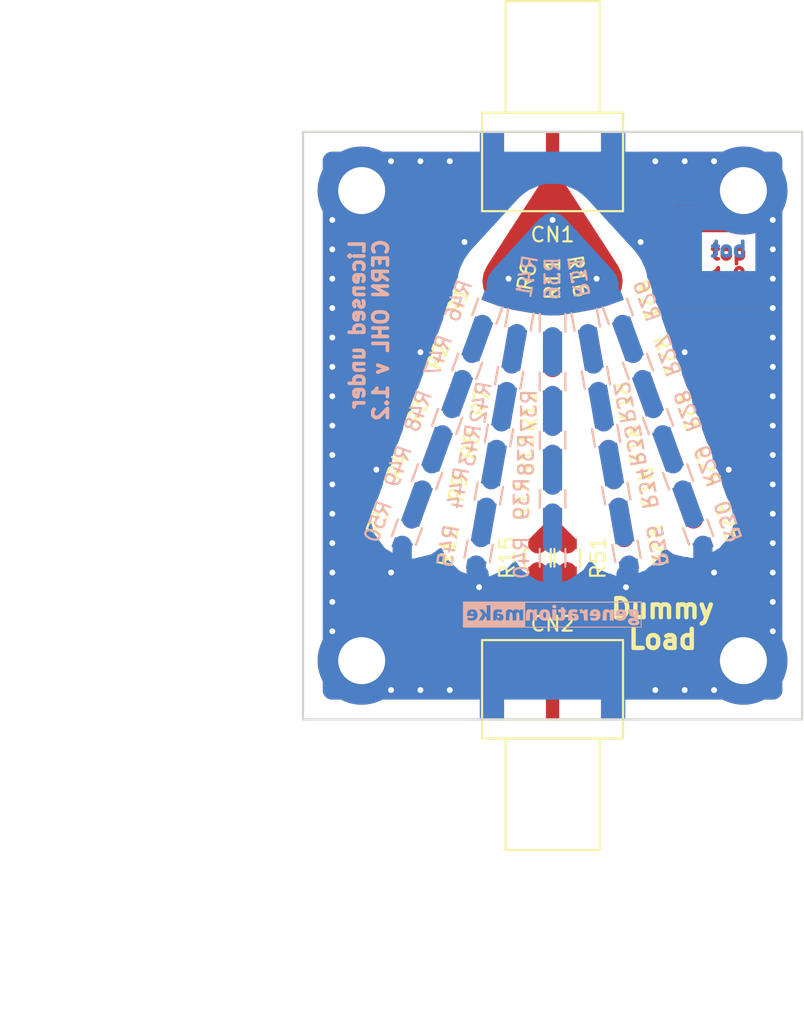
<source format=kicad_pcb>
(kicad_pcb (version 20171130) (host pcbnew 5.0.2-bee76a0~70~ubuntu18.04.1)

  (general
    (thickness 1.6)
    (drawings 20)
    (tracks 197)
    (zones 0)
    (modules 55)
    (nets 44)
  )

  (page A4)
  (layers
    (0 F.Cu signal)
    (31 B.Cu signal)
    (32 B.Adhes user)
    (33 F.Adhes user)
    (34 B.Paste user)
    (35 F.Paste user)
    (36 B.SilkS user)
    (37 F.SilkS user)
    (38 B.Mask user)
    (39 F.Mask user)
    (40 Dwgs.User user)
    (41 Cmts.User user)
    (42 Eco1.User user)
    (43 Eco2.User user)
    (44 Edge.Cuts user)
    (45 Margin user)
    (46 B.CrtYd user)
    (47 F.CrtYd user)
    (48 B.Fab user)
    (49 F.Fab user)
  )

  (setup
    (last_trace_width 0.25)
    (user_trace_width 1.3)
    (trace_clearance 0.2)
    (zone_clearance 0.508)
    (zone_45_only no)
    (trace_min 0.2)
    (segment_width 0.2)
    (edge_width 0.15)
    (via_size 0.8)
    (via_drill 0.4)
    (via_min_size 0.4)
    (via_min_drill 0.3)
    (uvia_size 0.3)
    (uvia_drill 0.1)
    (uvias_allowed no)
    (uvia_min_size 0.2)
    (uvia_min_drill 0.1)
    (pcb_text_width 0.3)
    (pcb_text_size 1.5 1.5)
    (mod_edge_width 0.15)
    (mod_text_size 1 1)
    (mod_text_width 0.15)
    (pad_size 1.524 1.524)
    (pad_drill 0.762)
    (pad_to_mask_clearance 0.051)
    (solder_mask_min_width 0.25)
    (aux_axis_origin 0 0)
    (visible_elements FFFFFF7F)
    (pcbplotparams
      (layerselection 0x010fc_ffffffff)
      (usegerberextensions false)
      (usegerberattributes false)
      (usegerberadvancedattributes false)
      (creategerberjobfile false)
      (excludeedgelayer true)
      (linewidth 0.100000)
      (plotframeref false)
      (viasonmask false)
      (mode 1)
      (useauxorigin false)
      (hpglpennumber 1)
      (hpglpenspeed 20)
      (hpglpendiameter 15.000000)
      (psnegative false)
      (psa4output false)
      (plotreference true)
      (plotvalue true)
      (plotinvisibletext false)
      (padsonsilk false)
      (subtractmaskfromsilk false)
      (outputformat 1)
      (mirror false)
      (drillshape 1)
      (scaleselection 1)
      (outputdirectory ""))
  )

  (net 0 "")
  (net 1 /HF_IN)
  (net 2 GND)
  (net 3 /HF_OUT)
  (net 4 "Net-(R1-Pad2)")
  (net 5 "Net-(R2-Pad2)")
  (net 6 "Net-(R3-Pad2)")
  (net 7 "Net-(R4-Pad2)")
  (net 8 "Net-(R6-Pad2)")
  (net 9 "Net-(R7-Pad2)")
  (net 10 "Net-(R8-Pad2)")
  (net 11 "Net-(R10-Pad1)")
  (net 12 "Net-(R11-Pad2)")
  (net 13 "Net-(R12-Pad2)")
  (net 14 "Net-(R13-Pad2)")
  (net 15 "Net-(R14-Pad2)")
  (net 16 "Net-(R16-Pad2)")
  (net 17 "Net-(R17-Pad2)")
  (net 18 "Net-(R18-Pad2)")
  (net 19 "Net-(R19-Pad2)")
  (net 20 "Net-(R21-Pad2)")
  (net 21 "Net-(R22-Pad2)")
  (net 22 "Net-(R23-Pad2)")
  (net 23 "Net-(R24-Pad2)")
  (net 24 "Net-(R26-Pad2)")
  (net 25 "Net-(R27-Pad2)")
  (net 26 "Net-(R28-Pad2)")
  (net 27 "Net-(R29-Pad2)")
  (net 28 "Net-(R31-Pad2)")
  (net 29 "Net-(R32-Pad2)")
  (net 30 "Net-(R33-Pad2)")
  (net 31 "Net-(R34-Pad2)")
  (net 32 "Net-(R36-Pad2)")
  (net 33 "Net-(R37-Pad2)")
  (net 34 "Net-(R38-Pad2)")
  (net 35 "Net-(R39-Pad2)")
  (net 36 "Net-(R41-Pad2)")
  (net 37 "Net-(R42-Pad2)")
  (net 38 "Net-(R43-Pad2)")
  (net 39 "Net-(R44-Pad2)")
  (net 40 "Net-(R46-Pad2)")
  (net 41 "Net-(R47-Pad2)")
  (net 42 "Net-(R48-Pad2)")
  (net 43 "Net-(R49-Pad2)")

  (net_class Default "This is the default net class."
    (clearance 0.2)
    (trace_width 0.25)
    (via_dia 0.8)
    (via_drill 0.4)
    (uvia_dia 0.3)
    (uvia_drill 0.1)
    (add_net /HF_IN)
    (add_net /HF_OUT)
    (add_net GND)
    (add_net "Net-(R1-Pad2)")
    (add_net "Net-(R10-Pad1)")
    (add_net "Net-(R11-Pad2)")
    (add_net "Net-(R12-Pad2)")
    (add_net "Net-(R13-Pad2)")
    (add_net "Net-(R14-Pad2)")
    (add_net "Net-(R16-Pad2)")
    (add_net "Net-(R17-Pad2)")
    (add_net "Net-(R18-Pad2)")
    (add_net "Net-(R19-Pad2)")
    (add_net "Net-(R2-Pad2)")
    (add_net "Net-(R21-Pad2)")
    (add_net "Net-(R22-Pad2)")
    (add_net "Net-(R23-Pad2)")
    (add_net "Net-(R24-Pad2)")
    (add_net "Net-(R26-Pad2)")
    (add_net "Net-(R27-Pad2)")
    (add_net "Net-(R28-Pad2)")
    (add_net "Net-(R29-Pad2)")
    (add_net "Net-(R3-Pad2)")
    (add_net "Net-(R31-Pad2)")
    (add_net "Net-(R32-Pad2)")
    (add_net "Net-(R33-Pad2)")
    (add_net "Net-(R34-Pad2)")
    (add_net "Net-(R36-Pad2)")
    (add_net "Net-(R37-Pad2)")
    (add_net "Net-(R38-Pad2)")
    (add_net "Net-(R39-Pad2)")
    (add_net "Net-(R4-Pad2)")
    (add_net "Net-(R41-Pad2)")
    (add_net "Net-(R42-Pad2)")
    (add_net "Net-(R43-Pad2)")
    (add_net "Net-(R44-Pad2)")
    (add_net "Net-(R46-Pad2)")
    (add_net "Net-(R47-Pad2)")
    (add_net "Net-(R48-Pad2)")
    (add_net "Net-(R49-Pad2)")
    (add_net "Net-(R6-Pad2)")
    (add_net "Net-(R7-Pad2)")
    (add_net "Net-(R8-Pad2)")
  )

  (module CON_wuerth:WR-SMA-PCB (layer F.Cu) (tedit 5CC4B9F7) (tstamp 5CC4AD7F)
    (at 100 100 180)
    (path /5CC4AA26)
    (fp_text reference CN1 (at 0 -7 180) (layer F.SilkS)
      (effects (font (size 1 1) (thickness 0.15)))
    )
    (fp_text value CON-SMA-EDGE-S-ND (at 0 -0.5 180) (layer F.Fab)
      (effects (font (size 1 1) (thickness 0.15)))
    )
    (fp_line (start -4.8 1.3) (end -4.8 -5.4) (layer F.SilkS) (width 0.15))
    (fp_line (start 4.8 1.3) (end -4.8 1.3) (layer F.SilkS) (width 0.15))
    (fp_line (start 4.8 -5.4) (end 4.8 1.3) (layer F.SilkS) (width 0.15))
    (fp_line (start -4.8 -5.4) (end 4.8 -5.4) (layer F.SilkS) (width 0.15))
    (fp_line (start -5.5 0) (end 5.5 0) (layer F.SilkS) (width 0.15))
    (fp_line (start 3.2 8.9) (end 3.2 1.3) (layer F.SilkS) (width 0.15))
    (fp_line (start -3.2 8.9) (end 3.2 8.9) (layer F.SilkS) (width 0.15))
    (fp_line (start -3.2 1.3) (end -3.2 8.9) (layer F.SilkS) (width 0.15))
    (pad 1 smd rect (at 0 -2.8 180) (size 0.9 5.6) (layers F.Cu F.Paste F.Mask)
      (net 1 /HF_IN))
    (pad 2 smd rect (at -4.125 -2.8 180) (size 1.65 5.6) (layers F.Cu F.Paste F.Mask)
      (net 2 GND))
    (pad 5 smd rect (at 4.125 -2.8 180) (size 1.65 5.6) (layers B.Cu B.Paste B.Mask)
      (net 2 GND))
    (pad 4 smd rect (at -4.125 -2.8 180) (size 1.65 5.6) (layers B.Cu B.Paste B.Mask)
      (net 2 GND))
    (pad 3 smd rect (at 4.125 -2.8 180) (size 1.65 5.6) (layers F.Cu F.Paste F.Mask)
      (net 2 GND))
    (model "${KISYS3DMOD}/CON_wuerth/60312202114509 (rev1).STEP"
      (offset (xyz 0 -9 0.5))
      (scale (xyz 1 1 1))
      (rotate (xyz 90 -180 90))
    )
  )

  (module CON_wuerth:WR-SMA-PCB (layer F.Cu) (tedit 5BA2BA03) (tstamp 5CC4AD90)
    (at 100 140)
    (path /5CC87714)
    (fp_text reference CN2 (at 0 -6.5) (layer F.SilkS)
      (effects (font (size 1 1) (thickness 0.15)))
    )
    (fp_text value CON-SMA-EDGE-S-ND (at 0 -0.5) (layer F.Fab)
      (effects (font (size 1 1) (thickness 0.15)))
    )
    (fp_line (start -3.2 1.3) (end -3.2 8.9) (layer F.SilkS) (width 0.15))
    (fp_line (start -3.2 8.9) (end 3.2 8.9) (layer F.SilkS) (width 0.15))
    (fp_line (start 3.2 8.9) (end 3.2 1.3) (layer F.SilkS) (width 0.15))
    (fp_line (start -5.5 0) (end 5.5 0) (layer F.SilkS) (width 0.15))
    (fp_line (start -4.8 -5.4) (end 4.8 -5.4) (layer F.SilkS) (width 0.15))
    (fp_line (start 4.8 -5.4) (end 4.8 1.3) (layer F.SilkS) (width 0.15))
    (fp_line (start 4.8 1.3) (end -4.8 1.3) (layer F.SilkS) (width 0.15))
    (fp_line (start -4.8 1.3) (end -4.8 -5.4) (layer F.SilkS) (width 0.15))
    (pad 3 smd rect (at 4.125 -2.8) (size 1.65 5.6) (layers F.Cu F.Paste F.Mask)
      (net 2 GND))
    (pad 4 smd rect (at -4.125 -2.8) (size 1.65 5.6) (layers B.Cu B.Paste B.Mask)
      (net 2 GND))
    (pad 5 smd rect (at 4.125 -2.8) (size 1.65 5.6) (layers B.Cu B.Paste B.Mask)
      (net 2 GND))
    (pad 2 smd rect (at -4.125 -2.8) (size 1.65 5.6) (layers F.Cu F.Paste F.Mask)
      (net 2 GND))
    (pad 1 smd rect (at 0 -2.8) (size 0.9 5.6) (layers F.Cu F.Paste F.Mask)
      (net 3 /HF_OUT))
    (model "${KISYS3DMOD}/CON_wuerth/60312202114509 (rev1).STEP"
      (offset (xyz 0 -9 0.5))
      (scale (xyz 1 1 1))
      (rotate (xyz 90 -180 90))
    )
  )

  (module resistors:R_0805 (layer F.Cu) (tedit 5CC4B963) (tstamp 5CC4AD9C)
    (at 95.553738 112.216004 250)
    (descr "Resistor SMD 0805, reflow soldering, Vishay (see dcrcw.pdf)")
    (tags "resistor 0805")
    (path /5CC4A90F)
    (attr smd)
    (fp_text reference R1 (at 0 2.1 250) (layer F.SilkS)
      (effects (font (size 1 1) (thickness 0.15)))
    )
    (fp_text value 100R (at 0 2.1 250) (layer F.Fab)
      (effects (font (size 1 1) (thickness 0.15)))
    )
    (fp_line (start -1.6 -1) (end 1.6 -1) (layer F.CrtYd) (width 0.05))
    (fp_line (start -1.6 1) (end 1.6 1) (layer F.CrtYd) (width 0.05))
    (fp_line (start -1.6 -1) (end -1.6 1) (layer F.CrtYd) (width 0.05))
    (fp_line (start 1.6 -1) (end 1.6 1) (layer F.CrtYd) (width 0.05))
    (fp_line (start 0.6 0.875) (end -0.6 0.875) (layer F.SilkS) (width 0.15))
    (fp_line (start -0.6 -0.875) (end 0.6 -0.875) (layer F.SilkS) (width 0.15))
    (pad 1 smd rect (at -0.95 0 250) (size 0.7 1.3) (layers F.Cu F.Paste F.Mask)
      (net 1 /HF_IN))
    (pad 2 smd rect (at 0.95 0 250) (size 0.7 1.3) (layers F.Cu F.Paste F.Mask)
      (net 4 "Net-(R1-Pad2)"))
    (model resistors.3dshapes/R_0805.wrl
      (at (xyz 0 0 0))
      (scale (xyz 1 1 1))
      (rotate (xyz 0 0 0))
    )
  )

  (module resistors:R_0805 (layer F.Cu) (tedit 5CC4B968) (tstamp 5CC4ADA8)
    (at 94.185658 115.974775 250)
    (descr "Resistor SMD 0805, reflow soldering, Vishay (see dcrcw.pdf)")
    (tags "resistor 0805")
    (path /5CC4AB11)
    (attr smd)
    (fp_text reference R2 (at 0 2.1 250) (layer F.SilkS)
      (effects (font (size 1 1) (thickness 0.15)))
    )
    (fp_text value 100R (at 0 2.1 250) (layer F.Fab)
      (effects (font (size 1 1) (thickness 0.15)))
    )
    (fp_line (start -0.6 -0.875) (end 0.6 -0.875) (layer F.SilkS) (width 0.15))
    (fp_line (start 0.6 0.875) (end -0.6 0.875) (layer F.SilkS) (width 0.15))
    (fp_line (start 1.6 -1) (end 1.6 1) (layer F.CrtYd) (width 0.05))
    (fp_line (start -1.6 -1) (end -1.6 1) (layer F.CrtYd) (width 0.05))
    (fp_line (start -1.6 1) (end 1.6 1) (layer F.CrtYd) (width 0.05))
    (fp_line (start -1.6 -1) (end 1.6 -1) (layer F.CrtYd) (width 0.05))
    (pad 2 smd rect (at 0.95 0 250) (size 0.7 1.3) (layers F.Cu F.Paste F.Mask)
      (net 5 "Net-(R2-Pad2)"))
    (pad 1 smd rect (at -0.95 0 250) (size 0.7 1.3) (layers F.Cu F.Paste F.Mask)
      (net 4 "Net-(R1-Pad2)"))
    (model resistors.3dshapes/R_0805.wrl
      (at (xyz 0 0 0))
      (scale (xyz 1 1 1))
      (rotate (xyz 0 0 0))
    )
  )

  (module resistors:R_0805 (layer F.Cu) (tedit 5CC4B96D) (tstamp 5CC4ADB4)
    (at 92.817577 119.733545 250)
    (descr "Resistor SMD 0805, reflow soldering, Vishay (see dcrcw.pdf)")
    (tags "resistor 0805")
    (path /5CC4AB2B)
    (attr smd)
    (fp_text reference R3 (at 0 2.1 250) (layer F.SilkS)
      (effects (font (size 1 1) (thickness 0.15)))
    )
    (fp_text value 100R (at 0 2.1 250) (layer F.Fab)
      (effects (font (size 1 1) (thickness 0.15)))
    )
    (fp_line (start -1.6 -1) (end 1.6 -1) (layer F.CrtYd) (width 0.05))
    (fp_line (start -1.6 1) (end 1.6 1) (layer F.CrtYd) (width 0.05))
    (fp_line (start -1.6 -1) (end -1.6 1) (layer F.CrtYd) (width 0.05))
    (fp_line (start 1.6 -1) (end 1.6 1) (layer F.CrtYd) (width 0.05))
    (fp_line (start 0.6 0.875) (end -0.6 0.875) (layer F.SilkS) (width 0.15))
    (fp_line (start -0.6 -0.875) (end 0.6 -0.875) (layer F.SilkS) (width 0.15))
    (pad 1 smd rect (at -0.95 0 250) (size 0.7 1.3) (layers F.Cu F.Paste F.Mask)
      (net 5 "Net-(R2-Pad2)"))
    (pad 2 smd rect (at 0.95 0 250) (size 0.7 1.3) (layers F.Cu F.Paste F.Mask)
      (net 6 "Net-(R3-Pad2)"))
    (model resistors.3dshapes/R_0805.wrl
      (at (xyz 0 0 0))
      (scale (xyz 1 1 1))
      (rotate (xyz 0 0 0))
    )
  )

  (module resistors:R_0805 (layer F.Cu) (tedit 5CC4B972) (tstamp 5CC4ADC0)
    (at 91.449496 123.492315 250)
    (descr "Resistor SMD 0805, reflow soldering, Vishay (see dcrcw.pdf)")
    (tags "resistor 0805")
    (path /5CC4AB47)
    (attr smd)
    (fp_text reference R4 (at 0 2.1 250) (layer F.SilkS)
      (effects (font (size 1 1) (thickness 0.15)))
    )
    (fp_text value 100R (at 0 2.1 250) (layer F.Fab)
      (effects (font (size 1 1) (thickness 0.15)))
    )
    (fp_line (start -0.6 -0.875) (end 0.6 -0.875) (layer F.SilkS) (width 0.15))
    (fp_line (start 0.6 0.875) (end -0.6 0.875) (layer F.SilkS) (width 0.15))
    (fp_line (start 1.6 -1) (end 1.6 1) (layer F.CrtYd) (width 0.05))
    (fp_line (start -1.6 -1) (end -1.6 1) (layer F.CrtYd) (width 0.05))
    (fp_line (start -1.6 1) (end 1.6 1) (layer F.CrtYd) (width 0.05))
    (fp_line (start -1.6 -1) (end 1.6 -1) (layer F.CrtYd) (width 0.05))
    (pad 2 smd rect (at 0.95 0 250) (size 0.7 1.3) (layers F.Cu F.Paste F.Mask)
      (net 7 "Net-(R4-Pad2)"))
    (pad 1 smd rect (at -0.95 0 250) (size 0.7 1.3) (layers F.Cu F.Paste F.Mask)
      (net 6 "Net-(R3-Pad2)"))
    (model resistors.3dshapes/R_0805.wrl
      (at (xyz 0 0 0))
      (scale (xyz 1 1 1))
      (rotate (xyz 0 0 0))
    )
  )

  (module resistors:R_0805 (layer F.Cu) (tedit 5CC4B976) (tstamp 5CC4ADCC)
    (at 90.081416 127.251086 250)
    (descr "Resistor SMD 0805, reflow soldering, Vishay (see dcrcw.pdf)")
    (tags "resistor 0805")
    (path /5CC4AB65)
    (attr smd)
    (fp_text reference R5 (at 0 2.1 250) (layer F.SilkS)
      (effects (font (size 1 1) (thickness 0.15)))
    )
    (fp_text value 100R (at 0 2.1 250) (layer F.Fab)
      (effects (font (size 1 1) (thickness 0.15)))
    )
    (fp_line (start -1.6 -1) (end 1.6 -1) (layer F.CrtYd) (width 0.05))
    (fp_line (start -1.6 1) (end 1.6 1) (layer F.CrtYd) (width 0.05))
    (fp_line (start -1.6 -1) (end -1.6 1) (layer F.CrtYd) (width 0.05))
    (fp_line (start 1.6 -1) (end 1.6 1) (layer F.CrtYd) (width 0.05))
    (fp_line (start 0.6 0.875) (end -0.6 0.875) (layer F.SilkS) (width 0.15))
    (fp_line (start -0.6 -0.875) (end 0.6 -0.875) (layer F.SilkS) (width 0.15))
    (pad 1 smd rect (at -0.95 0 250) (size 0.7 1.3) (layers F.Cu F.Paste F.Mask)
      (net 7 "Net-(R4-Pad2)"))
    (pad 2 smd rect (at 0.95 0 250) (size 0.7 1.3) (layers F.Cu F.Paste F.Mask)
      (net 2 GND))
    (model resistors.3dshapes/R_0805.wrl
      (at (xyz 0 0 0))
      (scale (xyz 1 1 1))
      (rotate (xyz 0 0 0))
    )
  )

  (module resistors:R_0805 (layer F.Cu) (tedit 5CC4B9DA) (tstamp 5CC4ADD8)
    (at 97.742574 112.8025 260)
    (descr "Resistor SMD 0805, reflow soldering, Vishay (see dcrcw.pdf)")
    (tags "resistor 0805")
    (path /5CC4AC34)
    (attr smd)
    (fp_text reference R6 (at -3 0 260) (layer F.SilkS)
      (effects (font (size 1 1) (thickness 0.15)))
    )
    (fp_text value 100R (at 0 2.1 260) (layer F.Fab)
      (effects (font (size 1 1) (thickness 0.15)))
    )
    (fp_line (start -1.6 -1) (end 1.6 -1) (layer F.CrtYd) (width 0.05))
    (fp_line (start -1.6 1) (end 1.6 1) (layer F.CrtYd) (width 0.05))
    (fp_line (start -1.6 -1) (end -1.6 1) (layer F.CrtYd) (width 0.05))
    (fp_line (start 1.6 -1) (end 1.6 1) (layer F.CrtYd) (width 0.05))
    (fp_line (start 0.6 0.875) (end -0.6 0.875) (layer F.SilkS) (width 0.15))
    (fp_line (start -0.6 -0.875) (end 0.6 -0.875) (layer F.SilkS) (width 0.15))
    (pad 1 smd rect (at -0.95 0 260) (size 0.7 1.3) (layers F.Cu F.Paste F.Mask)
      (net 1 /HF_IN))
    (pad 2 smd rect (at 0.95 0 260) (size 0.7 1.3) (layers F.Cu F.Paste F.Mask)
      (net 8 "Net-(R6-Pad2)"))
    (model resistors.3dshapes/R_0805.wrl
      (at (xyz 0 0 0))
      (scale (xyz 1 1 1))
      (rotate (xyz 0 0 0))
    )
  )

  (module resistors:R_0805 (layer F.Cu) (tedit 5CC4B9BA) (tstamp 5CC4ADE4)
    (at 97.047982 116.741731 260)
    (descr "Resistor SMD 0805, reflow soldering, Vishay (see dcrcw.pdf)")
    (tags "resistor 0805")
    (path /5CC4AC3A)
    (attr smd)
    (fp_text reference R7 (at 2 1.6 260) (layer F.SilkS)
      (effects (font (size 1 1) (thickness 0.15)))
    )
    (fp_text value 100R (at 0 2.1 260) (layer F.Fab)
      (effects (font (size 1 1) (thickness 0.15)))
    )
    (fp_line (start -0.6 -0.875) (end 0.6 -0.875) (layer F.SilkS) (width 0.15))
    (fp_line (start 0.6 0.875) (end -0.6 0.875) (layer F.SilkS) (width 0.15))
    (fp_line (start 1.6 -1) (end 1.6 1) (layer F.CrtYd) (width 0.05))
    (fp_line (start -1.6 -1) (end -1.6 1) (layer F.CrtYd) (width 0.05))
    (fp_line (start -1.6 1) (end 1.6 1) (layer F.CrtYd) (width 0.05))
    (fp_line (start -1.6 -1) (end 1.6 -1) (layer F.CrtYd) (width 0.05))
    (pad 2 smd rect (at 0.95 0 260) (size 0.7 1.3) (layers F.Cu F.Paste F.Mask)
      (net 9 "Net-(R7-Pad2)"))
    (pad 1 smd rect (at -0.95 0 260) (size 0.7 1.3) (layers F.Cu F.Paste F.Mask)
      (net 8 "Net-(R6-Pad2)"))
    (model resistors.3dshapes/R_0805.wrl
      (at (xyz 0 0 0))
      (scale (xyz 1 1 1))
      (rotate (xyz 0 0 0))
    )
  )

  (module resistors:R_0805 (layer F.Cu) (tedit 5CC4B992) (tstamp 5CC4ADF0)
    (at 96.353389 120.680962 260)
    (descr "Resistor SMD 0805, reflow soldering, Vishay (see dcrcw.pdf)")
    (tags "resistor 0805")
    (path /5CC4AC40)
    (attr smd)
    (fp_text reference R8 (at 1 1.8 260) (layer F.SilkS)
      (effects (font (size 1 1) (thickness 0.15)))
    )
    (fp_text value 100R (at 0 2.1 260) (layer F.Fab)
      (effects (font (size 1 1) (thickness 0.15)))
    )
    (fp_line (start -1.6 -1) (end 1.6 -1) (layer F.CrtYd) (width 0.05))
    (fp_line (start -1.6 1) (end 1.6 1) (layer F.CrtYd) (width 0.05))
    (fp_line (start -1.6 -1) (end -1.6 1) (layer F.CrtYd) (width 0.05))
    (fp_line (start 1.6 -1) (end 1.6 1) (layer F.CrtYd) (width 0.05))
    (fp_line (start 0.6 0.875) (end -0.6 0.875) (layer F.SilkS) (width 0.15))
    (fp_line (start -0.6 -0.875) (end 0.6 -0.875) (layer F.SilkS) (width 0.15))
    (pad 1 smd rect (at -0.95 0 260) (size 0.7 1.3) (layers F.Cu F.Paste F.Mask)
      (net 9 "Net-(R7-Pad2)"))
    (pad 2 smd rect (at 0.95 0 260) (size 0.7 1.3) (layers F.Cu F.Paste F.Mask)
      (net 10 "Net-(R8-Pad2)"))
    (model resistors.3dshapes/R_0805.wrl
      (at (xyz 0 0 0))
      (scale (xyz 1 1 1))
      (rotate (xyz 0 0 0))
    )
  )

  (module resistors:R_0805 (layer F.Cu) (tedit 5CC4B989) (tstamp 5CC4B7D5)
    (at 95.658796 124.620193 260)
    (descr "Resistor SMD 0805, reflow soldering, Vishay (see dcrcw.pdf)")
    (tags "resistor 0805")
    (path /5CC4AC46)
    (attr smd)
    (fp_text reference R9 (at 0 2.1 260) (layer F.SilkS)
      (effects (font (size 1 1) (thickness 0.15)))
    )
    (fp_text value 100R (at 0 2.1 260) (layer F.Fab)
      (effects (font (size 1 1) (thickness 0.15)))
    )
    (fp_line (start -0.6 -0.875) (end 0.6 -0.875) (layer F.SilkS) (width 0.15))
    (fp_line (start 0.6 0.875) (end -0.6 0.875) (layer F.SilkS) (width 0.15))
    (fp_line (start 1.6 -1) (end 1.6 1) (layer F.CrtYd) (width 0.05))
    (fp_line (start -1.6 -1) (end -1.6 1) (layer F.CrtYd) (width 0.05))
    (fp_line (start -1.6 1) (end 1.6 1) (layer F.CrtYd) (width 0.05))
    (fp_line (start -1.6 -1) (end 1.6 -1) (layer F.CrtYd) (width 0.05))
    (pad 2 smd rect (at 0.95 0 260) (size 0.7 1.3) (layers F.Cu F.Paste F.Mask)
      (net 11 "Net-(R10-Pad1)"))
    (pad 1 smd rect (at -0.95 0 260) (size 0.7 1.3) (layers F.Cu F.Paste F.Mask)
      (net 10 "Net-(R8-Pad2)"))
    (model resistors.3dshapes/R_0805.wrl
      (at (xyz 0 0 0))
      (scale (xyz 1 1 1))
      (rotate (xyz 0 0 0))
    )
  )

  (module resistors:R_0805 (layer F.Cu) (tedit 5CC4B97B) (tstamp 5CC4AE08)
    (at 94.964204 128.559424 260)
    (descr "Resistor SMD 0805, reflow soldering, Vishay (see dcrcw.pdf)")
    (tags "resistor 0805")
    (path /5CC4AC4C)
    (attr smd)
    (fp_text reference R10 (at 0 2.1 260) (layer F.SilkS)
      (effects (font (size 1 1) (thickness 0.15)))
    )
    (fp_text value 100R (at 0 2.1 260) (layer F.Fab)
      (effects (font (size 1 1) (thickness 0.15)))
    )
    (fp_line (start -1.6 -1) (end 1.6 -1) (layer F.CrtYd) (width 0.05))
    (fp_line (start -1.6 1) (end 1.6 1) (layer F.CrtYd) (width 0.05))
    (fp_line (start -1.6 -1) (end -1.6 1) (layer F.CrtYd) (width 0.05))
    (fp_line (start 1.6 -1) (end 1.6 1) (layer F.CrtYd) (width 0.05))
    (fp_line (start 0.6 0.875) (end -0.6 0.875) (layer F.SilkS) (width 0.15))
    (fp_line (start -0.6 -0.875) (end 0.6 -0.875) (layer F.SilkS) (width 0.15))
    (pad 1 smd rect (at -0.95 0 260) (size 0.7 1.3) (layers F.Cu F.Paste F.Mask)
      (net 11 "Net-(R10-Pad1)"))
    (pad 2 smd rect (at 0.95 0 260) (size 0.7 1.3) (layers F.Cu F.Paste F.Mask)
      (net 2 GND))
    (model resistors.3dshapes/R_0805.wrl
      (at (xyz 0 0 0))
      (scale (xyz 1 1 1))
      (rotate (xyz 0 0 0))
    )
  )

  (module resistors:R_0805 (layer F.Cu) (tedit 5CC4B9E1) (tstamp 5CC4AE14)
    (at 100 113 270)
    (descr "Resistor SMD 0805, reflow soldering, Vishay (see dcrcw.pdf)")
    (tags "resistor 0805")
    (path /5CC4AE7B)
    (attr smd)
    (fp_text reference R11 (at -3 0 270) (layer F.SilkS)
      (effects (font (size 1 1) (thickness 0.15)))
    )
    (fp_text value 100R (at 0 2.1 270) (layer F.Fab)
      (effects (font (size 1 1) (thickness 0.15)))
    )
    (fp_line (start -1.6 -1) (end 1.6 -1) (layer F.CrtYd) (width 0.05))
    (fp_line (start -1.6 1) (end 1.6 1) (layer F.CrtYd) (width 0.05))
    (fp_line (start -1.6 -1) (end -1.6 1) (layer F.CrtYd) (width 0.05))
    (fp_line (start 1.6 -1) (end 1.6 1) (layer F.CrtYd) (width 0.05))
    (fp_line (start 0.6 0.875) (end -0.6 0.875) (layer F.SilkS) (width 0.15))
    (fp_line (start -0.6 -0.875) (end 0.6 -0.875) (layer F.SilkS) (width 0.15))
    (pad 1 smd rect (at -0.95 0 270) (size 0.7 1.3) (layers F.Cu F.Paste F.Mask)
      (net 1 /HF_IN))
    (pad 2 smd rect (at 0.95 0 270) (size 0.7 1.3) (layers F.Cu F.Paste F.Mask)
      (net 12 "Net-(R11-Pad2)"))
    (model resistors.3dshapes/R_0805.wrl
      (at (xyz 0 0 0))
      (scale (xyz 1 1 1))
      (rotate (xyz 0 0 0))
    )
  )

  (module resistors:R_0805 (layer F.Cu) (tedit 5CC4B9C4) (tstamp 5CC4AE20)
    (at 100 117 270)
    (descr "Resistor SMD 0805, reflow soldering, Vishay (see dcrcw.pdf)")
    (tags "resistor 0805")
    (path /5CC4AE81)
    (attr smd)
    (fp_text reference R12 (at 2 1.6 270) (layer F.SilkS)
      (effects (font (size 1 1) (thickness 0.15)))
    )
    (fp_text value 100R (at 0 2.1 270) (layer F.Fab)
      (effects (font (size 1 1) (thickness 0.15)))
    )
    (fp_line (start -0.6 -0.875) (end 0.6 -0.875) (layer F.SilkS) (width 0.15))
    (fp_line (start 0.6 0.875) (end -0.6 0.875) (layer F.SilkS) (width 0.15))
    (fp_line (start 1.6 -1) (end 1.6 1) (layer F.CrtYd) (width 0.05))
    (fp_line (start -1.6 -1) (end -1.6 1) (layer F.CrtYd) (width 0.05))
    (fp_line (start -1.6 1) (end 1.6 1) (layer F.CrtYd) (width 0.05))
    (fp_line (start -1.6 -1) (end 1.6 -1) (layer F.CrtYd) (width 0.05))
    (pad 2 smd rect (at 0.95 0 270) (size 0.7 1.3) (layers F.Cu F.Paste F.Mask)
      (net 13 "Net-(R12-Pad2)"))
    (pad 1 smd rect (at -0.95 0 270) (size 0.7 1.3) (layers F.Cu F.Paste F.Mask)
      (net 12 "Net-(R11-Pad2)"))
    (model resistors.3dshapes/R_0805.wrl
      (at (xyz 0 0 0))
      (scale (xyz 1 1 1))
      (rotate (xyz 0 0 0))
    )
  )

  (module resistors:R_0805 (layer F.Cu) (tedit 5CC4B9AA) (tstamp 5CC4AE2C)
    (at 100 121 270)
    (descr "Resistor SMD 0805, reflow soldering, Vishay (see dcrcw.pdf)")
    (tags "resistor 0805")
    (path /5CC4AE87)
    (attr smd)
    (fp_text reference R13 (at 1 1.8 270) (layer F.SilkS)
      (effects (font (size 1 1) (thickness 0.15)))
    )
    (fp_text value 100R (at 0 2.1 270) (layer F.Fab)
      (effects (font (size 1 1) (thickness 0.15)))
    )
    (fp_line (start -1.6 -1) (end 1.6 -1) (layer F.CrtYd) (width 0.05))
    (fp_line (start -1.6 1) (end 1.6 1) (layer F.CrtYd) (width 0.05))
    (fp_line (start -1.6 -1) (end -1.6 1) (layer F.CrtYd) (width 0.05))
    (fp_line (start 1.6 -1) (end 1.6 1) (layer F.CrtYd) (width 0.05))
    (fp_line (start 0.6 0.875) (end -0.6 0.875) (layer F.SilkS) (width 0.15))
    (fp_line (start -0.6 -0.875) (end 0.6 -0.875) (layer F.SilkS) (width 0.15))
    (pad 1 smd rect (at -0.95 0 270) (size 0.7 1.3) (layers F.Cu F.Paste F.Mask)
      (net 13 "Net-(R12-Pad2)"))
    (pad 2 smd rect (at 0.95 0 270) (size 0.7 1.3) (layers F.Cu F.Paste F.Mask)
      (net 14 "Net-(R13-Pad2)"))
    (model resistors.3dshapes/R_0805.wrl
      (at (xyz 0 0 0))
      (scale (xyz 1 1 1))
      (rotate (xyz 0 0 0))
    )
  )

  (module resistors:R_0805 (layer F.Cu) (tedit 5CC4B9B0) (tstamp 5CC4AE38)
    (at 100 125 270)
    (descr "Resistor SMD 0805, reflow soldering, Vishay (see dcrcw.pdf)")
    (tags "resistor 0805")
    (path /5CC4AE8D)
    (attr smd)
    (fp_text reference R14 (at 0 2.1 270) (layer F.SilkS)
      (effects (font (size 1 1) (thickness 0.15)))
    )
    (fp_text value 100R (at 0 2.1 270) (layer F.Fab)
      (effects (font (size 1 1) (thickness 0.15)))
    )
    (fp_line (start -0.6 -0.875) (end 0.6 -0.875) (layer F.SilkS) (width 0.15))
    (fp_line (start 0.6 0.875) (end -0.6 0.875) (layer F.SilkS) (width 0.15))
    (fp_line (start 1.6 -1) (end 1.6 1) (layer F.CrtYd) (width 0.05))
    (fp_line (start -1.6 -1) (end -1.6 1) (layer F.CrtYd) (width 0.05))
    (fp_line (start -1.6 1) (end 1.6 1) (layer F.CrtYd) (width 0.05))
    (fp_line (start -1.6 -1) (end 1.6 -1) (layer F.CrtYd) (width 0.05))
    (pad 2 smd rect (at 0.95 0 270) (size 0.7 1.3) (layers F.Cu F.Paste F.Mask)
      (net 15 "Net-(R14-Pad2)"))
    (pad 1 smd rect (at -0.95 0 270) (size 0.7 1.3) (layers F.Cu F.Paste F.Mask)
      (net 14 "Net-(R13-Pad2)"))
    (model resistors.3dshapes/R_0805.wrl
      (at (xyz 0 0 0))
      (scale (xyz 1 1 1))
      (rotate (xyz 0 0 0))
    )
  )

  (module resistors:R_0805 (layer F.Cu) (tedit 5CC4B982) (tstamp 5CC4AE44)
    (at 99 129 270)
    (descr "Resistor SMD 0805, reflow soldering, Vishay (see dcrcw.pdf)")
    (tags "resistor 0805")
    (path /5CC4AE93)
    (attr smd)
    (fp_text reference R15 (at 0 2.1 270) (layer F.SilkS)
      (effects (font (size 1 1) (thickness 0.15)))
    )
    (fp_text value 100R (at 0 2.1 270) (layer F.Fab)
      (effects (font (size 1 1) (thickness 0.15)))
    )
    (fp_line (start -1.6 -1) (end 1.6 -1) (layer F.CrtYd) (width 0.05))
    (fp_line (start -1.6 1) (end 1.6 1) (layer F.CrtYd) (width 0.05))
    (fp_line (start -1.6 -1) (end -1.6 1) (layer F.CrtYd) (width 0.05))
    (fp_line (start 1.6 -1) (end 1.6 1) (layer F.CrtYd) (width 0.05))
    (fp_line (start 0.6 0.875) (end -0.6 0.875) (layer F.SilkS) (width 0.15))
    (fp_line (start -0.6 -0.875) (end 0.6 -0.875) (layer F.SilkS) (width 0.15))
    (pad 1 smd rect (at -0.95 0 270) (size 0.7 1.3) (layers F.Cu F.Paste F.Mask)
      (net 15 "Net-(R14-Pad2)"))
    (pad 2 smd rect (at 0.95 0 270) (size 0.7 1.3) (layers F.Cu F.Paste F.Mask)
      (net 3 /HF_OUT))
    (model resistors.3dshapes/R_0805.wrl
      (at (xyz 0 0 0))
      (scale (xyz 1 1 1))
      (rotate (xyz 0 0 0))
    )
  )

  (module resistors:R_0805 (layer F.Cu) (tedit 5CC4B9E8) (tstamp 5CC4AE50)
    (at 102.257426 112.8025 280)
    (descr "Resistor SMD 0805, reflow soldering, Vishay (see dcrcw.pdf)")
    (tags "resistor 0805")
    (path /5CC4AE9F)
    (attr smd)
    (fp_text reference R16 (at -3 0 280) (layer F.SilkS)
      (effects (font (size 1 1) (thickness 0.15)))
    )
    (fp_text value 100R (at 0 2.1 280) (layer F.Fab)
      (effects (font (size 1 1) (thickness 0.15)))
    )
    (fp_line (start -0.6 -0.875) (end 0.6 -0.875) (layer F.SilkS) (width 0.15))
    (fp_line (start 0.6 0.875) (end -0.6 0.875) (layer F.SilkS) (width 0.15))
    (fp_line (start 1.6 -1) (end 1.6 1) (layer F.CrtYd) (width 0.05))
    (fp_line (start -1.6 -1) (end -1.6 1) (layer F.CrtYd) (width 0.05))
    (fp_line (start -1.6 1) (end 1.6 1) (layer F.CrtYd) (width 0.05))
    (fp_line (start -1.6 -1) (end 1.6 -1) (layer F.CrtYd) (width 0.05))
    (pad 2 smd rect (at 0.95 0 280) (size 0.7 1.3) (layers F.Cu F.Paste F.Mask)
      (net 16 "Net-(R16-Pad2)"))
    (pad 1 smd rect (at -0.95 0 280) (size 0.7 1.3) (layers F.Cu F.Paste F.Mask)
      (net 1 /HF_IN))
    (model resistors.3dshapes/R_0805.wrl
      (at (xyz 0 0 0))
      (scale (xyz 1 1 1))
      (rotate (xyz 0 0 0))
    )
  )

  (module resistors:R_0805 (layer F.Cu) (tedit 5CC4B9CD) (tstamp 5CC4AE5C)
    (at 102.952018 116.741731 280)
    (descr "Resistor SMD 0805, reflow soldering, Vishay (see dcrcw.pdf)")
    (tags "resistor 0805")
    (path /5CC4AEA5)
    (attr smd)
    (fp_text reference R17 (at 2 -1.6 280) (layer F.SilkS)
      (effects (font (size 1 1) (thickness 0.15)))
    )
    (fp_text value 100R (at 0 2.1 280) (layer F.Fab)
      (effects (font (size 1 1) (thickness 0.15)))
    )
    (fp_line (start -1.6 -1) (end 1.6 -1) (layer F.CrtYd) (width 0.05))
    (fp_line (start -1.6 1) (end 1.6 1) (layer F.CrtYd) (width 0.05))
    (fp_line (start -1.6 -1) (end -1.6 1) (layer F.CrtYd) (width 0.05))
    (fp_line (start 1.6 -1) (end 1.6 1) (layer F.CrtYd) (width 0.05))
    (fp_line (start 0.6 0.875) (end -0.6 0.875) (layer F.SilkS) (width 0.15))
    (fp_line (start -0.6 -0.875) (end 0.6 -0.875) (layer F.SilkS) (width 0.15))
    (pad 1 smd rect (at -0.95 0 280) (size 0.7 1.3) (layers F.Cu F.Paste F.Mask)
      (net 16 "Net-(R16-Pad2)"))
    (pad 2 smd rect (at 0.95 0 280) (size 0.7 1.3) (layers F.Cu F.Paste F.Mask)
      (net 17 "Net-(R17-Pad2)"))
    (model resistors.3dshapes/R_0805.wrl
      (at (xyz 0 0 0))
      (scale (xyz 1 1 1))
      (rotate (xyz 0 0 0))
    )
  )

  (module resistors:R_0805 (layer F.Cu) (tedit 5CC4B9A6) (tstamp 5CC4AE68)
    (at 103.646611 120.680962 280)
    (descr "Resistor SMD 0805, reflow soldering, Vishay (see dcrcw.pdf)")
    (tags "resistor 0805")
    (path /5CC4AEAB)
    (attr smd)
    (fp_text reference R18 (at 1 -1.8 280) (layer F.SilkS)
      (effects (font (size 1 1) (thickness 0.15)))
    )
    (fp_text value 100R (at 0 2.1 280) (layer F.Fab)
      (effects (font (size 1 1) (thickness 0.15)))
    )
    (fp_line (start -0.6 -0.875) (end 0.6 -0.875) (layer F.SilkS) (width 0.15))
    (fp_line (start 0.6 0.875) (end -0.6 0.875) (layer F.SilkS) (width 0.15))
    (fp_line (start 1.6 -1) (end 1.6 1) (layer F.CrtYd) (width 0.05))
    (fp_line (start -1.6 -1) (end -1.6 1) (layer F.CrtYd) (width 0.05))
    (fp_line (start -1.6 1) (end 1.6 1) (layer F.CrtYd) (width 0.05))
    (fp_line (start -1.6 -1) (end 1.6 -1) (layer F.CrtYd) (width 0.05))
    (pad 2 smd rect (at 0.95 0 280) (size 0.7 1.3) (layers F.Cu F.Paste F.Mask)
      (net 18 "Net-(R18-Pad2)"))
    (pad 1 smd rect (at -0.95 0 280) (size 0.7 1.3) (layers F.Cu F.Paste F.Mask)
      (net 17 "Net-(R17-Pad2)"))
    (model resistors.3dshapes/R_0805.wrl
      (at (xyz 0 0 0))
      (scale (xyz 1 1 1))
      (rotate (xyz 0 0 0))
    )
  )

  (module resistors:R_0805 (layer F.Cu) (tedit 5415CDEB) (tstamp 5CC4AE74)
    (at 104.341204 124.620193 280)
    (descr "Resistor SMD 0805, reflow soldering, Vishay (see dcrcw.pdf)")
    (tags "resistor 0805")
    (path /5CC4AEB1)
    (attr smd)
    (fp_text reference R19 (at 0 -2.1 280) (layer F.SilkS)
      (effects (font (size 1 1) (thickness 0.15)))
    )
    (fp_text value 100R (at 0 2.1 280) (layer F.Fab)
      (effects (font (size 1 1) (thickness 0.15)))
    )
    (fp_line (start -1.6 -1) (end 1.6 -1) (layer F.CrtYd) (width 0.05))
    (fp_line (start -1.6 1) (end 1.6 1) (layer F.CrtYd) (width 0.05))
    (fp_line (start -1.6 -1) (end -1.6 1) (layer F.CrtYd) (width 0.05))
    (fp_line (start 1.6 -1) (end 1.6 1) (layer F.CrtYd) (width 0.05))
    (fp_line (start 0.6 0.875) (end -0.6 0.875) (layer F.SilkS) (width 0.15))
    (fp_line (start -0.6 -0.875) (end 0.6 -0.875) (layer F.SilkS) (width 0.15))
    (pad 1 smd rect (at -0.95 0 280) (size 0.7 1.3) (layers F.Cu F.Paste F.Mask)
      (net 18 "Net-(R18-Pad2)"))
    (pad 2 smd rect (at 0.95 0 280) (size 0.7 1.3) (layers F.Cu F.Paste F.Mask)
      (net 19 "Net-(R19-Pad2)"))
    (model resistors.3dshapes/R_0805.wrl
      (at (xyz 0 0 0))
      (scale (xyz 1 1 1))
      (rotate (xyz 0 0 0))
    )
  )

  (module resistors:R_0805 (layer F.Cu) (tedit 5415CDEB) (tstamp 5CC4AE80)
    (at 105.035796 128.559424 280)
    (descr "Resistor SMD 0805, reflow soldering, Vishay (see dcrcw.pdf)")
    (tags "resistor 0805")
    (path /5CC4AEB7)
    (attr smd)
    (fp_text reference R20 (at 0 -2.1 280) (layer F.SilkS)
      (effects (font (size 1 1) (thickness 0.15)))
    )
    (fp_text value 100R (at 0 2.1 280) (layer F.Fab)
      (effects (font (size 1 1) (thickness 0.15)))
    )
    (fp_line (start -0.6 -0.875) (end 0.6 -0.875) (layer F.SilkS) (width 0.15))
    (fp_line (start 0.6 0.875) (end -0.6 0.875) (layer F.SilkS) (width 0.15))
    (fp_line (start 1.6 -1) (end 1.6 1) (layer F.CrtYd) (width 0.05))
    (fp_line (start -1.6 -1) (end -1.6 1) (layer F.CrtYd) (width 0.05))
    (fp_line (start -1.6 1) (end 1.6 1) (layer F.CrtYd) (width 0.05))
    (fp_line (start -1.6 -1) (end 1.6 -1) (layer F.CrtYd) (width 0.05))
    (pad 2 smd rect (at 0.95 0 280) (size 0.7 1.3) (layers F.Cu F.Paste F.Mask)
      (net 2 GND))
    (pad 1 smd rect (at -0.95 0 280) (size 0.7 1.3) (layers F.Cu F.Paste F.Mask)
      (net 19 "Net-(R19-Pad2)"))
    (model resistors.3dshapes/R_0805.wrl
      (at (xyz 0 0 0))
      (scale (xyz 1 1 1))
      (rotate (xyz 0 0 0))
    )
  )

  (module resistors:R_0805 (layer F.Cu) (tedit 5415CDEB) (tstamp 5CC4AE8C)
    (at 104.446262 112.216004 290)
    (descr "Resistor SMD 0805, reflow soldering, Vishay (see dcrcw.pdf)")
    (tags "resistor 0805")
    (path /5CC4B28A)
    (attr smd)
    (fp_text reference R21 (at 0 -2.1 290) (layer F.SilkS)
      (effects (font (size 1 1) (thickness 0.15)))
    )
    (fp_text value 100R (at 0 2.1 290) (layer F.Fab)
      (effects (font (size 1 1) (thickness 0.15)))
    )
    (fp_line (start -1.6 -1) (end 1.6 -1) (layer F.CrtYd) (width 0.05))
    (fp_line (start -1.6 1) (end 1.6 1) (layer F.CrtYd) (width 0.05))
    (fp_line (start -1.6 -1) (end -1.6 1) (layer F.CrtYd) (width 0.05))
    (fp_line (start 1.6 -1) (end 1.6 1) (layer F.CrtYd) (width 0.05))
    (fp_line (start 0.6 0.875) (end -0.6 0.875) (layer F.SilkS) (width 0.15))
    (fp_line (start -0.6 -0.875) (end 0.6 -0.875) (layer F.SilkS) (width 0.15))
    (pad 1 smd rect (at -0.95 0 290) (size 0.7 1.3) (layers F.Cu F.Paste F.Mask)
      (net 1 /HF_IN))
    (pad 2 smd rect (at 0.95 0 290) (size 0.7 1.3) (layers F.Cu F.Paste F.Mask)
      (net 20 "Net-(R21-Pad2)"))
    (model resistors.3dshapes/R_0805.wrl
      (at (xyz 0 0 0))
      (scale (xyz 1 1 1))
      (rotate (xyz 0 0 0))
    )
  )

  (module resistors:R_0805 (layer F.Cu) (tedit 5415CDEB) (tstamp 5CC4AE98)
    (at 105.814342 115.974775 290)
    (descr "Resistor SMD 0805, reflow soldering, Vishay (see dcrcw.pdf)")
    (tags "resistor 0805")
    (path /5CC4B290)
    (attr smd)
    (fp_text reference R22 (at 0 -2.1 290) (layer F.SilkS)
      (effects (font (size 1 1) (thickness 0.15)))
    )
    (fp_text value 100R (at 0 2.1 290) (layer F.Fab)
      (effects (font (size 1 1) (thickness 0.15)))
    )
    (fp_line (start -0.6 -0.875) (end 0.6 -0.875) (layer F.SilkS) (width 0.15))
    (fp_line (start 0.6 0.875) (end -0.6 0.875) (layer F.SilkS) (width 0.15))
    (fp_line (start 1.6 -1) (end 1.6 1) (layer F.CrtYd) (width 0.05))
    (fp_line (start -1.6 -1) (end -1.6 1) (layer F.CrtYd) (width 0.05))
    (fp_line (start -1.6 1) (end 1.6 1) (layer F.CrtYd) (width 0.05))
    (fp_line (start -1.6 -1) (end 1.6 -1) (layer F.CrtYd) (width 0.05))
    (pad 2 smd rect (at 0.95 0 290) (size 0.7 1.3) (layers F.Cu F.Paste F.Mask)
      (net 21 "Net-(R22-Pad2)"))
    (pad 1 smd rect (at -0.95 0 290) (size 0.7 1.3) (layers F.Cu F.Paste F.Mask)
      (net 20 "Net-(R21-Pad2)"))
    (model resistors.3dshapes/R_0805.wrl
      (at (xyz 0 0 0))
      (scale (xyz 1 1 1))
      (rotate (xyz 0 0 0))
    )
  )

  (module resistors:R_0805 (layer F.Cu) (tedit 5415CDEB) (tstamp 5CC4AEA4)
    (at 107.182423 119.733545 290)
    (descr "Resistor SMD 0805, reflow soldering, Vishay (see dcrcw.pdf)")
    (tags "resistor 0805")
    (path /5CC4B296)
    (attr smd)
    (fp_text reference R23 (at 0 -2.1 290) (layer F.SilkS)
      (effects (font (size 1 1) (thickness 0.15)))
    )
    (fp_text value 100R (at 0 2.1 290) (layer F.Fab)
      (effects (font (size 1 1) (thickness 0.15)))
    )
    (fp_line (start -1.6 -1) (end 1.6 -1) (layer F.CrtYd) (width 0.05))
    (fp_line (start -1.6 1) (end 1.6 1) (layer F.CrtYd) (width 0.05))
    (fp_line (start -1.6 -1) (end -1.6 1) (layer F.CrtYd) (width 0.05))
    (fp_line (start 1.6 -1) (end 1.6 1) (layer F.CrtYd) (width 0.05))
    (fp_line (start 0.6 0.875) (end -0.6 0.875) (layer F.SilkS) (width 0.15))
    (fp_line (start -0.6 -0.875) (end 0.6 -0.875) (layer F.SilkS) (width 0.15))
    (pad 1 smd rect (at -0.95 0 290) (size 0.7 1.3) (layers F.Cu F.Paste F.Mask)
      (net 21 "Net-(R22-Pad2)"))
    (pad 2 smd rect (at 0.95 0 290) (size 0.7 1.3) (layers F.Cu F.Paste F.Mask)
      (net 22 "Net-(R23-Pad2)"))
    (model resistors.3dshapes/R_0805.wrl
      (at (xyz 0 0 0))
      (scale (xyz 1 1 1))
      (rotate (xyz 0 0 0))
    )
  )

  (module resistors:R_0805 (layer F.Cu) (tedit 5415CDEB) (tstamp 5CC4AEB0)
    (at 108.550504 123.492315 290)
    (descr "Resistor SMD 0805, reflow soldering, Vishay (see dcrcw.pdf)")
    (tags "resistor 0805")
    (path /5CC4B29C)
    (attr smd)
    (fp_text reference R24 (at 0 -2.1 290) (layer F.SilkS)
      (effects (font (size 1 1) (thickness 0.15)))
    )
    (fp_text value 100R (at 0 2.1 290) (layer F.Fab)
      (effects (font (size 1 1) (thickness 0.15)))
    )
    (fp_line (start -0.6 -0.875) (end 0.6 -0.875) (layer F.SilkS) (width 0.15))
    (fp_line (start 0.6 0.875) (end -0.6 0.875) (layer F.SilkS) (width 0.15))
    (fp_line (start 1.6 -1) (end 1.6 1) (layer F.CrtYd) (width 0.05))
    (fp_line (start -1.6 -1) (end -1.6 1) (layer F.CrtYd) (width 0.05))
    (fp_line (start -1.6 1) (end 1.6 1) (layer F.CrtYd) (width 0.05))
    (fp_line (start -1.6 -1) (end 1.6 -1) (layer F.CrtYd) (width 0.05))
    (pad 2 smd rect (at 0.95 0 290) (size 0.7 1.3) (layers F.Cu F.Paste F.Mask)
      (net 23 "Net-(R24-Pad2)"))
    (pad 1 smd rect (at -0.95 0 290) (size 0.7 1.3) (layers F.Cu F.Paste F.Mask)
      (net 22 "Net-(R23-Pad2)"))
    (model resistors.3dshapes/R_0805.wrl
      (at (xyz 0 0 0))
      (scale (xyz 1 1 1))
      (rotate (xyz 0 0 0))
    )
  )

  (module resistors:R_0805 (layer F.Cu) (tedit 5415CDEB) (tstamp 5CC4AEBC)
    (at 109.918584 127.251086 290)
    (descr "Resistor SMD 0805, reflow soldering, Vishay (see dcrcw.pdf)")
    (tags "resistor 0805")
    (path /5CC4B2A2)
    (attr smd)
    (fp_text reference R25 (at 0 -2.1 290) (layer F.SilkS)
      (effects (font (size 1 1) (thickness 0.15)))
    )
    (fp_text value 100R (at 0 2.1 290) (layer F.Fab)
      (effects (font (size 1 1) (thickness 0.15)))
    )
    (fp_line (start -1.6 -1) (end 1.6 -1) (layer F.CrtYd) (width 0.05))
    (fp_line (start -1.6 1) (end 1.6 1) (layer F.CrtYd) (width 0.05))
    (fp_line (start -1.6 -1) (end -1.6 1) (layer F.CrtYd) (width 0.05))
    (fp_line (start 1.6 -1) (end 1.6 1) (layer F.CrtYd) (width 0.05))
    (fp_line (start 0.6 0.875) (end -0.6 0.875) (layer F.SilkS) (width 0.15))
    (fp_line (start -0.6 -0.875) (end 0.6 -0.875) (layer F.SilkS) (width 0.15))
    (pad 1 smd rect (at -0.95 0 290) (size 0.7 1.3) (layers F.Cu F.Paste F.Mask)
      (net 23 "Net-(R24-Pad2)"))
    (pad 2 smd rect (at 0.95 0 290) (size 0.7 1.3) (layers F.Cu F.Paste F.Mask)
      (net 2 GND))
    (model resistors.3dshapes/R_0805.wrl
      (at (xyz 0 0 0))
      (scale (xyz 1 1 1))
      (rotate (xyz 0 0 0))
    )
  )

  (module resistors:R_0805 (layer B.Cu) (tedit 5CC4B83E) (tstamp 5CC4AEC8)
    (at 104.446262 112.216004 290)
    (descr "Resistor SMD 0805, reflow soldering, Vishay (see dcrcw.pdf)")
    (tags "resistor 0805")
    (path /5CC4B2AE)
    (attr smd)
    (fp_text reference R26 (at 0 -2.1 290) (layer B.SilkS)
      (effects (font (size 1 1) (thickness 0.15)) (justify mirror))
    )
    (fp_text value 100R (at 0 -2.1 290) (layer B.Fab)
      (effects (font (size 1 1) (thickness 0.15)) (justify mirror))
    )
    (fp_line (start -0.6 0.875) (end 0.6 0.875) (layer B.SilkS) (width 0.15))
    (fp_line (start 0.6 -0.875) (end -0.6 -0.875) (layer B.SilkS) (width 0.15))
    (fp_line (start 1.6 1) (end 1.6 -1) (layer B.CrtYd) (width 0.05))
    (fp_line (start -1.6 1) (end -1.6 -1) (layer B.CrtYd) (width 0.05))
    (fp_line (start -1.6 -1) (end 1.6 -1) (layer B.CrtYd) (width 0.05))
    (fp_line (start -1.6 1) (end 1.6 1) (layer B.CrtYd) (width 0.05))
    (pad 2 smd rect (at 0.95 0 290) (size 0.7 1.3) (layers B.Cu B.Paste B.Mask)
      (net 24 "Net-(R26-Pad2)"))
    (pad 1 smd rect (at -0.95 0 290) (size 0.7 1.3) (layers B.Cu B.Paste B.Mask)
      (net 1 /HF_IN))
    (model resistors.3dshapes/R_0805.wrl
      (at (xyz 0 0 0))
      (scale (xyz 1 1 1))
      (rotate (xyz 0 0 0))
    )
  )

  (module resistors:R_0805 (layer B.Cu) (tedit 5CC4B84A) (tstamp 5CC4AED4)
    (at 105.814342 115.974775 290)
    (descr "Resistor SMD 0805, reflow soldering, Vishay (see dcrcw.pdf)")
    (tags "resistor 0805")
    (path /5CC4B2B4)
    (attr smd)
    (fp_text reference R27 (at 0 -2.1 290) (layer B.SilkS)
      (effects (font (size 1 1) (thickness 0.15)) (justify mirror))
    )
    (fp_text value 100R (at 0 -2.1 290) (layer B.Fab)
      (effects (font (size 1 1) (thickness 0.15)) (justify mirror))
    )
    (fp_line (start -0.6 0.875) (end 0.6 0.875) (layer B.SilkS) (width 0.15))
    (fp_line (start 0.6 -0.875) (end -0.6 -0.875) (layer B.SilkS) (width 0.15))
    (fp_line (start 1.6 1) (end 1.6 -1) (layer B.CrtYd) (width 0.05))
    (fp_line (start -1.6 1) (end -1.6 -1) (layer B.CrtYd) (width 0.05))
    (fp_line (start -1.6 -1) (end 1.6 -1) (layer B.CrtYd) (width 0.05))
    (fp_line (start -1.6 1) (end 1.6 1) (layer B.CrtYd) (width 0.05))
    (pad 2 smd rect (at 0.95 0 290) (size 0.7 1.3) (layers B.Cu B.Paste B.Mask)
      (net 25 "Net-(R27-Pad2)"))
    (pad 1 smd rect (at -0.95 0 290) (size 0.7 1.3) (layers B.Cu B.Paste B.Mask)
      (net 24 "Net-(R26-Pad2)"))
    (model resistors.3dshapes/R_0805.wrl
      (at (xyz 0 0 0))
      (scale (xyz 1 1 1))
      (rotate (xyz 0 0 0))
    )
  )

  (module resistors:R_0805 (layer B.Cu) (tedit 5CC4B863) (tstamp 5CC4AEE0)
    (at 107.182423 119.733545 290)
    (descr "Resistor SMD 0805, reflow soldering, Vishay (see dcrcw.pdf)")
    (tags "resistor 0805")
    (path /5CC4B2BA)
    (attr smd)
    (fp_text reference R28 (at 0 -2.1 290) (layer B.SilkS)
      (effects (font (size 1 1) (thickness 0.15)) (justify mirror))
    )
    (fp_text value 100R (at 0 -2.1 290) (layer B.Fab)
      (effects (font (size 1 1) (thickness 0.15)) (justify mirror))
    )
    (fp_line (start -1.6 1) (end 1.6 1) (layer B.CrtYd) (width 0.05))
    (fp_line (start -1.6 -1) (end 1.6 -1) (layer B.CrtYd) (width 0.05))
    (fp_line (start -1.6 1) (end -1.6 -1) (layer B.CrtYd) (width 0.05))
    (fp_line (start 1.6 1) (end 1.6 -1) (layer B.CrtYd) (width 0.05))
    (fp_line (start 0.6 -0.875) (end -0.6 -0.875) (layer B.SilkS) (width 0.15))
    (fp_line (start -0.6 0.875) (end 0.6 0.875) (layer B.SilkS) (width 0.15))
    (pad 1 smd rect (at -0.95 0 290) (size 0.7 1.3) (layers B.Cu B.Paste B.Mask)
      (net 25 "Net-(R27-Pad2)"))
    (pad 2 smd rect (at 0.95 0 290) (size 0.7 1.3) (layers B.Cu B.Paste B.Mask)
      (net 26 "Net-(R28-Pad2)"))
    (model resistors.3dshapes/R_0805.wrl
      (at (xyz 0 0 0))
      (scale (xyz 1 1 1))
      (rotate (xyz 0 0 0))
    )
  )

  (module resistors:R_0805 (layer B.Cu) (tedit 5CC4B869) (tstamp 5CC4AEEC)
    (at 108.550504 123.492315 290)
    (descr "Resistor SMD 0805, reflow soldering, Vishay (see dcrcw.pdf)")
    (tags "resistor 0805")
    (path /5CC4B2C0)
    (attr smd)
    (fp_text reference R29 (at 0 -2.1 290) (layer B.SilkS)
      (effects (font (size 1 1) (thickness 0.15)) (justify mirror))
    )
    (fp_text value 100R (at 0 -2.1 290) (layer B.Fab)
      (effects (font (size 1 1) (thickness 0.15)) (justify mirror))
    )
    (fp_line (start -0.6 0.875) (end 0.6 0.875) (layer B.SilkS) (width 0.15))
    (fp_line (start 0.6 -0.875) (end -0.6 -0.875) (layer B.SilkS) (width 0.15))
    (fp_line (start 1.6 1) (end 1.6 -1) (layer B.CrtYd) (width 0.05))
    (fp_line (start -1.6 1) (end -1.6 -1) (layer B.CrtYd) (width 0.05))
    (fp_line (start -1.6 -1) (end 1.6 -1) (layer B.CrtYd) (width 0.05))
    (fp_line (start -1.6 1) (end 1.6 1) (layer B.CrtYd) (width 0.05))
    (pad 2 smd rect (at 0.95 0 290) (size 0.7 1.3) (layers B.Cu B.Paste B.Mask)
      (net 27 "Net-(R29-Pad2)"))
    (pad 1 smd rect (at -0.95 0 290) (size 0.7 1.3) (layers B.Cu B.Paste B.Mask)
      (net 26 "Net-(R28-Pad2)"))
    (model resistors.3dshapes/R_0805.wrl
      (at (xyz 0 0 0))
      (scale (xyz 1 1 1))
      (rotate (xyz 0 0 0))
    )
  )

  (module resistors:R_0805 (layer B.Cu) (tedit 5CC4B870) (tstamp 5CC4AEF8)
    (at 109.918584 127.251086 290)
    (descr "Resistor SMD 0805, reflow soldering, Vishay (see dcrcw.pdf)")
    (tags "resistor 0805")
    (path /5CC4B2C6)
    (attr smd)
    (fp_text reference R30 (at 0 -2.1 290) (layer B.SilkS)
      (effects (font (size 1 1) (thickness 0.15)) (justify mirror))
    )
    (fp_text value 100R (at 0 -2.1 290) (layer B.Fab)
      (effects (font (size 1 1) (thickness 0.15)) (justify mirror))
    )
    (fp_line (start -1.6 1) (end 1.6 1) (layer B.CrtYd) (width 0.05))
    (fp_line (start -1.6 -1) (end 1.6 -1) (layer B.CrtYd) (width 0.05))
    (fp_line (start -1.6 1) (end -1.6 -1) (layer B.CrtYd) (width 0.05))
    (fp_line (start 1.6 1) (end 1.6 -1) (layer B.CrtYd) (width 0.05))
    (fp_line (start 0.6 -0.875) (end -0.6 -0.875) (layer B.SilkS) (width 0.15))
    (fp_line (start -0.6 0.875) (end 0.6 0.875) (layer B.SilkS) (width 0.15))
    (pad 1 smd rect (at -0.95 0 290) (size 0.7 1.3) (layers B.Cu B.Paste B.Mask)
      (net 27 "Net-(R29-Pad2)"))
    (pad 2 smd rect (at 0.95 0 290) (size 0.7 1.3) (layers B.Cu B.Paste B.Mask)
      (net 2 GND))
    (model resistors.3dshapes/R_0805.wrl
      (at (xyz 0 0 0))
      (scale (xyz 1 1 1))
      (rotate (xyz 0 0 0))
    )
  )

  (module resistors:R_0805 (layer B.Cu) (tedit 5CC4B8BD) (tstamp 5CC4AF04)
    (at 102.257426 112.8025 280)
    (descr "Resistor SMD 0805, reflow soldering, Vishay (see dcrcw.pdf)")
    (tags "resistor 0805")
    (path /5CC4B2D2)
    (attr smd)
    (fp_text reference R31 (at -3 0 280) (layer B.SilkS)
      (effects (font (size 1 1) (thickness 0.15)) (justify mirror))
    )
    (fp_text value 100R (at 0 -2.1 280) (layer B.Fab)
      (effects (font (size 1 1) (thickness 0.15)) (justify mirror))
    )
    (fp_line (start -0.6 0.875) (end 0.6 0.875) (layer B.SilkS) (width 0.15))
    (fp_line (start 0.6 -0.875) (end -0.6 -0.875) (layer B.SilkS) (width 0.15))
    (fp_line (start 1.6 1) (end 1.6 -1) (layer B.CrtYd) (width 0.05))
    (fp_line (start -1.6 1) (end -1.6 -1) (layer B.CrtYd) (width 0.05))
    (fp_line (start -1.6 -1) (end 1.6 -1) (layer B.CrtYd) (width 0.05))
    (fp_line (start -1.6 1) (end 1.6 1) (layer B.CrtYd) (width 0.05))
    (pad 2 smd rect (at 0.95 0 280) (size 0.7 1.3) (layers B.Cu B.Paste B.Mask)
      (net 28 "Net-(R31-Pad2)"))
    (pad 1 smd rect (at -0.95 0 280) (size 0.7 1.3) (layers B.Cu B.Paste B.Mask)
      (net 1 /HF_IN))
    (model resistors.3dshapes/R_0805.wrl
      (at (xyz 0 0 0))
      (scale (xyz 1 1 1))
      (rotate (xyz 0 0 0))
    )
  )

  (module resistors:R_0805 (layer B.Cu) (tedit 5CC4B900) (tstamp 5CC4AF10)
    (at 102.952018 116.741731 280)
    (descr "Resistor SMD 0805, reflow soldering, Vishay (see dcrcw.pdf)")
    (tags "resistor 0805")
    (path /5CC4B2D8)
    (attr smd)
    (fp_text reference R32 (at 2 -1.6 280) (layer B.SilkS)
      (effects (font (size 1 1) (thickness 0.15)) (justify mirror))
    )
    (fp_text value 100R (at 0 -2.1 280) (layer B.Fab)
      (effects (font (size 1 1) (thickness 0.15)) (justify mirror))
    )
    (fp_line (start -1.6 1) (end 1.6 1) (layer B.CrtYd) (width 0.05))
    (fp_line (start -1.6 -1) (end 1.6 -1) (layer B.CrtYd) (width 0.05))
    (fp_line (start -1.6 1) (end -1.6 -1) (layer B.CrtYd) (width 0.05))
    (fp_line (start 1.6 1) (end 1.6 -1) (layer B.CrtYd) (width 0.05))
    (fp_line (start 0.6 -0.875) (end -0.6 -0.875) (layer B.SilkS) (width 0.15))
    (fp_line (start -0.6 0.875) (end 0.6 0.875) (layer B.SilkS) (width 0.15))
    (pad 1 smd rect (at -0.95 0 280) (size 0.7 1.3) (layers B.Cu B.Paste B.Mask)
      (net 28 "Net-(R31-Pad2)"))
    (pad 2 smd rect (at 0.95 0 280) (size 0.7 1.3) (layers B.Cu B.Paste B.Mask)
      (net 29 "Net-(R32-Pad2)"))
    (model resistors.3dshapes/R_0805.wrl
      (at (xyz 0 0 0))
      (scale (xyz 1 1 1))
      (rotate (xyz 0 0 0))
    )
  )

  (module resistors:R_0805 (layer B.Cu) (tedit 5CC4B907) (tstamp 5CC4AF1C)
    (at 103.646611 120.680962 280)
    (descr "Resistor SMD 0805, reflow soldering, Vishay (see dcrcw.pdf)")
    (tags "resistor 0805")
    (path /5CC4B2DE)
    (attr smd)
    (fp_text reference R33 (at 1 -1.8 280) (layer B.SilkS)
      (effects (font (size 1 1) (thickness 0.15)) (justify mirror))
    )
    (fp_text value 100R (at 0 -2.1 280) (layer B.Fab)
      (effects (font (size 1 1) (thickness 0.15)) (justify mirror))
    )
    (fp_line (start -0.6 0.875) (end 0.6 0.875) (layer B.SilkS) (width 0.15))
    (fp_line (start 0.6 -0.875) (end -0.6 -0.875) (layer B.SilkS) (width 0.15))
    (fp_line (start 1.6 1) (end 1.6 -1) (layer B.CrtYd) (width 0.05))
    (fp_line (start -1.6 1) (end -1.6 -1) (layer B.CrtYd) (width 0.05))
    (fp_line (start -1.6 -1) (end 1.6 -1) (layer B.CrtYd) (width 0.05))
    (fp_line (start -1.6 1) (end 1.6 1) (layer B.CrtYd) (width 0.05))
    (pad 2 smd rect (at 0.95 0 280) (size 0.7 1.3) (layers B.Cu B.Paste B.Mask)
      (net 30 "Net-(R33-Pad2)"))
    (pad 1 smd rect (at -0.95 0 280) (size 0.7 1.3) (layers B.Cu B.Paste B.Mask)
      (net 29 "Net-(R32-Pad2)"))
    (model resistors.3dshapes/R_0805.wrl
      (at (xyz 0 0 0))
      (scale (xyz 1 1 1))
      (rotate (xyz 0 0 0))
    )
  )

  (module resistors:R_0805 (layer B.Cu) (tedit 5CC4B87E) (tstamp 5CC4B9D7)
    (at 104.341204 124.620193 280)
    (descr "Resistor SMD 0805, reflow soldering, Vishay (see dcrcw.pdf)")
    (tags "resistor 0805")
    (path /5CC4B2E4)
    (attr smd)
    (fp_text reference R34 (at 0 -2.1 280) (layer B.SilkS)
      (effects (font (size 1 1) (thickness 0.15)) (justify mirror))
    )
    (fp_text value 100R (at 0 -2.1 280) (layer B.Fab)
      (effects (font (size 1 1) (thickness 0.15)) (justify mirror))
    )
    (fp_line (start -1.6 1) (end 1.6 1) (layer B.CrtYd) (width 0.05))
    (fp_line (start -1.6 -1) (end 1.6 -1) (layer B.CrtYd) (width 0.05))
    (fp_line (start -1.6 1) (end -1.6 -1) (layer B.CrtYd) (width 0.05))
    (fp_line (start 1.6 1) (end 1.6 -1) (layer B.CrtYd) (width 0.05))
    (fp_line (start 0.6 -0.875) (end -0.6 -0.875) (layer B.SilkS) (width 0.15))
    (fp_line (start -0.6 0.875) (end 0.6 0.875) (layer B.SilkS) (width 0.15))
    (pad 1 smd rect (at -0.95 0 280) (size 0.7 1.3) (layers B.Cu B.Paste B.Mask)
      (net 30 "Net-(R33-Pad2)"))
    (pad 2 smd rect (at 0.95 0 280) (size 0.7 1.3) (layers B.Cu B.Paste B.Mask)
      (net 31 "Net-(R34-Pad2)"))
    (model resistors.3dshapes/R_0805.wrl
      (at (xyz 0 0 0))
      (scale (xyz 1 1 1))
      (rotate (xyz 0 0 0))
    )
  )

  (module resistors:R_0805 (layer B.Cu) (tedit 5CC4B877) (tstamp 5CC4AF34)
    (at 105.035796 128.559424 280)
    (descr "Resistor SMD 0805, reflow soldering, Vishay (see dcrcw.pdf)")
    (tags "resistor 0805")
    (path /5CC4B2EA)
    (attr smd)
    (fp_text reference R35 (at 0 -2.1 280) (layer B.SilkS)
      (effects (font (size 1 1) (thickness 0.15)) (justify mirror))
    )
    (fp_text value 100R (at 0 -2.1 280) (layer B.Fab)
      (effects (font (size 1 1) (thickness 0.15)) (justify mirror))
    )
    (fp_line (start -0.6 0.875) (end 0.6 0.875) (layer B.SilkS) (width 0.15))
    (fp_line (start 0.6 -0.875) (end -0.6 -0.875) (layer B.SilkS) (width 0.15))
    (fp_line (start 1.6 1) (end 1.6 -1) (layer B.CrtYd) (width 0.05))
    (fp_line (start -1.6 1) (end -1.6 -1) (layer B.CrtYd) (width 0.05))
    (fp_line (start -1.6 -1) (end 1.6 -1) (layer B.CrtYd) (width 0.05))
    (fp_line (start -1.6 1) (end 1.6 1) (layer B.CrtYd) (width 0.05))
    (pad 2 smd rect (at 0.95 0 280) (size 0.7 1.3) (layers B.Cu B.Paste B.Mask)
      (net 2 GND))
    (pad 1 smd rect (at -0.95 0 280) (size 0.7 1.3) (layers B.Cu B.Paste B.Mask)
      (net 31 "Net-(R34-Pad2)"))
    (model resistors.3dshapes/R_0805.wrl
      (at (xyz 0 0 0))
      (scale (xyz 1 1 1))
      (rotate (xyz 0 0 0))
    )
  )

  (module resistors:R_0805 (layer B.Cu) (tedit 5CC4B8C8) (tstamp 5CC4AF40)
    (at 100 113 270)
    (descr "Resistor SMD 0805, reflow soldering, Vishay (see dcrcw.pdf)")
    (tags "resistor 0805")
    (path /5CC4B2F6)
    (attr smd)
    (fp_text reference R36 (at -3 0 270) (layer B.SilkS)
      (effects (font (size 1 1) (thickness 0.15)) (justify mirror))
    )
    (fp_text value 100R (at 0 -2.1 270) (layer B.Fab)
      (effects (font (size 1 1) (thickness 0.15)) (justify mirror))
    )
    (fp_line (start -1.6 1) (end 1.6 1) (layer B.CrtYd) (width 0.05))
    (fp_line (start -1.6 -1) (end 1.6 -1) (layer B.CrtYd) (width 0.05))
    (fp_line (start -1.6 1) (end -1.6 -1) (layer B.CrtYd) (width 0.05))
    (fp_line (start 1.6 1) (end 1.6 -1) (layer B.CrtYd) (width 0.05))
    (fp_line (start 0.6 -0.875) (end -0.6 -0.875) (layer B.SilkS) (width 0.15))
    (fp_line (start -0.6 0.875) (end 0.6 0.875) (layer B.SilkS) (width 0.15))
    (pad 1 smd rect (at -0.95 0 270) (size 0.7 1.3) (layers B.Cu B.Paste B.Mask)
      (net 1 /HF_IN))
    (pad 2 smd rect (at 0.95 0 270) (size 0.7 1.3) (layers B.Cu B.Paste B.Mask)
      (net 32 "Net-(R36-Pad2)"))
    (model resistors.3dshapes/R_0805.wrl
      (at (xyz 0 0 0))
      (scale (xyz 1 1 1))
      (rotate (xyz 0 0 0))
    )
  )

  (module resistors:R_0805 (layer B.Cu) (tedit 5CC4B928) (tstamp 5CC4AF4C)
    (at 100 117 270)
    (descr "Resistor SMD 0805, reflow soldering, Vishay (see dcrcw.pdf)")
    (tags "resistor 0805")
    (path /5CC4B2FC)
    (attr smd)
    (fp_text reference R37 (at 2 1.6 270) (layer B.SilkS)
      (effects (font (size 1 1) (thickness 0.15)) (justify mirror))
    )
    (fp_text value 100R (at 0 -2.1 270) (layer B.Fab)
      (effects (font (size 1 1) (thickness 0.15)) (justify mirror))
    )
    (fp_line (start -0.6 0.875) (end 0.6 0.875) (layer B.SilkS) (width 0.15))
    (fp_line (start 0.6 -0.875) (end -0.6 -0.875) (layer B.SilkS) (width 0.15))
    (fp_line (start 1.6 1) (end 1.6 -1) (layer B.CrtYd) (width 0.05))
    (fp_line (start -1.6 1) (end -1.6 -1) (layer B.CrtYd) (width 0.05))
    (fp_line (start -1.6 -1) (end 1.6 -1) (layer B.CrtYd) (width 0.05))
    (fp_line (start -1.6 1) (end 1.6 1) (layer B.CrtYd) (width 0.05))
    (pad 2 smd rect (at 0.95 0 270) (size 0.7 1.3) (layers B.Cu B.Paste B.Mask)
      (net 33 "Net-(R37-Pad2)"))
    (pad 1 smd rect (at -0.95 0 270) (size 0.7 1.3) (layers B.Cu B.Paste B.Mask)
      (net 32 "Net-(R36-Pad2)"))
    (model resistors.3dshapes/R_0805.wrl
      (at (xyz 0 0 0))
      (scale (xyz 1 1 1))
      (rotate (xyz 0 0 0))
    )
  )

  (module resistors:R_0805 (layer B.Cu) (tedit 5CC4B91C) (tstamp 5CC4AF58)
    (at 100 121 270)
    (descr "Resistor SMD 0805, reflow soldering, Vishay (see dcrcw.pdf)")
    (tags "resistor 0805")
    (path /5CC4B302)
    (attr smd)
    (fp_text reference R38 (at 1 1.8 270) (layer B.SilkS)
      (effects (font (size 1 1) (thickness 0.15)) (justify mirror))
    )
    (fp_text value 100R (at 0 -2.1 270) (layer B.Fab)
      (effects (font (size 1 1) (thickness 0.15)) (justify mirror))
    )
    (fp_line (start -1.6 1) (end 1.6 1) (layer B.CrtYd) (width 0.05))
    (fp_line (start -1.6 -1) (end 1.6 -1) (layer B.CrtYd) (width 0.05))
    (fp_line (start -1.6 1) (end -1.6 -1) (layer B.CrtYd) (width 0.05))
    (fp_line (start 1.6 1) (end 1.6 -1) (layer B.CrtYd) (width 0.05))
    (fp_line (start 0.6 -0.875) (end -0.6 -0.875) (layer B.SilkS) (width 0.15))
    (fp_line (start -0.6 0.875) (end 0.6 0.875) (layer B.SilkS) (width 0.15))
    (pad 1 smd rect (at -0.95 0 270) (size 0.7 1.3) (layers B.Cu B.Paste B.Mask)
      (net 33 "Net-(R37-Pad2)"))
    (pad 2 smd rect (at 0.95 0 270) (size 0.7 1.3) (layers B.Cu B.Paste B.Mask)
      (net 34 "Net-(R38-Pad2)"))
    (model resistors.3dshapes/R_0805.wrl
      (at (xyz 0 0 0))
      (scale (xyz 1 1 1))
      (rotate (xyz 0 0 0))
    )
  )

  (module resistors:R_0805 (layer B.Cu) (tedit 5415CDEB) (tstamp 5CC4AF64)
    (at 100 125 270)
    (descr "Resistor SMD 0805, reflow soldering, Vishay (see dcrcw.pdf)")
    (tags "resistor 0805")
    (path /5CC4B308)
    (attr smd)
    (fp_text reference R39 (at 0 2.1 270) (layer B.SilkS)
      (effects (font (size 1 1) (thickness 0.15)) (justify mirror))
    )
    (fp_text value 100R (at 0 -2.1 270) (layer B.Fab)
      (effects (font (size 1 1) (thickness 0.15)) (justify mirror))
    )
    (fp_line (start -1.6 1) (end 1.6 1) (layer B.CrtYd) (width 0.05))
    (fp_line (start -1.6 -1) (end 1.6 -1) (layer B.CrtYd) (width 0.05))
    (fp_line (start -1.6 1) (end -1.6 -1) (layer B.CrtYd) (width 0.05))
    (fp_line (start 1.6 1) (end 1.6 -1) (layer B.CrtYd) (width 0.05))
    (fp_line (start 0.6 -0.875) (end -0.6 -0.875) (layer B.SilkS) (width 0.15))
    (fp_line (start -0.6 0.875) (end 0.6 0.875) (layer B.SilkS) (width 0.15))
    (pad 1 smd rect (at -0.95 0 270) (size 0.7 1.3) (layers B.Cu B.Paste B.Mask)
      (net 34 "Net-(R38-Pad2)"))
    (pad 2 smd rect (at 0.95 0 270) (size 0.7 1.3) (layers B.Cu B.Paste B.Mask)
      (net 35 "Net-(R39-Pad2)"))
    (model resistors.3dshapes/R_0805.wrl
      (at (xyz 0 0 0))
      (scale (xyz 1 1 1))
      (rotate (xyz 0 0 0))
    )
  )

  (module resistors:R_0805 (layer B.Cu) (tedit 5415CDEB) (tstamp 5CC4AF70)
    (at 100 129 270)
    (descr "Resistor SMD 0805, reflow soldering, Vishay (see dcrcw.pdf)")
    (tags "resistor 0805")
    (path /5CC4B30E)
    (attr smd)
    (fp_text reference R40 (at 0 2.1 270) (layer B.SilkS)
      (effects (font (size 1 1) (thickness 0.15)) (justify mirror))
    )
    (fp_text value 100R (at 0 -2.1 270) (layer B.Fab)
      (effects (font (size 1 1) (thickness 0.15)) (justify mirror))
    )
    (fp_line (start -1.6 1) (end 1.6 1) (layer B.CrtYd) (width 0.05))
    (fp_line (start -1.6 -1) (end 1.6 -1) (layer B.CrtYd) (width 0.05))
    (fp_line (start -1.6 1) (end -1.6 -1) (layer B.CrtYd) (width 0.05))
    (fp_line (start 1.6 1) (end 1.6 -1) (layer B.CrtYd) (width 0.05))
    (fp_line (start 0.6 -0.875) (end -0.6 -0.875) (layer B.SilkS) (width 0.15))
    (fp_line (start -0.6 0.875) (end 0.6 0.875) (layer B.SilkS) (width 0.15))
    (pad 1 smd rect (at -0.95 0 270) (size 0.7 1.3) (layers B.Cu B.Paste B.Mask)
      (net 35 "Net-(R39-Pad2)"))
    (pad 2 smd rect (at 0.95 0 270) (size 0.7 1.3) (layers B.Cu B.Paste B.Mask)
      (net 2 GND))
    (model resistors.3dshapes/R_0805.wrl
      (at (xyz 0 0 0))
      (scale (xyz 1 1 1))
      (rotate (xyz 0 0 0))
    )
  )

  (module resistors:R_0805 (layer B.Cu) (tedit 5CC4B8D2) (tstamp 5CC4AF7C)
    (at 97.742574 112.8025 260)
    (descr "Resistor SMD 0805, reflow soldering, Vishay (see dcrcw.pdf)")
    (tags "resistor 0805")
    (path /5CC4B6CD)
    (attr smd)
    (fp_text reference R41 (at -3 0 260) (layer B.SilkS)
      (effects (font (size 1 1) (thickness 0.15)) (justify mirror))
    )
    (fp_text value 100R (at 0 -2.1 260) (layer B.Fab)
      (effects (font (size 1 1) (thickness 0.15)) (justify mirror))
    )
    (fp_line (start -0.6 0.875) (end 0.6 0.875) (layer B.SilkS) (width 0.15))
    (fp_line (start 0.6 -0.875) (end -0.6 -0.875) (layer B.SilkS) (width 0.15))
    (fp_line (start 1.6 1) (end 1.6 -1) (layer B.CrtYd) (width 0.05))
    (fp_line (start -1.6 1) (end -1.6 -1) (layer B.CrtYd) (width 0.05))
    (fp_line (start -1.6 -1) (end 1.6 -1) (layer B.CrtYd) (width 0.05))
    (fp_line (start -1.6 1) (end 1.6 1) (layer B.CrtYd) (width 0.05))
    (pad 2 smd rect (at 0.95 0 260) (size 0.7 1.3) (layers B.Cu B.Paste B.Mask)
      (net 36 "Net-(R41-Pad2)"))
    (pad 1 smd rect (at -0.95 0 260) (size 0.7 1.3) (layers B.Cu B.Paste B.Mask)
      (net 1 /HF_IN))
    (model resistors.3dshapes/R_0805.wrl
      (at (xyz 0 0 0))
      (scale (xyz 1 1 1))
      (rotate (xyz 0 0 0))
    )
  )

  (module resistors:R_0805 (layer B.Cu) (tedit 5CC4B92F) (tstamp 5CC4AF88)
    (at 97.047982 116.741731 260)
    (descr "Resistor SMD 0805, reflow soldering, Vishay (see dcrcw.pdf)")
    (tags "resistor 0805")
    (path /5CC4B6D3)
    (attr smd)
    (fp_text reference R42 (at 2 1.6 260) (layer B.SilkS)
      (effects (font (size 1 1) (thickness 0.15)) (justify mirror))
    )
    (fp_text value 100R (at 0 -2.1 260) (layer B.Fab)
      (effects (font (size 1 1) (thickness 0.15)) (justify mirror))
    )
    (fp_line (start -1.6 1) (end 1.6 1) (layer B.CrtYd) (width 0.05))
    (fp_line (start -1.6 -1) (end 1.6 -1) (layer B.CrtYd) (width 0.05))
    (fp_line (start -1.6 1) (end -1.6 -1) (layer B.CrtYd) (width 0.05))
    (fp_line (start 1.6 1) (end 1.6 -1) (layer B.CrtYd) (width 0.05))
    (fp_line (start 0.6 -0.875) (end -0.6 -0.875) (layer B.SilkS) (width 0.15))
    (fp_line (start -0.6 0.875) (end 0.6 0.875) (layer B.SilkS) (width 0.15))
    (pad 1 smd rect (at -0.95 0 260) (size 0.7 1.3) (layers B.Cu B.Paste B.Mask)
      (net 36 "Net-(R41-Pad2)"))
    (pad 2 smd rect (at 0.95 0 260) (size 0.7 1.3) (layers B.Cu B.Paste B.Mask)
      (net 37 "Net-(R42-Pad2)"))
    (model resistors.3dshapes/R_0805.wrl
      (at (xyz 0 0 0))
      (scale (xyz 1 1 1))
      (rotate (xyz 0 0 0))
    )
  )

  (module resistors:R_0805 (layer B.Cu) (tedit 5CC4B920) (tstamp 5CC4AF94)
    (at 96.353389 120.680962 260)
    (descr "Resistor SMD 0805, reflow soldering, Vishay (see dcrcw.pdf)")
    (tags "resistor 0805")
    (path /5CC4B6D9)
    (attr smd)
    (fp_text reference R43 (at 1 1.8 260) (layer B.SilkS)
      (effects (font (size 1 1) (thickness 0.15)) (justify mirror))
    )
    (fp_text value 100R (at 0 -2.1 260) (layer B.Fab)
      (effects (font (size 1 1) (thickness 0.15)) (justify mirror))
    )
    (fp_line (start -0.6 0.875) (end 0.6 0.875) (layer B.SilkS) (width 0.15))
    (fp_line (start 0.6 -0.875) (end -0.6 -0.875) (layer B.SilkS) (width 0.15))
    (fp_line (start 1.6 1) (end 1.6 -1) (layer B.CrtYd) (width 0.05))
    (fp_line (start -1.6 1) (end -1.6 -1) (layer B.CrtYd) (width 0.05))
    (fp_line (start -1.6 -1) (end 1.6 -1) (layer B.CrtYd) (width 0.05))
    (fp_line (start -1.6 1) (end 1.6 1) (layer B.CrtYd) (width 0.05))
    (pad 2 smd rect (at 0.95 0 260) (size 0.7 1.3) (layers B.Cu B.Paste B.Mask)
      (net 38 "Net-(R43-Pad2)"))
    (pad 1 smd rect (at -0.95 0 260) (size 0.7 1.3) (layers B.Cu B.Paste B.Mask)
      (net 37 "Net-(R42-Pad2)"))
    (model resistors.3dshapes/R_0805.wrl
      (at (xyz 0 0 0))
      (scale (xyz 1 1 1))
      (rotate (xyz 0 0 0))
    )
  )

  (module resistors:R_0805 (layer B.Cu) (tedit 5415CDEB) (tstamp 5CC4AFA0)
    (at 95.658796 124.620193 260)
    (descr "Resistor SMD 0805, reflow soldering, Vishay (see dcrcw.pdf)")
    (tags "resistor 0805")
    (path /5CC4B6DF)
    (attr smd)
    (fp_text reference R44 (at 0 2.1 260) (layer B.SilkS)
      (effects (font (size 1 1) (thickness 0.15)) (justify mirror))
    )
    (fp_text value 100R (at 0 -2.1 260) (layer B.Fab)
      (effects (font (size 1 1) (thickness 0.15)) (justify mirror))
    )
    (fp_line (start -1.6 1) (end 1.6 1) (layer B.CrtYd) (width 0.05))
    (fp_line (start -1.6 -1) (end 1.6 -1) (layer B.CrtYd) (width 0.05))
    (fp_line (start -1.6 1) (end -1.6 -1) (layer B.CrtYd) (width 0.05))
    (fp_line (start 1.6 1) (end 1.6 -1) (layer B.CrtYd) (width 0.05))
    (fp_line (start 0.6 -0.875) (end -0.6 -0.875) (layer B.SilkS) (width 0.15))
    (fp_line (start -0.6 0.875) (end 0.6 0.875) (layer B.SilkS) (width 0.15))
    (pad 1 smd rect (at -0.95 0 260) (size 0.7 1.3) (layers B.Cu B.Paste B.Mask)
      (net 38 "Net-(R43-Pad2)"))
    (pad 2 smd rect (at 0.95 0 260) (size 0.7 1.3) (layers B.Cu B.Paste B.Mask)
      (net 39 "Net-(R44-Pad2)"))
    (model resistors.3dshapes/R_0805.wrl
      (at (xyz 0 0 0))
      (scale (xyz 1 1 1))
      (rotate (xyz 0 0 0))
    )
  )

  (module resistors:R_0805 (layer B.Cu) (tedit 5415CDEB) (tstamp 5CC4AFAC)
    (at 94.964204 128.559424 260)
    (descr "Resistor SMD 0805, reflow soldering, Vishay (see dcrcw.pdf)")
    (tags "resistor 0805")
    (path /5CC4B6E5)
    (attr smd)
    (fp_text reference R45 (at 0 2.1 260) (layer B.SilkS)
      (effects (font (size 1 1) (thickness 0.15)) (justify mirror))
    )
    (fp_text value 100R (at 0 -2.1 260) (layer B.Fab)
      (effects (font (size 1 1) (thickness 0.15)) (justify mirror))
    )
    (fp_line (start -0.6 0.875) (end 0.6 0.875) (layer B.SilkS) (width 0.15))
    (fp_line (start 0.6 -0.875) (end -0.6 -0.875) (layer B.SilkS) (width 0.15))
    (fp_line (start 1.6 1) (end 1.6 -1) (layer B.CrtYd) (width 0.05))
    (fp_line (start -1.6 1) (end -1.6 -1) (layer B.CrtYd) (width 0.05))
    (fp_line (start -1.6 -1) (end 1.6 -1) (layer B.CrtYd) (width 0.05))
    (fp_line (start -1.6 1) (end 1.6 1) (layer B.CrtYd) (width 0.05))
    (pad 2 smd rect (at 0.95 0 260) (size 0.7 1.3) (layers B.Cu B.Paste B.Mask)
      (net 2 GND))
    (pad 1 smd rect (at -0.95 0 260) (size 0.7 1.3) (layers B.Cu B.Paste B.Mask)
      (net 39 "Net-(R44-Pad2)"))
    (model resistors.3dshapes/R_0805.wrl
      (at (xyz 0 0 0))
      (scale (xyz 1 1 1))
      (rotate (xyz 0 0 0))
    )
  )

  (module resistors:R_0805 (layer B.Cu) (tedit 5415CDEB) (tstamp 5CC4AFB8)
    (at 95.553738 112.216004 250)
    (descr "Resistor SMD 0805, reflow soldering, Vishay (see dcrcw.pdf)")
    (tags "resistor 0805")
    (path /5CC4B6F1)
    (attr smd)
    (fp_text reference R46 (at 0 2.1 250) (layer B.SilkS)
      (effects (font (size 1 1) (thickness 0.15)) (justify mirror))
    )
    (fp_text value 100R (at 0 -2.1 250) (layer B.Fab)
      (effects (font (size 1 1) (thickness 0.15)) (justify mirror))
    )
    (fp_line (start -1.6 1) (end 1.6 1) (layer B.CrtYd) (width 0.05))
    (fp_line (start -1.6 -1) (end 1.6 -1) (layer B.CrtYd) (width 0.05))
    (fp_line (start -1.6 1) (end -1.6 -1) (layer B.CrtYd) (width 0.05))
    (fp_line (start 1.6 1) (end 1.6 -1) (layer B.CrtYd) (width 0.05))
    (fp_line (start 0.6 -0.875) (end -0.6 -0.875) (layer B.SilkS) (width 0.15))
    (fp_line (start -0.6 0.875) (end 0.6 0.875) (layer B.SilkS) (width 0.15))
    (pad 1 smd rect (at -0.95 0 250) (size 0.7 1.3) (layers B.Cu B.Paste B.Mask)
      (net 1 /HF_IN))
    (pad 2 smd rect (at 0.95 0 250) (size 0.7 1.3) (layers B.Cu B.Paste B.Mask)
      (net 40 "Net-(R46-Pad2)"))
    (model resistors.3dshapes/R_0805.wrl
      (at (xyz 0 0 0))
      (scale (xyz 1 1 1))
      (rotate (xyz 0 0 0))
    )
  )

  (module resistors:R_0805 (layer B.Cu) (tedit 5415CDEB) (tstamp 5CC4AFC4)
    (at 94.185658 115.974775 250)
    (descr "Resistor SMD 0805, reflow soldering, Vishay (see dcrcw.pdf)")
    (tags "resistor 0805")
    (path /5CC4B6F7)
    (attr smd)
    (fp_text reference R47 (at 0 2.1 250) (layer B.SilkS)
      (effects (font (size 1 1) (thickness 0.15)) (justify mirror))
    )
    (fp_text value 100R (at 0 -2.1 250) (layer B.Fab)
      (effects (font (size 1 1) (thickness 0.15)) (justify mirror))
    )
    (fp_line (start -0.6 0.875) (end 0.6 0.875) (layer B.SilkS) (width 0.15))
    (fp_line (start 0.6 -0.875) (end -0.6 -0.875) (layer B.SilkS) (width 0.15))
    (fp_line (start 1.6 1) (end 1.6 -1) (layer B.CrtYd) (width 0.05))
    (fp_line (start -1.6 1) (end -1.6 -1) (layer B.CrtYd) (width 0.05))
    (fp_line (start -1.6 -1) (end 1.6 -1) (layer B.CrtYd) (width 0.05))
    (fp_line (start -1.6 1) (end 1.6 1) (layer B.CrtYd) (width 0.05))
    (pad 2 smd rect (at 0.95 0 250) (size 0.7 1.3) (layers B.Cu B.Paste B.Mask)
      (net 41 "Net-(R47-Pad2)"))
    (pad 1 smd rect (at -0.95 0 250) (size 0.7 1.3) (layers B.Cu B.Paste B.Mask)
      (net 40 "Net-(R46-Pad2)"))
    (model resistors.3dshapes/R_0805.wrl
      (at (xyz 0 0 0))
      (scale (xyz 1 1 1))
      (rotate (xyz 0 0 0))
    )
  )

  (module resistors:R_0805 (layer B.Cu) (tedit 5415CDEB) (tstamp 5CC4AFD0)
    (at 92.817577 119.733545 250)
    (descr "Resistor SMD 0805, reflow soldering, Vishay (see dcrcw.pdf)")
    (tags "resistor 0805")
    (path /5CC4B6FD)
    (attr smd)
    (fp_text reference R48 (at 0 2.1 250) (layer B.SilkS)
      (effects (font (size 1 1) (thickness 0.15)) (justify mirror))
    )
    (fp_text value 100R (at 0 -2.1 250) (layer B.Fab)
      (effects (font (size 1 1) (thickness 0.15)) (justify mirror))
    )
    (fp_line (start -1.6 1) (end 1.6 1) (layer B.CrtYd) (width 0.05))
    (fp_line (start -1.6 -1) (end 1.6 -1) (layer B.CrtYd) (width 0.05))
    (fp_line (start -1.6 1) (end -1.6 -1) (layer B.CrtYd) (width 0.05))
    (fp_line (start 1.6 1) (end 1.6 -1) (layer B.CrtYd) (width 0.05))
    (fp_line (start 0.6 -0.875) (end -0.6 -0.875) (layer B.SilkS) (width 0.15))
    (fp_line (start -0.6 0.875) (end 0.6 0.875) (layer B.SilkS) (width 0.15))
    (pad 1 smd rect (at -0.95 0 250) (size 0.7 1.3) (layers B.Cu B.Paste B.Mask)
      (net 41 "Net-(R47-Pad2)"))
    (pad 2 smd rect (at 0.95 0 250) (size 0.7 1.3) (layers B.Cu B.Paste B.Mask)
      (net 42 "Net-(R48-Pad2)"))
    (model resistors.3dshapes/R_0805.wrl
      (at (xyz 0 0 0))
      (scale (xyz 1 1 1))
      (rotate (xyz 0 0 0))
    )
  )

  (module resistors:R_0805 (layer B.Cu) (tedit 5415CDEB) (tstamp 5CC4AFDC)
    (at 91.449496 123.492315 250)
    (descr "Resistor SMD 0805, reflow soldering, Vishay (see dcrcw.pdf)")
    (tags "resistor 0805")
    (path /5CC4B703)
    (attr smd)
    (fp_text reference R49 (at 0 2.1 250) (layer B.SilkS)
      (effects (font (size 1 1) (thickness 0.15)) (justify mirror))
    )
    (fp_text value 100R (at 0 -2.1 250) (layer B.Fab)
      (effects (font (size 1 1) (thickness 0.15)) (justify mirror))
    )
    (fp_line (start -0.6 0.875) (end 0.6 0.875) (layer B.SilkS) (width 0.15))
    (fp_line (start 0.6 -0.875) (end -0.6 -0.875) (layer B.SilkS) (width 0.15))
    (fp_line (start 1.6 1) (end 1.6 -1) (layer B.CrtYd) (width 0.05))
    (fp_line (start -1.6 1) (end -1.6 -1) (layer B.CrtYd) (width 0.05))
    (fp_line (start -1.6 -1) (end 1.6 -1) (layer B.CrtYd) (width 0.05))
    (fp_line (start -1.6 1) (end 1.6 1) (layer B.CrtYd) (width 0.05))
    (pad 2 smd rect (at 0.95 0 250) (size 0.7 1.3) (layers B.Cu B.Paste B.Mask)
      (net 43 "Net-(R49-Pad2)"))
    (pad 1 smd rect (at -0.95 0 250) (size 0.7 1.3) (layers B.Cu B.Paste B.Mask)
      (net 42 "Net-(R48-Pad2)"))
    (model resistors.3dshapes/R_0805.wrl
      (at (xyz 0 0 0))
      (scale (xyz 1 1 1))
      (rotate (xyz 0 0 0))
    )
  )

  (module resistors:R_0805 (layer B.Cu) (tedit 5415CDEB) (tstamp 5CC4AFE8)
    (at 90.081416 127.251086 250)
    (descr "Resistor SMD 0805, reflow soldering, Vishay (see dcrcw.pdf)")
    (tags "resistor 0805")
    (path /5CC4B709)
    (attr smd)
    (fp_text reference R50 (at 0 2.1 250) (layer B.SilkS)
      (effects (font (size 1 1) (thickness 0.15)) (justify mirror))
    )
    (fp_text value 100R (at 0 -2.1 250) (layer B.Fab)
      (effects (font (size 1 1) (thickness 0.15)) (justify mirror))
    )
    (fp_line (start -1.6 1) (end 1.6 1) (layer B.CrtYd) (width 0.05))
    (fp_line (start -1.6 -1) (end 1.6 -1) (layer B.CrtYd) (width 0.05))
    (fp_line (start -1.6 1) (end -1.6 -1) (layer B.CrtYd) (width 0.05))
    (fp_line (start 1.6 1) (end 1.6 -1) (layer B.CrtYd) (width 0.05))
    (fp_line (start 0.6 -0.875) (end -0.6 -0.875) (layer B.SilkS) (width 0.15))
    (fp_line (start -0.6 0.875) (end 0.6 0.875) (layer B.SilkS) (width 0.15))
    (pad 1 smd rect (at -0.95 0 250) (size 0.7 1.3) (layers B.Cu B.Paste B.Mask)
      (net 43 "Net-(R49-Pad2)"))
    (pad 2 smd rect (at 0.95 0 250) (size 0.7 1.3) (layers B.Cu B.Paste B.Mask)
      (net 2 GND))
    (model resistors.3dshapes/R_0805.wrl
      (at (xyz 0 0 0))
      (scale (xyz 1 1 1))
      (rotate (xyz 0 0 0))
    )
  )

  (module resistors:R_0805 (layer F.Cu) (tedit 5415CDEB) (tstamp 5CC4AFF4)
    (at 101 129 270)
    (descr "Resistor SMD 0805, reflow soldering, Vishay (see dcrcw.pdf)")
    (tags "resistor 0805")
    (path /5CC95C69)
    (attr smd)
    (fp_text reference R51 (at 0 -2.1 270) (layer F.SilkS)
      (effects (font (size 1 1) (thickness 0.15)))
    )
    (fp_text value 100R (at 0 2.1 270) (layer F.Fab)
      (effects (font (size 1 1) (thickness 0.15)))
    )
    (fp_line (start -0.6 -0.875) (end 0.6 -0.875) (layer F.SilkS) (width 0.15))
    (fp_line (start 0.6 0.875) (end -0.6 0.875) (layer F.SilkS) (width 0.15))
    (fp_line (start 1.6 -1) (end 1.6 1) (layer F.CrtYd) (width 0.05))
    (fp_line (start -1.6 -1) (end -1.6 1) (layer F.CrtYd) (width 0.05))
    (fp_line (start -1.6 1) (end 1.6 1) (layer F.CrtYd) (width 0.05))
    (fp_line (start -1.6 -1) (end 1.6 -1) (layer F.CrtYd) (width 0.05))
    (pad 2 smd rect (at 0.95 0 270) (size 0.7 1.3) (layers F.Cu F.Paste F.Mask)
      (net 3 /HF_OUT))
    (pad 1 smd rect (at -0.95 0 270) (size 0.7 1.3) (layers F.Cu F.Paste F.Mask)
      (net 15 "Net-(R14-Pad2)"))
    (model resistors.3dshapes/R_0805.wrl
      (at (xyz 0 0 0))
      (scale (xyz 1 1 1))
      (rotate (xyz 0 0 0))
    )
  )

  (module labels:generationmake_small_solder (layer F.Cu) (tedit 0) (tstamp 5CCC1E74)
    (at 89.5 114.5 90)
    (fp_text reference G*** (at 0 0 90) (layer F.SilkS) hide
      (effects (font (size 1.524 1.524) (thickness 0.3)))
    )
    (fp_text value generationmake_small_solder (at 0.75 0 90) (layer F.SilkS) hide
      (effects (font (size 1.524 1.524) (thickness 0.3)))
    )
    (fp_poly (pts (xy 6.096 -1.7526) (xy -6.0579 -1.7526) (xy -6.0579 -3.4544) (xy -6.0071 -3.4544)
      (xy -6.0071 -1.8034) (xy 1.8669 -1.8034) (xy 1.8669 -2.9845) (xy 1.9939 -2.9845)
      (xy 1.9939 -2.2352) (xy 2.2606 -2.2352) (xy 2.26067 -2.447925) (xy 2.261481 -2.522761)
      (xy 2.263674 -2.592164) (xy 2.26697 -2.650643) (xy 2.271087 -2.692705) (xy 2.274 -2.708396)
      (xy 2.297504 -2.755365) (xy 2.33456 -2.784397) (xy 2.380628 -2.792037) (xy 2.38351 -2.791748)
      (xy 2.406427 -2.78624) (xy 2.424203 -2.77368) (xy 2.437555 -2.751146) (xy 2.4472 -2.715716)
      (xy 2.453856 -2.664468) (xy 2.45824 -2.594479) (xy 2.46107 -2.502827) (xy 2.461673 -2.473325)
      (xy 2.466179 -2.2352) (xy 2.7178 -2.2352) (xy 2.718055 -2.403475) (xy 2.720134 -2.519882)
      (xy 2.72634 -2.612992) (xy 2.737211 -2.684655) (xy 2.753288 -2.736722) (xy 2.775108 -2.77104)
      (xy 2.803212 -2.789461) (xy 2.831886 -2.794) (xy 2.861969 -2.789664) (xy 2.885782 -2.775077)
      (xy 2.903972 -2.747875) (xy 2.917187 -2.705692) (xy 2.926074 -2.646162) (xy 2.931282 -2.56692)
      (xy 2.933459 -2.465601) (xy 2.933626 -2.422525) (xy 2.9337 -2.2352) (xy 3.1877 -2.2352)
      (xy 3.1877 -2.45745) (xy 3.334296 -2.45745) (xy 3.344083 -2.374604) (xy 3.372106 -2.308754)
      (xy 3.417859 -2.260581) (xy 3.480833 -2.230766) (xy 3.508 -2.224591) (xy 3.570721 -2.220124)
      (xy 3.636001 -2.225925) (xy 3.6943 -2.240533) (xy 3.731352 -2.258858) (xy 3.76127 -2.282429)
      (xy 3.783511 -2.30375) (xy 3.784107 -2.304458) (xy 3.801643 -2.320875) (xy 3.815833 -2.318494)
      (xy 3.831519 -2.295134) (xy 3.839192 -2.27965) (xy 3.860389 -2.2352) (xy 4.053749 -2.2352)
      (xy 4.2291 -2.2352) (xy 4.4958 -2.2352) (xy 4.496019 -2.339975) (xy 4.496538 -2.391698)
      (xy 4.499143 -2.424529) (xy 4.505805 -2.444977) (xy 4.518494 -2.45955) (xy 4.536194 -2.472671)
      (xy 4.576149 -2.500591) (xy 4.657586 -2.367896) (xy 4.739023 -2.2352) (xy 4.884111 -2.2352)
      (xy 4.941407 -2.235867) (xy 4.988029 -2.237678) (xy 5.018948 -2.240352) (xy 5.0292 -2.243354)
      (xy 5.022626 -2.256068) (xy 5.004313 -2.286675) (xy 4.976368 -2.331776) (xy 4.9409 -2.387972)
      (xy 4.900017 -2.451865) (xy 4.895357 -2.459098) (xy 4.808521 -2.593781) (xy 5.106355 -2.593781)
      (xy 5.114765 -2.507964) (xy 5.124324 -2.468184) (xy 5.161361 -2.382674) (xy 5.216325 -2.315151)
      (xy 5.289182 -2.265642) (xy 5.379897 -2.234174) (xy 5.431 -2.22533) (xy 5.502521 -2.221029)
      (xy 5.581395 -2.223707) (xy 5.65765 -2.232523) (xy 5.721316 -2.246636) (xy 5.73405 -2.250877)
      (xy 5.78485 -2.269421) (xy 5.788581 -2.360261) (xy 5.789581 -2.411148) (xy 5.785079 -2.44012)
      (xy 5.771583 -2.450581) (xy 5.745601 -2.445934) (xy 5.713375 -2.433584) (xy 5.654411 -2.416356)
      (xy 5.586396 -2.406782) (xy 5.520657 -2.405866) (xy 5.475457 -2.412527) (xy 5.430699 -2.432932)
      (xy 5.394863 -2.464439) (xy 5.374485 -2.500484) (xy 5.3721 -2.516313) (xy 5.373556 -2.524747)
      (xy 5.380214 -2.530905) (xy 5.395506 -2.535143) (xy 5.422864 -2.537815) (xy 5.465721 -2.539278)
      (xy 5.527508 -2.539888) (xy 5.6007 -2.54) (xy 5.8293 -2.54) (xy 5.8293 -2.641343)
      (xy 5.820822 -2.744032) (xy 5.795058 -2.828641) (xy 5.75151 -2.896153) (xy 5.68968 -2.947546)
      (xy 5.667713 -2.959855) (xy 5.635233 -2.974674) (xy 5.603308 -2.983928) (xy 5.564433 -2.988857)
      (xy 5.511106 -2.990698) (xy 5.48005 -2.99085) (xy 5.392355 -2.987035) (xy 5.323174 -2.974251)
      (xy 5.266592 -2.950489) (xy 5.216693 -2.913743) (xy 5.197132 -2.894806) (xy 5.157992 -2.838875)
      (xy 5.129076 -2.765731) (xy 5.111495 -2.681868) (xy 5.106355 -2.593781) (xy 4.808521 -2.593781)
      (xy 4.761515 -2.666687) (xy 4.888409 -2.822419) (xy 5.015303 -2.97815) (xy 4.873026 -2.981843)
      (xy 4.823069 -2.983664) (xy 4.785545 -2.984514) (xy 4.756663 -2.981945) (xy 4.732635 -2.97351)
      (xy 4.709673 -2.956762) (xy 4.683986 -2.929253) (xy 4.651786 -2.888536) (xy 4.609284 -2.832164)
      (xy 4.578758 -2.791776) (xy 4.485351 -2.668902) (xy 4.4874 -2.969576) (xy 4.48945 -3.27025)
      (xy 4.359275 -3.27387) (xy 4.2291 -3.277489) (xy 4.2291 -2.2352) (xy 4.053749 -2.2352)
      (xy 4.048439 -2.517775) (xy 4.04622 -2.61637) (xy 4.043554 -2.692864) (xy 4.040183 -2.750557)
      (xy 4.035847 -2.792747) (xy 4.030288 -2.822734) (xy 4.023248 -2.843816) (xy 4.022804 -2.8448)
      (xy 3.985359 -2.906727) (xy 3.935997 -2.951601) (xy 3.871897 -2.980831) (xy 3.79024 -2.995828)
      (xy 3.714999 -2.998576) (xy 3.618284 -2.992323) (xy 3.526546 -2.976404) (xy 3.449465 -2.952516)
      (xy 3.447503 -2.951704) (xy 3.404906 -2.933906) (xy 3.437019 -2.860778) (xy 3.4554 -2.820785)
      (xy 3.470945 -2.790236) (xy 3.479148 -2.777253) (xy 3.495282 -2.7757) (xy 3.528761 -2.78111)
      (xy 3.572864 -2.792329) (xy 3.580748 -2.794674) (xy 3.651634 -2.811421) (xy 3.705119 -2.81244)
      (xy 3.744085 -2.797293) (xy 3.771299 -2.765746) (xy 3.782532 -2.739925) (xy 3.783153 -2.724825)
      (xy 3.783063 -2.724731) (xy 3.76809 -2.720534) (xy 3.733638 -2.715084) (xy 3.685543 -2.709222)
      (xy 3.651627 -2.705768) (xy 3.546679 -2.690062) (xy 3.464233 -2.664361) (xy 3.403049 -2.627696)
      (xy 3.361888 -2.579095) (xy 3.339507 -2.517588) (xy 3.334296 -2.45745) (xy 3.1877 -2.45745)
      (xy 3.1877 -2.512338) (xy 3.187084 -2.620546) (xy 3.184807 -2.706727) (xy 3.180225 -2.774232)
      (xy 3.172696 -2.826415) (xy 3.161576 -2.866627) (xy 3.146221 -2.898221) (xy 3.125988 -2.924548)
      (xy 3.104622 -2.94516) (xy 3.049449 -2.978046) (xy 2.981214 -2.995386) (xy 2.906989 -2.997119)
      (xy 2.833849 -2.983181) (xy 2.768864 -2.953512) (xy 2.760925 -2.948173) (xy 2.723042 -2.922591)
      (xy 2.699118 -2.911183) (xy 2.682927 -2.912703) (xy 2.668242 -2.925904) (xy 2.665559 -2.929086)
      (xy 2.62499 -2.960948) (xy 2.568952 -2.982358) (xy 2.503527 -2.993425) (xy 2.434795 -2.994254)
      (xy 2.368837 -2.984952) (xy 2.311732 -2.965626) (xy 2.26956 -2.936384) (xy 2.258232 -2.921929)
      (xy 2.241193 -2.900252) (xy 2.228058 -2.900546) (xy 2.215407 -2.924091) (xy 2.2098 -2.94005)
      (xy 2.19513 -2.9845) (xy 1.9939 -2.9845) (xy 1.8669 -2.9845) (xy 1.8669 -3.4544)
      (xy -6.0071 -3.4544) (xy -6.0579 -3.4544) (xy -6.0579 -3.5179) (xy 6.096 -3.5179)
      (xy 6.096 -1.7526)) (layer F.Mask) (width 0.01))
    (fp_poly (pts (xy -5.48302 -2.993755) (xy -5.400753 -2.991025) (xy -5.381625 -2.990337) (xy -5.1308 -2.981262)
      (xy -5.1308 -2.921414) (xy -5.132005 -2.884752) (xy -5.139486 -2.86476) (xy -5.159049 -2.852709)
      (xy -5.181791 -2.844738) (xy -5.213787 -2.83205) (xy -5.226151 -2.819182) (xy -5.224325 -2.80143)
      (xy -5.216234 -2.742721) (xy -5.223752 -2.677117) (xy -5.245436 -2.616544) (xy -5.247122 -2.613391)
      (xy -5.291375 -2.558813) (xy -5.356631 -2.518126) (xy -5.442508 -2.491514) (xy -5.521597 -2.480795)
      (xy -5.57364 -2.476054) (xy -5.605149 -2.470723) (xy -5.620976 -2.463346) (xy -5.625973 -2.452469)
      (xy -5.6261 -2.44946) (xy -5.623545 -2.436526) (xy -5.61335 -2.427115) (xy -5.591719 -2.420356)
      (xy -5.554858 -2.415376) (xy -5.498973 -2.411304) (xy -5.4483 -2.408615) (xy -5.381358 -2.403052)
      (xy -5.321626 -2.393924) (xy -5.277675 -2.382583) (xy -5.273837 -2.381125) (xy -5.209042 -2.343714)
      (xy -5.165107 -2.293037) (xy -5.14278 -2.231336) (xy -5.142805 -2.160853) (xy -5.16593 -2.083831)
      (xy -5.171157 -2.072438) (xy -5.211973 -2.015852) (xy -5.273899 -1.969998) (xy -5.354605 -1.935821)
      (xy -5.451763 -1.914262) (xy -5.563044 -1.906266) (xy -5.581376 -1.9063) (xy -5.637767 -1.907974)
      (xy -5.688721 -1.911309) (xy -5.725773 -1.915688) (xy -5.73405 -1.917395) (xy -5.813127 -1.945897)
      (xy -5.869651 -1.985331) (xy -5.904346 -2.036459) (xy -5.917936 -2.100043) (xy -5.9182 -2.11152)
      (xy -5.916095 -2.120666) (xy -5.697961 -2.120666) (xy -5.682461 -2.095873) (xy -5.644568 -2.076098)
      (xy -5.58293 -2.060278) (xy -5.574458 -2.0587) (xy -5.559063 -2.060125) (xy -5.526405 -2.065143)
      (xy -5.491908 -2.071167) (xy -5.441839 -2.084856) (xy -5.39903 -2.104708) (xy -5.369546 -2.127225)
      (xy -5.3594 -2.147607) (xy -5.371643 -2.170154) (xy -5.407185 -2.187888) (xy -5.46425 -2.200033)
      (xy -5.484827 -2.202423) (xy -5.566001 -2.205133) (xy -5.629412 -2.195951) (xy -5.673145 -2.175348)
      (xy -5.692417 -2.15154) (xy -5.697961 -2.120666) (xy -5.916095 -2.120666) (xy -5.907609 -2.15753)
      (xy -5.880181 -2.204503) (xy -5.842439 -2.243425) (xy -5.808706 -2.262888) (xy -5.776036 -2.277889)
      (xy -5.767655 -2.291731) (xy -5.782675 -2.306609) (xy -5.789459 -2.310468) (xy -5.810944 -2.330851)
      (xy -5.829099 -2.361715) (xy -5.836769 -2.409982) (xy -5.820303 -2.455178) (xy -5.780965 -2.493889)
      (xy -5.779953 -2.494574) (xy -5.743813 -2.518864) (xy -5.791587 -2.564357) (xy -5.838104 -2.624357)
      (xy -5.860994 -2.693445) (xy -5.860591 -2.743632) (xy -5.6134 -2.743632) (xy -5.606087 -2.686093)
      (xy -5.584784 -2.647734) (xy -5.550445 -2.62999) (xy -5.5372 -2.6289) (xy -5.498246 -2.640085)
      (xy -5.480771 -2.657126) (xy -5.464843 -2.697075) (xy -5.461725 -2.745935) (xy -5.470287 -2.7945)
      (xy -5.489399 -2.833563) (xy -5.504177 -2.847781) (xy -5.537983 -2.858162) (xy -5.56961 -2.846956)
      (xy -5.595122 -2.817915) (xy -5.610584 -2.774791) (xy -5.6134 -2.743632) (xy -5.860591 -2.743632)
      (xy -5.860363 -2.771985) (xy -5.857034 -2.790782) (xy -5.832241 -2.864943) (xy -5.790864 -2.920859)
      (xy -5.73056 -2.961316) (xy -5.70434 -2.972418) (xy -5.678213 -2.981668) (xy -5.653557 -2.988319)
      (xy -5.626041 -2.992613) (xy -5.591333 -2.99479) (xy -5.545104 -2.995091) (xy -5.48302 -2.993755)) (layer F.Mask) (width 0.01))
    (fp_poly (pts (xy -4.637032 -2.994671) (xy -4.542008 -2.981641) (xy -4.465281 -2.953638) (xy -4.40542 -2.909119)
      (xy -4.360996 -2.846541) (xy -4.330579 -2.76436) (xy -4.312739 -2.661034) (xy -4.310985 -2.642766)
      (xy -4.302021 -2.54) (xy -4.538611 -2.54) (xy -4.621608 -2.539858) (xy -4.682581 -2.539204)
      (xy -4.724904 -2.537701) (xy -4.751953 -2.535012) (xy -4.767102 -2.530798) (xy -4.773726 -2.524722)
      (xy -4.7752 -2.516445) (xy -4.7752 -2.516313) (xy -4.764083 -2.481203) (xy -4.735205 -2.446493)
      (xy -4.695283 -2.419376) (xy -4.678273 -2.412447) (xy -4.628852 -2.404346) (xy -4.565171 -2.40546)
      (xy -4.496337 -2.415042) (xy -4.431458 -2.43235) (xy -4.430423 -2.432713) (xy -4.395794 -2.44405)
      (xy -4.371192 -2.450521) (xy -4.366647 -2.4511) (xy -4.361442 -2.439486) (xy -4.358548 -2.40886)
      (xy -4.358516 -2.365552) (xy -4.358719 -2.360079) (xy -4.36245 -2.269058) (xy -4.42595 -2.246764)
      (xy -4.485693 -2.232777) (xy -4.56096 -2.225198) (xy -4.642697 -2.224025) (xy -4.721849 -2.229258)
      (xy -4.789363 -2.240897) (xy -4.809482 -2.246793) (xy -4.891694 -2.285827) (xy -4.955164 -2.340958)
      (xy -5.000575 -2.413134) (xy -5.028608 -2.503301) (xy -5.037017 -2.562515) (xy -5.037512 -2.67324)
      (xy -5.028855 -2.715685) (xy -4.770834 -2.715685) (xy -4.761038 -2.709709) (xy -4.736585 -2.706484)
      (xy -4.693241 -2.705231) (xy -4.6609 -2.7051) (xy -4.605736 -2.705619) (xy -4.571725 -2.707695)
      (xy -4.554631 -2.712105) (xy -4.550219 -2.719629) (xy -4.551592 -2.725189) (xy -4.558445 -2.749385)
      (xy -4.5593 -2.756939) (xy -4.570618 -2.78176) (xy -4.599201 -2.803533) (xy -4.636995 -2.817188)
      (xy -4.658506 -2.8194) (xy -4.696922 -2.812596) (xy -4.732337 -2.795486) (xy -4.75657 -2.773022)
      (xy -4.7625 -2.756444) (xy -4.76667 -2.735666) (xy -4.770209 -2.725189) (xy -4.770834 -2.715685)
      (xy -5.028855 -2.715685) (xy -5.017861 -2.769588) (xy -4.979127 -2.850411) (xy -4.922377 -2.914558)
      (xy -4.848673 -2.960878) (xy -4.75908 -2.988222) (xy -4.654664 -2.995439) (xy -4.637032 -2.994671)) (layer F.Mask) (width 0.01))
    (fp_poly (pts (xy -2.839338 -2.994891) (xy -2.758127 -2.978438) (xy -2.741335 -2.972609) (xy -2.669986 -2.937208)
      (xy -2.616205 -2.890011) (xy -2.578236 -2.82818) (xy -2.554323 -2.748873) (xy -2.542846 -2.651705)
      (xy -2.536477 -2.54) (xy -2.773189 -2.54) (xy -2.847572 -2.539614) (xy -2.912373 -2.538537)
      (xy -2.963652 -2.536897) (xy -2.997473 -2.534821) (xy -3.009897 -2.532436) (xy -3.0099 -2.532395)
      (xy -3.004938 -2.51694) (xy -2.992714 -2.488649) (xy -2.989872 -2.482582) (xy -2.956114 -2.439944)
      (xy -2.903573 -2.413705) (xy -2.833131 -2.404185) (xy -2.781356 -2.406766) (xy -2.730287 -2.414263)
      (xy -2.682857 -2.424688) (xy -2.655925 -2.433311) (xy -2.6245 -2.445129) (xy -2.60314 -2.450968)
      (xy -2.601393 -2.4511) (xy -2.596189 -2.439479) (xy -2.593273 -2.40881) (xy -2.593189 -2.365386)
      (xy -2.593419 -2.359025) (xy -2.59715 -2.26695) (xy -2.66065 -2.245281) (xy -2.722472 -2.23124)
      (xy -2.799172 -2.224055) (xy -2.881238 -2.223713) (xy -2.959155 -2.2302) (xy -3.023408 -2.243502)
      (xy -3.030575 -2.245839) (xy -3.096562 -2.272643) (xy -3.14488 -2.302961) (xy -3.18321 -2.341885)
      (xy -3.19129 -2.352414) (xy -3.234287 -2.430719) (xy -3.259607 -2.521345) (xy -3.2672 -2.618329)
      (xy -3.258126 -2.7051) (xy -2.999954 -2.7051) (xy -2.890627 -2.7051) (xy -2.837565 -2.705627)
      (xy -2.805011 -2.707913) (xy -2.788081 -2.713016) (xy -2.781894 -2.721993) (xy -2.7813 -2.728788)
      (xy -2.788857 -2.754964) (xy -2.807088 -2.785254) (xy -2.807622 -2.785938) (xy -2.843052 -2.813128)
      (xy -2.885921 -2.82112) (xy -2.929283 -2.811647) (xy -2.966189 -2.786443) (xy -2.989691 -2.74724)
      (xy -2.991686 -2.740025) (xy -2.999954 -2.7051) (xy -3.258126 -2.7051) (xy -3.257017 -2.715704)
      (xy -3.229008 -2.807507) (xy -3.19557 -2.870182) (xy -3.149467 -2.918549) (xy -3.085242 -2.956454)
      (xy -3.008445 -2.982647) (xy -2.924627 -2.995877) (xy -2.839338 -2.994891)) (layer F.Mask) (width 0.01))
    (fp_poly (pts (xy -1.279707 -2.98635) (xy -1.21153 -2.967663) (xy -1.159326 -2.937068) (xy -1.119036 -2.892634)
      (xy -1.10506 -2.870041) (xy -1.094778 -2.850828) (xy -1.086921 -2.832236) (xy -1.081105 -2.810559)
      (xy -1.076943 -2.782089) (xy -1.074052 -2.74312) (xy -1.072045 -2.689944) (xy -1.070538 -2.618855)
      (xy -1.069145 -2.526146) (xy -1.069117 -2.524125) (xy -1.065084 -2.2352) (xy -1.159651 -2.2352)
      (xy -1.208104 -2.235639) (xy -1.237456 -2.238414) (xy -1.254003 -2.245712) (xy -1.264046 -2.259721)
      (xy -1.270113 -2.273573) (xy -1.286775 -2.306881) (xy -1.303233 -2.317043) (xy -1.325576 -2.30552)
      (xy -1.342148 -2.290874) (xy -1.378179 -2.262855) (xy -1.416747 -2.240769) (xy -1.418818 -2.239867)
      (xy -1.462839 -2.228694) (xy -1.520398 -2.223818) (xy -1.580895 -2.225212) (xy -1.633727 -2.232851)
      (xy -1.65735 -2.240428) (xy -1.714193 -2.277313) (xy -1.752671 -2.329951) (xy -1.77351 -2.399682)
      (xy -1.778 -2.462749) (xy -1.775766 -2.479383) (xy -1.511106 -2.479383) (xy -1.50174 -2.435052)
      (xy -1.47628 -2.408866) (xy -1.437793 -2.402295) (xy -1.389343 -2.416807) (xy -1.385047 -2.418965)
      (xy -1.352671 -2.44818) (xy -1.329611 -2.492848) (xy -1.320801 -2.543404) (xy -1.3208 -2.543511)
      (xy -1.323548 -2.558244) (xy -1.336005 -2.564522) (xy -1.364496 -2.564269) (xy -1.383579 -2.5626)
      (xy -1.446283 -2.550052) (xy -1.488745 -2.527004) (xy -1.509347 -2.494513) (xy -1.511106 -2.479383)
      (xy -1.775766 -2.479383) (xy -1.768082 -2.536567) (xy -1.737287 -2.597059) (xy -1.688681 -2.644031)
      (xy -1.646427 -2.666298) (xy -1.587945 -2.685484) (xy -1.522397 -2.699202) (xy -1.458944 -2.705065)
      (xy -1.45415 -2.705123) (xy -1.390532 -2.708822) (xy -1.35064 -2.719582) (xy -1.333619 -2.738061)
      (xy -1.338617 -2.764917) (xy -1.351147 -2.784432) (xy -1.383079 -2.807916) (xy -1.431465 -2.814909)
      (xy -1.497507 -2.805477) (xy -1.537348 -2.794675) (xy -1.581567 -2.781982) (xy -1.615268 -2.773697)
      (xy -1.632135 -2.771342) (xy -1.632868 -2.771635) (xy -1.639985 -2.784755) (xy -1.654069 -2.814515)
      (xy -1.670622 -2.851225) (xy -1.688042 -2.892349) (xy -1.69531 -2.916901) (xy -1.693286 -2.9312)
      (xy -1.682911 -2.941504) (xy -1.643962 -2.960407) (xy -1.586267 -2.976328) (xy -1.516413 -2.988147)
      (xy -1.440986 -2.994744) (xy -1.367917 -2.99506) (xy -1.279707 -2.98635)) (layer F.Mask) (width 0.01))
    (fp_poly (pts (xy -0.5842 -2.9845) (xy -0.3937 -2.9845) (xy -0.3937 -2.794) (xy -0.5842 -2.794)
      (xy -0.5842 -2.630869) (xy -0.583067 -2.550407) (xy -0.577889 -2.492491) (xy -0.565998 -2.454305)
      (xy -0.544725 -2.433033) (xy -0.511402 -2.425859) (xy -0.463361 -2.429966) (xy -0.404463 -2.441163)
      (xy -0.394767 -2.436274) (xy -0.388394 -2.414323) (xy -0.384482 -2.371708) (xy -0.383647 -2.354049)
      (xy -0.379943 -2.263348) (xy -0.439884 -2.242924) (xy -0.510345 -2.226857) (xy -0.587467 -2.222136)
      (xy -0.662019 -2.228508) (xy -0.724769 -2.245719) (xy -0.736349 -2.251075) (xy -0.771628 -2.271891)
      (xy -0.798437 -2.296026) (xy -0.818025 -2.327211) (xy -0.831639 -2.369176) (xy -0.840528 -2.425654)
      (xy -0.84594 -2.500375) (xy -0.848899 -2.587558) (xy -0.853883 -2.794) (xy -0.896842 -2.794)
      (xy -0.923775 -2.795457) (xy -0.936148 -2.804563) (xy -0.939614 -2.828427) (xy -0.939773 -2.847975)
      (xy -0.937822 -2.880967) (xy -0.92834 -2.903382) (xy -0.905823 -2.92415) (xy -0.882997 -2.94005)
      (xy -0.845355 -2.970222) (xy -0.81729 -3.006778) (xy -0.792219 -3.057525) (xy -0.75819 -3.1369)
      (xy -0.5842 -3.1369) (xy -0.5842 -2.9845)) (layer F.Mask) (width 0.01))
    (fp_poly (pts (xy 0.619137 -2.991725) (xy 0.707735 -2.96886) (xy 0.781936 -2.925458) (xy 0.842519 -2.861127)
      (xy 0.869838 -2.817566) (xy 0.888948 -2.778748) (xy 0.900922 -2.7419) (xy 0.907836 -2.698024)
      (xy 0.911766 -2.638121) (xy 0.911891 -2.63525) (xy 0.908887 -2.531102) (xy 0.889379 -2.44388)
      (xy 0.852303 -2.370343) (xy 0.807424 -2.317377) (xy 0.743261 -2.271358) (xy 0.664097 -2.239744)
      (xy 0.576585 -2.223661) (xy 0.487378 -2.224239) (xy 0.403129 -2.242606) (xy 0.391615 -2.246853)
      (xy 0.324218 -2.278588) (xy 0.274861 -2.316498) (xy 0.23619 -2.367175) (xy 0.216288 -2.403937)
      (xy 0.180986 -2.502832) (xy 0.167637 -2.607638) (xy 0.167992 -2.611973) (xy 0.43815 -2.611973)
      (xy 0.438582 -2.551441) (xy 0.440589 -2.510549) (xy 0.445237 -2.483541) (xy 0.453593 -2.464661)
      (xy 0.466722 -2.448155) (xy 0.468938 -2.445774) (xy 0.508382 -2.419236) (xy 0.552641 -2.41315)
      (xy 0.593951 -2.427801) (xy 0.608947 -2.440626) (xy 0.629774 -2.471974) (xy 0.642259 -2.514781)
      (xy 0.647204 -2.573551) (xy 0.645712 -2.647041) (xy 0.641669 -2.699797) (xy 0.634615 -2.734753)
      (xy 0.622443 -2.759493) (xy 0.610354 -2.774147) (xy 0.570414 -2.801164) (xy 0.526307 -2.803804)
      (xy 0.481155 -2.782026) (xy 0.473783 -2.77605) (xy 0.457892 -2.761324) (xy 0.447605 -2.746264)
      (xy 0.441703 -2.725266) (xy 0.43897 -2.692725) (xy 0.438189 -2.643038) (xy 0.43815 -2.611973)
      (xy 0.167992 -2.611973) (xy 0.176237 -2.712546) (xy 0.206786 -2.811747) (xy 0.216388 -2.8321)
      (xy 0.262424 -2.895699) (xy 0.328 -2.944556) (xy 0.411307 -2.977687) (xy 0.510533 -2.99411)
      (xy 0.515358 -2.994441) (xy 0.619137 -2.991725)) (layer F.Mask) (width 0.01))
    (fp_poly (pts (xy -3.627312 -2.990709) (xy -3.558963 -2.971268) (xy -3.505272 -2.940278) (xy -3.48981 -2.925504)
      (xy -3.469651 -2.900362) (xy -3.453928 -2.873429) (xy -3.442022 -2.841154) (xy -3.433313 -2.799986)
      (xy -3.427184 -2.746375) (xy -3.423016 -2.676767) (xy -3.42019 -2.587613) (xy -3.418785 -2.517775)
      (xy -3.413851 -2.2352) (xy -3.681094 -2.2352) (xy -3.685222 -2.487896) (xy -3.686852 -2.575206)
      (xy -3.68874 -2.640743) (xy -3.691254 -2.688134) (xy -3.69476 -2.721006) (xy -3.699627 -2.742986)
      (xy -3.706222 -2.757701) (xy -3.713544 -2.767296) (xy -3.748391 -2.788792) (xy -3.791593 -2.793353)
      (xy -3.832421 -2.78081) (xy -3.847276 -2.769425) (xy -3.865395 -2.745717) (xy -3.878986 -2.713438)
      (xy -3.888586 -2.669167) (xy -3.894734 -2.609482) (xy -3.897967 -2.530962) (xy -3.89883 -2.441575)
      (xy -3.8989 -2.2352) (xy -4.1656 -2.2352) (xy -4.1656 -2.985528) (xy -4.061848 -2.981839)
      (xy -4.010693 -2.979669) (xy -3.979182 -2.976253) (xy -3.961575 -2.969523) (xy -3.952128 -2.957411)
      (xy -3.945809 -2.94005) (xy -3.936088 -2.912113) (xy -3.92962 -2.897392) (xy -3.929519 -2.897266)
      (xy -3.918587 -2.90214) (xy -3.894686 -2.919653) (xy -3.873545 -2.937066) (xy -3.836004 -2.964388)
      (xy -3.798583 -2.984168) (xy -3.78245 -2.989376) (xy -3.703936 -2.99721) (xy -3.627312 -2.990709)) (layer F.Mask) (width 0.01))
    (fp_poly (pts (xy -1.858741 -2.919138) (xy -1.863232 -2.869088) (xy -1.866196 -2.822491) (xy -1.8669 -2.798488)
      (xy -1.8669 -2.7559) (xy -1.938006 -2.7559) (xy -2.010115 -2.748381) (xy -2.066188 -2.726685)
      (xy -2.103217 -2.692111) (xy -2.108827 -2.682263) (xy -2.116918 -2.651672) (xy -2.123446 -2.596415)
      (xy -2.128348 -2.517185) (xy -2.130942 -2.441575) (xy -2.136211 -2.2352) (xy -2.3876 -2.2352)
      (xy -2.3876 -2.9845) (xy -2.187702 -2.9845) (xy -2.1717 -2.92735) (xy -2.157919 -2.887635)
      (xy -2.144754 -2.872185) (xy -2.130633 -2.879958) (xy -2.121647 -2.894205) (xy -2.104135 -2.914488)
      (xy -2.073002 -2.940733) (xy -2.049173 -2.957705) (xy -2.004876 -2.983039) (xy -1.963907 -2.99471)
      (xy -1.920064 -2.9972) (xy -1.850582 -2.9972) (xy -1.858741 -2.919138)) (layer F.Mask) (width 0.01))
    (fp_poly (pts (xy 0.0127 -2.2352) (xy -0.254 -2.2352) (xy -0.254 -2.9845) (xy 0.0127 -2.9845)
      (xy 0.0127 -2.2352)) (layer F.Mask) (width 0.01))
    (fp_poly (pts (xy 1.634069 -2.987185) (xy 1.701899 -2.956744) (xy 1.755907 -2.905287) (xy 1.782224 -2.86385)
      (xy 1.791002 -2.845526) (xy 1.797754 -2.825491) (xy 1.802819 -2.800086) (xy 1.806539 -2.765652)
      (xy 1.809253 -2.718527) (xy 1.811303 -2.655052) (xy 1.813029 -2.571567) (xy 1.813829 -2.524125)
      (xy 1.818512 -2.2352) (xy 1.551306 -2.2352) (xy 1.547178 -2.487896) (xy 1.545548 -2.575206)
      (xy 1.54366 -2.640743) (xy 1.541146 -2.688134) (xy 1.53764 -2.721006) (xy 1.532773 -2.742986)
      (xy 1.526178 -2.757701) (xy 1.518856 -2.767296) (xy 1.485927 -2.787762) (xy 1.444578 -2.793655)
      (xy 1.406067 -2.784385) (xy 1.391473 -2.77396) (xy 1.373981 -2.754434) (xy 1.360858 -2.733044)
      (xy 1.351383 -2.705815) (xy 1.344831 -2.668771) (xy 1.340481 -2.61794) (xy 1.33761 -2.549346)
      (xy 1.33565 -2.466975) (xy 1.331077 -2.2352) (xy 1.0668 -2.2352) (xy 1.0668 -2.985528)
      (xy 1.170552 -2.981839) (xy 1.221707 -2.979669) (xy 1.253218 -2.976253) (xy 1.270825 -2.969523)
      (xy 1.280272 -2.957411) (xy 1.286591 -2.94005) (xy 1.296312 -2.912113) (xy 1.30278 -2.897392)
      (xy 1.302881 -2.897266) (xy 1.313813 -2.90214) (xy 1.337714 -2.919653) (xy 1.358855 -2.937066)
      (xy 1.401451 -2.968218) (xy 1.445404 -2.986821) (xy 1.499256 -2.995541) (xy 1.551395 -2.9972)
      (xy 1.634069 -2.987185)) (layer F.Mask) (width 0.01))
    (fp_poly (pts (xy -0.074013 -3.288853) (xy -0.028351 -3.273792) (xy -0.00044 -3.247094) (xy 0.013116 -3.207534)
      (xy 0.01239 -3.163151) (xy -0.002541 -3.121983) (xy -0.030053 -3.093022) (xy -0.075895 -3.074491)
      (xy -0.129596 -3.067005) (xy -0.160876 -3.069413) (xy -0.205909 -3.089371) (xy -0.237036 -3.124478)
      (xy -0.252109 -3.168198) (xy -0.248985 -3.213997) (xy -0.225517 -3.25534) (xy -0.222828 -3.258128)
      (xy -0.183229 -3.28182) (xy -0.130594 -3.292306) (xy -0.074013 -3.288853)) (layer F.Mask) (width 0.01))
    (fp_poly (pts (xy 3.772101 -2.5629) (xy 3.78266 -2.550227) (xy 3.7846 -2.521659) (xy 3.775055 -2.476508)
      (xy 3.750144 -2.439558) (xy 3.715451 -2.414124) (xy 3.67656 -2.403524) (xy 3.639053 -2.411073)
      (xy 3.620822 -2.424378) (xy 3.601572 -2.447799) (xy 3.5941 -2.464635) (xy 3.605812 -2.499943)
      (xy 3.637 -2.531057) (xy 3.681741 -2.554051) (xy 3.734113 -2.564999) (xy 3.746092 -2.5654)
      (xy 3.772101 -2.5629)) (layer F.Mask) (width 0.01))
    (fp_poly (pts (xy 5.541591 -2.802653) (xy 5.575335 -2.770155) (xy 5.591408 -2.733675) (xy 5.593615 -2.720161)
      (xy 5.589209 -2.711762) (xy 5.573611 -2.707264) (xy 5.542244 -2.705449) (xy 5.490528 -2.705101)
      (xy 5.483852 -2.7051) (xy 5.429416 -2.705636) (xy 5.3961 -2.707778) (xy 5.379632 -2.71233)
      (xy 5.375745 -2.720095) (xy 5.377091 -2.725189) (xy 5.383934 -2.749061) (xy 5.3848 -2.756444)
      (xy 5.393231 -2.772292) (xy 5.412594 -2.793506) (xy 5.45358 -2.816551) (xy 5.498793 -2.818859)
      (xy 5.541591 -2.802653)) (layer F.Mask) (width 0.01))
  )

  (module labels:generationmake_small_silk (layer B.Cu) (tedit 0) (tstamp 5CCC1F63)
    (at 100 135.5 180)
    (fp_text reference G*** (at 0 0 180) (layer B.SilkS) hide
      (effects (font (size 1.524 1.524) (thickness 0.3)) (justify mirror))
    )
    (fp_text value generationmake_small_silk (at 0.75 0 180) (layer B.SilkS) hide
      (effects (font (size 1.524 1.524) (thickness 0.3)) (justify mirror))
    )
    (fp_poly (pts (xy 6.096 1.7526) (xy -6.0579 1.7526) (xy -6.0579 3.4544) (xy -6.0071 3.4544)
      (xy -6.0071 1.8034) (xy 1.8669 1.8034) (xy 1.8669 2.9845) (xy 1.9939 2.9845)
      (xy 1.9939 2.2352) (xy 2.2606 2.2352) (xy 2.26067 2.447925) (xy 2.261481 2.522761)
      (xy 2.263674 2.592164) (xy 2.26697 2.650643) (xy 2.271087 2.692705) (xy 2.274 2.708396)
      (xy 2.297504 2.755365) (xy 2.33456 2.784397) (xy 2.380628 2.792037) (xy 2.38351 2.791748)
      (xy 2.406427 2.78624) (xy 2.424203 2.77368) (xy 2.437555 2.751146) (xy 2.4472 2.715716)
      (xy 2.453856 2.664468) (xy 2.45824 2.594479) (xy 2.46107 2.502827) (xy 2.461673 2.473325)
      (xy 2.466179 2.2352) (xy 2.7178 2.2352) (xy 2.718055 2.403475) (xy 2.720134 2.519882)
      (xy 2.72634 2.612992) (xy 2.737211 2.684655) (xy 2.753288 2.736722) (xy 2.775108 2.77104)
      (xy 2.803212 2.789461) (xy 2.831886 2.794) (xy 2.861969 2.789664) (xy 2.885782 2.775077)
      (xy 2.903972 2.747875) (xy 2.917187 2.705692) (xy 2.926074 2.646162) (xy 2.931282 2.56692)
      (xy 2.933459 2.465601) (xy 2.933626 2.422525) (xy 2.9337 2.2352) (xy 3.1877 2.2352)
      (xy 3.1877 2.45745) (xy 3.334296 2.45745) (xy 3.344083 2.374604) (xy 3.372106 2.308754)
      (xy 3.417859 2.260581) (xy 3.480833 2.230766) (xy 3.508 2.224591) (xy 3.570721 2.220124)
      (xy 3.636001 2.225925) (xy 3.6943 2.240533) (xy 3.731352 2.258858) (xy 3.76127 2.282429)
      (xy 3.783511 2.30375) (xy 3.784107 2.304458) (xy 3.801643 2.320875) (xy 3.815833 2.318494)
      (xy 3.831519 2.295134) (xy 3.839192 2.27965) (xy 3.860389 2.2352) (xy 4.053749 2.2352)
      (xy 4.2291 2.2352) (xy 4.4958 2.2352) (xy 4.496019 2.339975) (xy 4.496538 2.391698)
      (xy 4.499143 2.424529) (xy 4.505805 2.444977) (xy 4.518494 2.45955) (xy 4.536194 2.472671)
      (xy 4.576149 2.500591) (xy 4.657586 2.367896) (xy 4.739023 2.2352) (xy 4.884111 2.2352)
      (xy 4.941407 2.235867) (xy 4.988029 2.237678) (xy 5.018948 2.240352) (xy 5.0292 2.243354)
      (xy 5.022626 2.256068) (xy 5.004313 2.286675) (xy 4.976368 2.331776) (xy 4.9409 2.387972)
      (xy 4.900017 2.451865) (xy 4.895357 2.459098) (xy 4.808521 2.593781) (xy 5.106355 2.593781)
      (xy 5.114765 2.507964) (xy 5.124324 2.468184) (xy 5.161361 2.382674) (xy 5.216325 2.315151)
      (xy 5.289182 2.265642) (xy 5.379897 2.234174) (xy 5.431 2.22533) (xy 5.502521 2.221029)
      (xy 5.581395 2.223707) (xy 5.65765 2.232523) (xy 5.721316 2.246636) (xy 5.73405 2.250877)
      (xy 5.78485 2.269421) (xy 5.788581 2.360261) (xy 5.789581 2.411148) (xy 5.785079 2.44012)
      (xy 5.771583 2.450581) (xy 5.745601 2.445934) (xy 5.713375 2.433584) (xy 5.654411 2.416356)
      (xy 5.586396 2.406782) (xy 5.520657 2.405866) (xy 5.475457 2.412527) (xy 5.430699 2.432932)
      (xy 5.394863 2.464439) (xy 5.374485 2.500484) (xy 5.3721 2.516313) (xy 5.373556 2.524747)
      (xy 5.380214 2.530905) (xy 5.395506 2.535143) (xy 5.422864 2.537815) (xy 5.465721 2.539278)
      (xy 5.527508 2.539888) (xy 5.6007 2.54) (xy 5.8293 2.54) (xy 5.8293 2.641343)
      (xy 5.820822 2.744032) (xy 5.795058 2.828641) (xy 5.75151 2.896153) (xy 5.68968 2.947546)
      (xy 5.667713 2.959855) (xy 5.635233 2.974674) (xy 5.603308 2.983928) (xy 5.564433 2.988857)
      (xy 5.511106 2.990698) (xy 5.48005 2.99085) (xy 5.392355 2.987035) (xy 5.323174 2.974251)
      (xy 5.266592 2.950489) (xy 5.216693 2.913743) (xy 5.197132 2.894806) (xy 5.157992 2.838875)
      (xy 5.129076 2.765731) (xy 5.111495 2.681868) (xy 5.106355 2.593781) (xy 4.808521 2.593781)
      (xy 4.761515 2.666687) (xy 4.888409 2.822419) (xy 5.015303 2.97815) (xy 4.873026 2.981843)
      (xy 4.823069 2.983664) (xy 4.785545 2.984514) (xy 4.756663 2.981945) (xy 4.732635 2.97351)
      (xy 4.709673 2.956762) (xy 4.683986 2.929253) (xy 4.651786 2.888536) (xy 4.609284 2.832164)
      (xy 4.578758 2.791776) (xy 4.485351 2.668902) (xy 4.4874 2.969576) (xy 4.48945 3.27025)
      (xy 4.359275 3.27387) (xy 4.2291 3.277489) (xy 4.2291 2.2352) (xy 4.053749 2.2352)
      (xy 4.048439 2.517775) (xy 4.04622 2.61637) (xy 4.043554 2.692864) (xy 4.040183 2.750557)
      (xy 4.035847 2.792747) (xy 4.030288 2.822734) (xy 4.023248 2.843816) (xy 4.022804 2.8448)
      (xy 3.985359 2.906727) (xy 3.935997 2.951601) (xy 3.871897 2.980831) (xy 3.79024 2.995828)
      (xy 3.714999 2.998576) (xy 3.618284 2.992323) (xy 3.526546 2.976404) (xy 3.449465 2.952516)
      (xy 3.447503 2.951704) (xy 3.404906 2.933906) (xy 3.437019 2.860778) (xy 3.4554 2.820785)
      (xy 3.470945 2.790236) (xy 3.479148 2.777253) (xy 3.495282 2.7757) (xy 3.528761 2.78111)
      (xy 3.572864 2.792329) (xy 3.580748 2.794674) (xy 3.651634 2.811421) (xy 3.705119 2.81244)
      (xy 3.744085 2.797293) (xy 3.771299 2.765746) (xy 3.782532 2.739925) (xy 3.783153 2.724825)
      (xy 3.783063 2.724731) (xy 3.76809 2.720534) (xy 3.733638 2.715084) (xy 3.685543 2.709222)
      (xy 3.651627 2.705768) (xy 3.546679 2.690062) (xy 3.464233 2.664361) (xy 3.403049 2.627696)
      (xy 3.361888 2.579095) (xy 3.339507 2.517588) (xy 3.334296 2.45745) (xy 3.1877 2.45745)
      (xy 3.1877 2.512338) (xy 3.187084 2.620546) (xy 3.184807 2.706727) (xy 3.180225 2.774232)
      (xy 3.172696 2.826415) (xy 3.161576 2.866627) (xy 3.146221 2.898221) (xy 3.125988 2.924548)
      (xy 3.104622 2.94516) (xy 3.049449 2.978046) (xy 2.981214 2.995386) (xy 2.906989 2.997119)
      (xy 2.833849 2.983181) (xy 2.768864 2.953512) (xy 2.760925 2.948173) (xy 2.723042 2.922591)
      (xy 2.699118 2.911183) (xy 2.682927 2.912703) (xy 2.668242 2.925904) (xy 2.665559 2.929086)
      (xy 2.62499 2.960948) (xy 2.568952 2.982358) (xy 2.503527 2.993425) (xy 2.434795 2.994254)
      (xy 2.368837 2.984952) (xy 2.311732 2.965626) (xy 2.26956 2.936384) (xy 2.258232 2.921929)
      (xy 2.241193 2.900252) (xy 2.228058 2.900546) (xy 2.215407 2.924091) (xy 2.2098 2.94005)
      (xy 2.19513 2.9845) (xy 1.9939 2.9845) (xy 1.8669 2.9845) (xy 1.8669 3.4544)
      (xy -6.0071 3.4544) (xy -6.0579 3.4544) (xy -6.0579 3.5179) (xy 6.096 3.5179)
      (xy 6.096 1.7526)) (layer B.SilkS) (width 0.01))
    (fp_poly (pts (xy -5.48302 2.993755) (xy -5.400753 2.991025) (xy -5.381625 2.990337) (xy -5.1308 2.981262)
      (xy -5.1308 2.921414) (xy -5.132005 2.884752) (xy -5.139486 2.86476) (xy -5.159049 2.852709)
      (xy -5.181791 2.844738) (xy -5.213787 2.83205) (xy -5.226151 2.819182) (xy -5.224325 2.80143)
      (xy -5.216234 2.742721) (xy -5.223752 2.677117) (xy -5.245436 2.616544) (xy -5.247122 2.613391)
      (xy -5.291375 2.558813) (xy -5.356631 2.518126) (xy -5.442508 2.491514) (xy -5.521597 2.480795)
      (xy -5.57364 2.476054) (xy -5.605149 2.470723) (xy -5.620976 2.463346) (xy -5.625973 2.452469)
      (xy -5.6261 2.44946) (xy -5.623545 2.436526) (xy -5.61335 2.427115) (xy -5.591719 2.420356)
      (xy -5.554858 2.415376) (xy -5.498973 2.411304) (xy -5.4483 2.408615) (xy -5.381358 2.403052)
      (xy -5.321626 2.393924) (xy -5.277675 2.382583) (xy -5.273837 2.381125) (xy -5.209042 2.343714)
      (xy -5.165107 2.293037) (xy -5.14278 2.231336) (xy -5.142805 2.160853) (xy -5.16593 2.083831)
      (xy -5.171157 2.072438) (xy -5.211973 2.015852) (xy -5.273899 1.969998) (xy -5.354605 1.935821)
      (xy -5.451763 1.914262) (xy -5.563044 1.906266) (xy -5.581376 1.9063) (xy -5.637767 1.907974)
      (xy -5.688721 1.911309) (xy -5.725773 1.915688) (xy -5.73405 1.917395) (xy -5.813127 1.945897)
      (xy -5.869651 1.985331) (xy -5.904346 2.036459) (xy -5.917936 2.100043) (xy -5.9182 2.11152)
      (xy -5.916095 2.120666) (xy -5.697961 2.120666) (xy -5.682461 2.095873) (xy -5.644568 2.076098)
      (xy -5.58293 2.060278) (xy -5.574458 2.0587) (xy -5.559063 2.060125) (xy -5.526405 2.065143)
      (xy -5.491908 2.071167) (xy -5.441839 2.084856) (xy -5.39903 2.104708) (xy -5.369546 2.127225)
      (xy -5.3594 2.147607) (xy -5.371643 2.170154) (xy -5.407185 2.187888) (xy -5.46425 2.200033)
      (xy -5.484827 2.202423) (xy -5.566001 2.205133) (xy -5.629412 2.195951) (xy -5.673145 2.175348)
      (xy -5.692417 2.15154) (xy -5.697961 2.120666) (xy -5.916095 2.120666) (xy -5.907609 2.15753)
      (xy -5.880181 2.204503) (xy -5.842439 2.243425) (xy -5.808706 2.262888) (xy -5.776036 2.277889)
      (xy -5.767655 2.291731) (xy -5.782675 2.306609) (xy -5.789459 2.310468) (xy -5.810944 2.330851)
      (xy -5.829099 2.361715) (xy -5.836769 2.409982) (xy -5.820303 2.455178) (xy -5.780965 2.493889)
      (xy -5.779953 2.494574) (xy -5.743813 2.518864) (xy -5.791587 2.564357) (xy -5.838104 2.624357)
      (xy -5.860994 2.693445) (xy -5.860591 2.743632) (xy -5.6134 2.743632) (xy -5.606087 2.686093)
      (xy -5.584784 2.647734) (xy -5.550445 2.62999) (xy -5.5372 2.6289) (xy -5.498246 2.640085)
      (xy -5.480771 2.657126) (xy -5.464843 2.697075) (xy -5.461725 2.745935) (xy -5.470287 2.7945)
      (xy -5.489399 2.833563) (xy -5.504177 2.847781) (xy -5.537983 2.858162) (xy -5.56961 2.846956)
      (xy -5.595122 2.817915) (xy -5.610584 2.774791) (xy -5.6134 2.743632) (xy -5.860591 2.743632)
      (xy -5.860363 2.771985) (xy -5.857034 2.790782) (xy -5.832241 2.864943) (xy -5.790864 2.920859)
      (xy -5.73056 2.961316) (xy -5.70434 2.972418) (xy -5.678213 2.981668) (xy -5.653557 2.988319)
      (xy -5.626041 2.992613) (xy -5.591333 2.99479) (xy -5.545104 2.995091) (xy -5.48302 2.993755)) (layer B.SilkS) (width 0.01))
    (fp_poly (pts (xy -4.637032 2.994671) (xy -4.542008 2.981641) (xy -4.465281 2.953638) (xy -4.40542 2.909119)
      (xy -4.360996 2.846541) (xy -4.330579 2.76436) (xy -4.312739 2.661034) (xy -4.310985 2.642766)
      (xy -4.302021 2.54) (xy -4.538611 2.54) (xy -4.621608 2.539858) (xy -4.682581 2.539204)
      (xy -4.724904 2.537701) (xy -4.751953 2.535012) (xy -4.767102 2.530798) (xy -4.773726 2.524722)
      (xy -4.7752 2.516445) (xy -4.7752 2.516313) (xy -4.764083 2.481203) (xy -4.735205 2.446493)
      (xy -4.695283 2.419376) (xy -4.678273 2.412447) (xy -4.628852 2.404346) (xy -4.565171 2.40546)
      (xy -4.496337 2.415042) (xy -4.431458 2.43235) (xy -4.430423 2.432713) (xy -4.395794 2.44405)
      (xy -4.371192 2.450521) (xy -4.366647 2.4511) (xy -4.361442 2.439486) (xy -4.358548 2.40886)
      (xy -4.358516 2.365552) (xy -4.358719 2.360079) (xy -4.36245 2.269058) (xy -4.42595 2.246764)
      (xy -4.485693 2.232777) (xy -4.56096 2.225198) (xy -4.642697 2.224025) (xy -4.721849 2.229258)
      (xy -4.789363 2.240897) (xy -4.809482 2.246793) (xy -4.891694 2.285827) (xy -4.955164 2.340958)
      (xy -5.000575 2.413134) (xy -5.028608 2.503301) (xy -5.037017 2.562515) (xy -5.037512 2.67324)
      (xy -5.028855 2.715685) (xy -4.770834 2.715685) (xy -4.761038 2.709709) (xy -4.736585 2.706484)
      (xy -4.693241 2.705231) (xy -4.6609 2.7051) (xy -4.605736 2.705619) (xy -4.571725 2.707695)
      (xy -4.554631 2.712105) (xy -4.550219 2.719629) (xy -4.551592 2.725189) (xy -4.558445 2.749385)
      (xy -4.5593 2.756939) (xy -4.570618 2.78176) (xy -4.599201 2.803533) (xy -4.636995 2.817188)
      (xy -4.658506 2.8194) (xy -4.696922 2.812596) (xy -4.732337 2.795486) (xy -4.75657 2.773022)
      (xy -4.7625 2.756444) (xy -4.76667 2.735666) (xy -4.770209 2.725189) (xy -4.770834 2.715685)
      (xy -5.028855 2.715685) (xy -5.017861 2.769588) (xy -4.979127 2.850411) (xy -4.922377 2.914558)
      (xy -4.848673 2.960878) (xy -4.75908 2.988222) (xy -4.654664 2.995439) (xy -4.637032 2.994671)) (layer B.SilkS) (width 0.01))
    (fp_poly (pts (xy -2.839338 2.994891) (xy -2.758127 2.978438) (xy -2.741335 2.972609) (xy -2.669986 2.937208)
      (xy -2.616205 2.890011) (xy -2.578236 2.82818) (xy -2.554323 2.748873) (xy -2.542846 2.651705)
      (xy -2.536477 2.54) (xy -2.773189 2.54) (xy -2.847572 2.539614) (xy -2.912373 2.538537)
      (xy -2.963652 2.536897) (xy -2.997473 2.534821) (xy -3.009897 2.532436) (xy -3.0099 2.532395)
      (xy -3.004938 2.51694) (xy -2.992714 2.488649) (xy -2.989872 2.482582) (xy -2.956114 2.439944)
      (xy -2.903573 2.413705) (xy -2.833131 2.404185) (xy -2.781356 2.406766) (xy -2.730287 2.414263)
      (xy -2.682857 2.424688) (xy -2.655925 2.433311) (xy -2.6245 2.445129) (xy -2.60314 2.450968)
      (xy -2.601393 2.4511) (xy -2.596189 2.439479) (xy -2.593273 2.40881) (xy -2.593189 2.365386)
      (xy -2.593419 2.359025) (xy -2.59715 2.26695) (xy -2.66065 2.245281) (xy -2.722472 2.23124)
      (xy -2.799172 2.224055) (xy -2.881238 2.223713) (xy -2.959155 2.2302) (xy -3.023408 2.243502)
      (xy -3.030575 2.245839) (xy -3.096562 2.272643) (xy -3.14488 2.302961) (xy -3.18321 2.341885)
      (xy -3.19129 2.352414) (xy -3.234287 2.430719) (xy -3.259607 2.521345) (xy -3.2672 2.618329)
      (xy -3.258126 2.7051) (xy -2.999954 2.7051) (xy -2.890627 2.7051) (xy -2.837565 2.705627)
      (xy -2.805011 2.707913) (xy -2.788081 2.713016) (xy -2.781894 2.721993) (xy -2.7813 2.728788)
      (xy -2.788857 2.754964) (xy -2.807088 2.785254) (xy -2.807622 2.785938) (xy -2.843052 2.813128)
      (xy -2.885921 2.82112) (xy -2.929283 2.811647) (xy -2.966189 2.786443) (xy -2.989691 2.74724)
      (xy -2.991686 2.740025) (xy -2.999954 2.7051) (xy -3.258126 2.7051) (xy -3.257017 2.715704)
      (xy -3.229008 2.807507) (xy -3.19557 2.870182) (xy -3.149467 2.918549) (xy -3.085242 2.956454)
      (xy -3.008445 2.982647) (xy -2.924627 2.995877) (xy -2.839338 2.994891)) (layer B.SilkS) (width 0.01))
    (fp_poly (pts (xy -1.279707 2.98635) (xy -1.21153 2.967663) (xy -1.159326 2.937068) (xy -1.119036 2.892634)
      (xy -1.10506 2.870041) (xy -1.094778 2.850828) (xy -1.086921 2.832236) (xy -1.081105 2.810559)
      (xy -1.076943 2.782089) (xy -1.074052 2.74312) (xy -1.072045 2.689944) (xy -1.070538 2.618855)
      (xy -1.069145 2.526146) (xy -1.069117 2.524125) (xy -1.065084 2.2352) (xy -1.159651 2.2352)
      (xy -1.208104 2.235639) (xy -1.237456 2.238414) (xy -1.254003 2.245712) (xy -1.264046 2.259721)
      (xy -1.270113 2.273573) (xy -1.286775 2.306881) (xy -1.303233 2.317043) (xy -1.325576 2.30552)
      (xy -1.342148 2.290874) (xy -1.378179 2.262855) (xy -1.416747 2.240769) (xy -1.418818 2.239867)
      (xy -1.462839 2.228694) (xy -1.520398 2.223818) (xy -1.580895 2.225212) (xy -1.633727 2.232851)
      (xy -1.65735 2.240428) (xy -1.714193 2.277313) (xy -1.752671 2.329951) (xy -1.77351 2.399682)
      (xy -1.778 2.462749) (xy -1.775766 2.479383) (xy -1.511106 2.479383) (xy -1.50174 2.435052)
      (xy -1.47628 2.408866) (xy -1.437793 2.402295) (xy -1.389343 2.416807) (xy -1.385047 2.418965)
      (xy -1.352671 2.44818) (xy -1.329611 2.492848) (xy -1.320801 2.543404) (xy -1.3208 2.543511)
      (xy -1.323548 2.558244) (xy -1.336005 2.564522) (xy -1.364496 2.564269) (xy -1.383579 2.5626)
      (xy -1.446283 2.550052) (xy -1.488745 2.527004) (xy -1.509347 2.494513) (xy -1.511106 2.479383)
      (xy -1.775766 2.479383) (xy -1.768082 2.536567) (xy -1.737287 2.597059) (xy -1.688681 2.644031)
      (xy -1.646427 2.666298) (xy -1.587945 2.685484) (xy -1.522397 2.699202) (xy -1.458944 2.705065)
      (xy -1.45415 2.705123) (xy -1.390532 2.708822) (xy -1.35064 2.719582) (xy -1.333619 2.738061)
      (xy -1.338617 2.764917) (xy -1.351147 2.784432) (xy -1.383079 2.807916) (xy -1.431465 2.814909)
      (xy -1.497507 2.805477) (xy -1.537348 2.794675) (xy -1.581567 2.781982) (xy -1.615268 2.773697)
      (xy -1.632135 2.771342) (xy -1.632868 2.771635) (xy -1.639985 2.784755) (xy -1.654069 2.814515)
      (xy -1.670622 2.851225) (xy -1.688042 2.892349) (xy -1.69531 2.916901) (xy -1.693286 2.9312)
      (xy -1.682911 2.941504) (xy -1.643962 2.960407) (xy -1.586267 2.976328) (xy -1.516413 2.988147)
      (xy -1.440986 2.994744) (xy -1.367917 2.99506) (xy -1.279707 2.98635)) (layer B.SilkS) (width 0.01))
    (fp_poly (pts (xy -0.5842 2.9845) (xy -0.3937 2.9845) (xy -0.3937 2.794) (xy -0.5842 2.794)
      (xy -0.5842 2.630869) (xy -0.583067 2.550407) (xy -0.577889 2.492491) (xy -0.565998 2.454305)
      (xy -0.544725 2.433033) (xy -0.511402 2.425859) (xy -0.463361 2.429966) (xy -0.404463 2.441163)
      (xy -0.394767 2.436274) (xy -0.388394 2.414323) (xy -0.384482 2.371708) (xy -0.383647 2.354049)
      (xy -0.379943 2.263348) (xy -0.439884 2.242924) (xy -0.510345 2.226857) (xy -0.587467 2.222136)
      (xy -0.662019 2.228508) (xy -0.724769 2.245719) (xy -0.736349 2.251075) (xy -0.771628 2.271891)
      (xy -0.798437 2.296026) (xy -0.818025 2.327211) (xy -0.831639 2.369176) (xy -0.840528 2.425654)
      (xy -0.84594 2.500375) (xy -0.848899 2.587558) (xy -0.853883 2.794) (xy -0.896842 2.794)
      (xy -0.923775 2.795457) (xy -0.936148 2.804563) (xy -0.939614 2.828427) (xy -0.939773 2.847975)
      (xy -0.937822 2.880967) (xy -0.92834 2.903382) (xy -0.905823 2.92415) (xy -0.882997 2.94005)
      (xy -0.845355 2.970222) (xy -0.81729 3.006778) (xy -0.792219 3.057525) (xy -0.75819 3.1369)
      (xy -0.5842 3.1369) (xy -0.5842 2.9845)) (layer B.SilkS) (width 0.01))
    (fp_poly (pts (xy 0.619137 2.991725) (xy 0.707735 2.96886) (xy 0.781936 2.925458) (xy 0.842519 2.861127)
      (xy 0.869838 2.817566) (xy 0.888948 2.778748) (xy 0.900922 2.7419) (xy 0.907836 2.698024)
      (xy 0.911766 2.638121) (xy 0.911891 2.63525) (xy 0.908887 2.531102) (xy 0.889379 2.44388)
      (xy 0.852303 2.370343) (xy 0.807424 2.317377) (xy 0.743261 2.271358) (xy 0.664097 2.239744)
      (xy 0.576585 2.223661) (xy 0.487378 2.224239) (xy 0.403129 2.242606) (xy 0.391615 2.246853)
      (xy 0.324218 2.278588) (xy 0.274861 2.316498) (xy 0.23619 2.367175) (xy 0.216288 2.403937)
      (xy 0.180986 2.502832) (xy 0.167637 2.607638) (xy 0.167992 2.611973) (xy 0.43815 2.611973)
      (xy 0.438582 2.551441) (xy 0.440589 2.510549) (xy 0.445237 2.483541) (xy 0.453593 2.464661)
      (xy 0.466722 2.448155) (xy 0.468938 2.445774) (xy 0.508382 2.419236) (xy 0.552641 2.41315)
      (xy 0.593951 2.427801) (xy 0.608947 2.440626) (xy 0.629774 2.471974) (xy 0.642259 2.514781)
      (xy 0.647204 2.573551) (xy 0.645712 2.647041) (xy 0.641669 2.699797) (xy 0.634615 2.734753)
      (xy 0.622443 2.759493) (xy 0.610354 2.774147) (xy 0.570414 2.801164) (xy 0.526307 2.803804)
      (xy 0.481155 2.782026) (xy 0.473783 2.77605) (xy 0.457892 2.761324) (xy 0.447605 2.746264)
      (xy 0.441703 2.725266) (xy 0.43897 2.692725) (xy 0.438189 2.643038) (xy 0.43815 2.611973)
      (xy 0.167992 2.611973) (xy 0.176237 2.712546) (xy 0.206786 2.811747) (xy 0.216388 2.8321)
      (xy 0.262424 2.895699) (xy 0.328 2.944556) (xy 0.411307 2.977687) (xy 0.510533 2.99411)
      (xy 0.515358 2.994441) (xy 0.619137 2.991725)) (layer B.SilkS) (width 0.01))
    (fp_poly (pts (xy -3.627312 2.990709) (xy -3.558963 2.971268) (xy -3.505272 2.940278) (xy -3.48981 2.925504)
      (xy -3.469651 2.900362) (xy -3.453928 2.873429) (xy -3.442022 2.841154) (xy -3.433313 2.799986)
      (xy -3.427184 2.746375) (xy -3.423016 2.676767) (xy -3.42019 2.587613) (xy -3.418785 2.517775)
      (xy -3.413851 2.2352) (xy -3.681094 2.2352) (xy -3.685222 2.487896) (xy -3.686852 2.575206)
      (xy -3.68874 2.640743) (xy -3.691254 2.688134) (xy -3.69476 2.721006) (xy -3.699627 2.742986)
      (xy -3.706222 2.757701) (xy -3.713544 2.767296) (xy -3.748391 2.788792) (xy -3.791593 2.793353)
      (xy -3.832421 2.78081) (xy -3.847276 2.769425) (xy -3.865395 2.745717) (xy -3.878986 2.713438)
      (xy -3.888586 2.669167) (xy -3.894734 2.609482) (xy -3.897967 2.530962) (xy -3.89883 2.441575)
      (xy -3.8989 2.2352) (xy -4.1656 2.2352) (xy -4.1656 2.985528) (xy -4.061848 2.981839)
      (xy -4.010693 2.979669) (xy -3.979182 2.976253) (xy -3.961575 2.969523) (xy -3.952128 2.957411)
      (xy -3.945809 2.94005) (xy -3.936088 2.912113) (xy -3.92962 2.897392) (xy -3.929519 2.897266)
      (xy -3.918587 2.90214) (xy -3.894686 2.919653) (xy -3.873545 2.937066) (xy -3.836004 2.964388)
      (xy -3.798583 2.984168) (xy -3.78245 2.989376) (xy -3.703936 2.99721) (xy -3.627312 2.990709)) (layer B.SilkS) (width 0.01))
    (fp_poly (pts (xy -1.858741 2.919138) (xy -1.863232 2.869088) (xy -1.866196 2.822491) (xy -1.8669 2.798488)
      (xy -1.8669 2.7559) (xy -1.938006 2.7559) (xy -2.010115 2.748381) (xy -2.066188 2.726685)
      (xy -2.103217 2.692111) (xy -2.108827 2.682263) (xy -2.116918 2.651672) (xy -2.123446 2.596415)
      (xy -2.128348 2.517185) (xy -2.130942 2.441575) (xy -2.136211 2.2352) (xy -2.3876 2.2352)
      (xy -2.3876 2.9845) (xy -2.187702 2.9845) (xy -2.1717 2.92735) (xy -2.157919 2.887635)
      (xy -2.144754 2.872185) (xy -2.130633 2.879958) (xy -2.121647 2.894205) (xy -2.104135 2.914488)
      (xy -2.073002 2.940733) (xy -2.049173 2.957705) (xy -2.004876 2.983039) (xy -1.963907 2.99471)
      (xy -1.920064 2.9972) (xy -1.850582 2.9972) (xy -1.858741 2.919138)) (layer B.SilkS) (width 0.01))
    (fp_poly (pts (xy 0.0127 2.2352) (xy -0.254 2.2352) (xy -0.254 2.9845) (xy 0.0127 2.9845)
      (xy 0.0127 2.2352)) (layer B.SilkS) (width 0.01))
    (fp_poly (pts (xy 1.634069 2.987185) (xy 1.701899 2.956744) (xy 1.755907 2.905287) (xy 1.782224 2.86385)
      (xy 1.791002 2.845526) (xy 1.797754 2.825491) (xy 1.802819 2.800086) (xy 1.806539 2.765652)
      (xy 1.809253 2.718527) (xy 1.811303 2.655052) (xy 1.813029 2.571567) (xy 1.813829 2.524125)
      (xy 1.818512 2.2352) (xy 1.551306 2.2352) (xy 1.547178 2.487896) (xy 1.545548 2.575206)
      (xy 1.54366 2.640743) (xy 1.541146 2.688134) (xy 1.53764 2.721006) (xy 1.532773 2.742986)
      (xy 1.526178 2.757701) (xy 1.518856 2.767296) (xy 1.485927 2.787762) (xy 1.444578 2.793655)
      (xy 1.406067 2.784385) (xy 1.391473 2.77396) (xy 1.373981 2.754434) (xy 1.360858 2.733044)
      (xy 1.351383 2.705815) (xy 1.344831 2.668771) (xy 1.340481 2.61794) (xy 1.33761 2.549346)
      (xy 1.33565 2.466975) (xy 1.331077 2.2352) (xy 1.0668 2.2352) (xy 1.0668 2.985528)
      (xy 1.170552 2.981839) (xy 1.221707 2.979669) (xy 1.253218 2.976253) (xy 1.270825 2.969523)
      (xy 1.280272 2.957411) (xy 1.286591 2.94005) (xy 1.296312 2.912113) (xy 1.30278 2.897392)
      (xy 1.302881 2.897266) (xy 1.313813 2.90214) (xy 1.337714 2.919653) (xy 1.358855 2.937066)
      (xy 1.401451 2.968218) (xy 1.445404 2.986821) (xy 1.499256 2.995541) (xy 1.551395 2.9972)
      (xy 1.634069 2.987185)) (layer B.SilkS) (width 0.01))
    (fp_poly (pts (xy -0.074013 3.288853) (xy -0.028351 3.273792) (xy -0.00044 3.247094) (xy 0.013116 3.207534)
      (xy 0.01239 3.163151) (xy -0.002541 3.121983) (xy -0.030053 3.093022) (xy -0.075895 3.074491)
      (xy -0.129596 3.067005) (xy -0.160876 3.069413) (xy -0.205909 3.089371) (xy -0.237036 3.124478)
      (xy -0.252109 3.168198) (xy -0.248985 3.213997) (xy -0.225517 3.25534) (xy -0.222828 3.258128)
      (xy -0.183229 3.28182) (xy -0.130594 3.292306) (xy -0.074013 3.288853)) (layer B.SilkS) (width 0.01))
    (fp_poly (pts (xy 3.772101 2.5629) (xy 3.78266 2.550227) (xy 3.7846 2.521659) (xy 3.775055 2.476508)
      (xy 3.750144 2.439558) (xy 3.715451 2.414124) (xy 3.67656 2.403524) (xy 3.639053 2.411073)
      (xy 3.620822 2.424378) (xy 3.601572 2.447799) (xy 3.5941 2.464635) (xy 3.605812 2.499943)
      (xy 3.637 2.531057) (xy 3.681741 2.554051) (xy 3.734113 2.564999) (xy 3.746092 2.5654)
      (xy 3.772101 2.5629)) (layer B.SilkS) (width 0.01))
    (fp_poly (pts (xy 5.541591 2.802653) (xy 5.575335 2.770155) (xy 5.591408 2.733675) (xy 5.593615 2.720161)
      (xy 5.589209 2.711762) (xy 5.573611 2.707264) (xy 5.542244 2.705449) (xy 5.490528 2.705101)
      (xy 5.483852 2.7051) (xy 5.429416 2.705636) (xy 5.3961 2.707778) (xy 5.379632 2.71233)
      (xy 5.375745 2.720095) (xy 5.377091 2.725189) (xy 5.383934 2.749061) (xy 5.3848 2.756444)
      (xy 5.393231 2.772292) (xy 5.412594 2.793506) (xy 5.45358 2.816551) (xy 5.498793 2.818859)
      (xy 5.541591 2.802653)) (layer B.SilkS) (width 0.01))
  )

  (gr_text "Licensed under \nCERN OHL v 1.2" (at 87.5 113.5 90) (layer B.SilkS)
    (effects (font (size 1 1) (thickness 0.25)) (justify mirror))
  )
  (gr_circle (center 87 104) (end 89 104) (layer B.Mask) (width 2))
  (gr_circle (center 113 104) (end 115 104) (layer B.Mask) (width 2))
  (gr_circle (center 113 136) (end 115 136) (layer B.Mask) (width 2))
  (gr_circle (center 87 136) (end 89 136) (layer B.Mask) (width 2))
  (gr_circle (center 87 104) (end 89 104) (layer F.Mask) (width 2))
  (gr_circle (center 87 136) (end 89 136) (layer F.Mask) (width 2))
  (gr_circle (center 113 136) (end 115 136) (layer F.Mask) (width 2))
  (gr_circle (center 113 104) (end 115 104) (layer F.Mask) (width 2))
  (gr_text output (at 93 134 90) (layer F.Mask) (tstamp 5CC88EB8)
    (effects (font (size 1.5 1.5) (thickness 0.3)))
  )
  (gr_text input (at 92 106 90) (layer F.Mask)
    (effects (font (size 1.5 1.5) (thickness 0.3)))
  )
  (gr_text "Dummy\nLoad" (at 107.5 133.5) (layer F.SilkS)
    (effects (font (size 1.3 1.3) (thickness 0.3)))
  )
  (gr_text "top\n1.0" (at 112 109) (layer F.Cu)
    (effects (font (size 1 1) (thickness 0.25)))
  )
  (gr_text bot (at 112 108) (layer B.Cu)
    (effects (font (size 1 1) (thickness 0.25)) (justify mirror))
  )
  (dimension 40 (width 0.3) (layer Cmts.User)
    (gr_text "40,000 mm" (at 67.9 120 90) (layer Cmts.User)
      (effects (font (size 1.5 1.5) (thickness 0.3)))
    )
    (feature1 (pts (xy 83 100) (xy 69.413579 100)))
    (feature2 (pts (xy 83 140) (xy 69.413579 140)))
    (crossbar (pts (xy 70 140) (xy 70 100)))
    (arrow1a (pts (xy 70 100) (xy 70.586421 101.126504)))
    (arrow1b (pts (xy 70 100) (xy 69.413579 101.126504)))
    (arrow2a (pts (xy 70 140) (xy 70.586421 138.873496)))
    (arrow2b (pts (xy 70 140) (xy 69.413579 138.873496)))
  )
  (dimension 34 (width 0.3) (layer Cmts.User)
    (gr_text "34,000 mm" (at 100 162.1) (layer Cmts.User)
      (effects (font (size 1.5 1.5) (thickness 0.3)))
    )
    (feature1 (pts (xy 117 140) (xy 117 160.586421)))
    (feature2 (pts (xy 83 140) (xy 83 160.586421)))
    (crossbar (pts (xy 83 160) (xy 117 160)))
    (arrow1a (pts (xy 117 160) (xy 115.873496 160.586421)))
    (arrow1b (pts (xy 117 160) (xy 115.873496 159.413579)))
    (arrow2a (pts (xy 83 160) (xy 84.126504 160.586421)))
    (arrow2b (pts (xy 83 160) (xy 84.126504 159.413579)))
  )
  (gr_line (start 83 100) (end 83 140) (layer Edge.Cuts) (width 0.15))
  (gr_line (start 117 100) (end 83 100) (layer Edge.Cuts) (width 0.15))
  (gr_line (start 117 140) (end 117 100) (layer Edge.Cuts) (width 0.15))
  (gr_line (start 83 140) (end 117 140) (layer Edge.Cuts) (width 0.15))

  (via (at 100 106) (size 0.8) (drill 0.4) (layers F.Cu B.Cu) (net 1))
  (via (at 97 110) (size 0.8) (drill 0.4) (layers F.Cu B.Cu) (net 1))
  (via (at 103 110) (size 0.8) (drill 0.4) (layers F.Cu B.Cu) (net 1))
  (segment (start 100 103) (end 100 110.5) (width 1.3) (layer F.Cu) (net 1))
  (segment (start 85 138) (end 85 138) (width 1.3) (layer F.Cu) (net 2))
  (segment (start 95.075 138) (end 95.875 137.2) (width 1.3) (layer F.Cu) (net 2))
  (segment (start 85 102) (end 85 102) (width 1.3) (layer F.Cu) (net 2))
  (segment (start 94 102) (end 93 102) (width 1.3) (layer F.Cu) (net 2))
  (segment (start 95.875 102.8) (end 94.8 102.8) (width 1.3) (layer F.Cu) (net 2))
  (segment (start 94.8 102.8) (end 94 102) (width 1.3) (layer F.Cu) (net 2))
  (segment (start 115 138) (end 115 138) (width 1.3) (layer F.Cu) (net 2))
  (segment (start 115 102) (end 115 102) (width 1.3) (layer F.Cu) (net 2))
  (segment (start 104.925 138) (end 104.125 137.2) (width 1.3) (layer F.Cu) (net 2))
  (segment (start 106 102) (end 107 102) (width 1.3) (layer F.Cu) (net 2))
  (segment (start 104.125 102.8) (end 105.2 102.8) (width 1.3) (layer F.Cu) (net 2))
  (segment (start 105.2 102.8) (end 106 102) (width 1.3) (layer F.Cu) (net 2))
  (segment (start 85 102) (end 85 104) (width 1.3) (layer F.Cu) (net 2) (tstamp 5CC4DE95))
  (via (at 87 104) (size 6) (drill 3.2) (layers F.Cu B.Cu) (net 2))
  (segment (start 87 102) (end 85 102) (width 1.3) (layer F.Cu) (net 2) (tstamp 5CC4DE97))
  (segment (start 89 102) (end 87 102) (width 1.3) (layer F.Cu) (net 2) (tstamp 5CC4DE99))
  (via (at 89 102) (size 0.8) (drill 0.4) (layers F.Cu B.Cu) (net 2))
  (segment (start 91 102) (end 89 102) (width 1.3) (layer F.Cu) (net 2) (tstamp 5CC4DE9B))
  (via (at 91 102) (size 0.8) (drill 0.4) (layers F.Cu B.Cu) (net 2))
  (segment (start 93 102) (end 91 102) (width 1.3) (layer F.Cu) (net 2) (tstamp 5CC4DE9D))
  (via (at 93 102) (size 0.8) (drill 0.4) (layers F.Cu B.Cu) (net 2))
  (segment (start 85 104) (end 85 106) (width 1.3) (layer F.Cu) (net 2) (tstamp 5CC4DE9F))
  (segment (start 85 106) (end 85 108) (width 1.3) (layer F.Cu) (net 2) (tstamp 5CC4DEA1))
  (via (at 85 106) (size 0.8) (drill 0.4) (layers F.Cu B.Cu) (net 2))
  (segment (start 85 108) (end 85 110) (width 1.3) (layer F.Cu) (net 2) (tstamp 5CC4DEA3))
  (via (at 85 108) (size 0.8) (drill 0.4) (layers F.Cu B.Cu) (net 2))
  (segment (start 85 110) (end 85 112) (width 1.3) (layer F.Cu) (net 2) (tstamp 5CC4DEA5))
  (via (at 85 110) (size 0.8) (drill 0.4) (layers F.Cu B.Cu) (net 2))
  (segment (start 85 112) (end 85 114) (width 1.3) (layer F.Cu) (net 2) (tstamp 5CC4DEA7))
  (via (at 85 112) (size 0.8) (drill 0.4) (layers F.Cu B.Cu) (net 2))
  (segment (start 85 114) (end 85 116) (width 1.3) (layer F.Cu) (net 2) (tstamp 5CC4DEA9))
  (via (at 85 114) (size 0.8) (drill 0.4) (layers F.Cu B.Cu) (net 2))
  (segment (start 85 116) (end 85 118) (width 1.3) (layer F.Cu) (net 2) (tstamp 5CC4DEAB))
  (via (at 85 116) (size 0.8) (drill 0.4) (layers F.Cu B.Cu) (net 2))
  (segment (start 85 118) (end 85 120) (width 1.3) (layer F.Cu) (net 2) (tstamp 5CC4DEAD))
  (via (at 85 118) (size 0.8) (drill 0.4) (layers F.Cu B.Cu) (net 2))
  (segment (start 85 120) (end 85 122) (width 1.3) (layer F.Cu) (net 2) (tstamp 5CC4DEAF))
  (via (at 85 120) (size 0.8) (drill 0.4) (layers F.Cu B.Cu) (net 2))
  (segment (start 85 122) (end 85 124) (width 1.3) (layer F.Cu) (net 2) (tstamp 5CC4DEB1))
  (via (at 85 122) (size 0.8) (drill 0.4) (layers F.Cu B.Cu) (net 2))
  (segment (start 85 124) (end 85 126) (width 1.3) (layer F.Cu) (net 2) (tstamp 5CC4DEB3))
  (via (at 85 124) (size 0.8) (drill 0.4) (layers F.Cu B.Cu) (net 2))
  (segment (start 85 126) (end 85 128) (width 1.3) (layer F.Cu) (net 2) (tstamp 5CC4DEB5))
  (via (at 85 126) (size 0.8) (drill 0.4) (layers F.Cu B.Cu) (net 2))
  (segment (start 85 128) (end 85 130) (width 1.3) (layer F.Cu) (net 2) (tstamp 5CC4DEB7))
  (via (at 85 128) (size 0.8) (drill 0.4) (layers F.Cu B.Cu) (net 2))
  (segment (start 85 130) (end 85 132) (width 1.3) (layer F.Cu) (net 2) (tstamp 5CC4DEB9))
  (via (at 85 130) (size 0.8) (drill 0.4) (layers F.Cu B.Cu) (net 2))
  (segment (start 85 132) (end 85 134) (width 1.3) (layer F.Cu) (net 2) (tstamp 5CC4DEBB))
  (via (at 85 132) (size 0.8) (drill 0.4) (layers F.Cu B.Cu) (net 2))
  (segment (start 85 134) (end 85 136) (width 1.3) (layer F.Cu) (net 2) (tstamp 5CC4DEBD))
  (via (at 85 134) (size 0.8) (drill 0.4) (layers F.Cu B.Cu) (net 2))
  (segment (start 85 136) (end 85 138) (width 1.3) (layer F.Cu) (net 2) (tstamp 5CC4DEBF))
  (segment (start 85 138) (end 87 138) (width 1.3) (layer F.Cu) (net 2) (tstamp 5CC4DEC1))
  (via (at 87 136) (size 6) (drill 3.2) (layers F.Cu B.Cu) (net 2))
  (segment (start 87 138) (end 89 138) (width 1.3) (layer F.Cu) (net 2) (tstamp 5CC4DEC3))
  (segment (start 89 138) (end 91 138) (width 1.3) (layer F.Cu) (net 2) (tstamp 5CC4DEC5))
  (via (at 89 138) (size 0.8) (drill 0.4) (layers F.Cu B.Cu) (net 2))
  (segment (start 91 138) (end 93 138) (width 1.3) (layer F.Cu) (net 2) (tstamp 5CC4DEC7))
  (via (at 91 138) (size 0.8) (drill 0.4) (layers F.Cu B.Cu) (net 2))
  (segment (start 93 138) (end 95.075 138) (width 1.3) (layer F.Cu) (net 2) (tstamp 5CC4DEC9))
  (via (at 93 138) (size 0.8) (drill 0.4) (layers F.Cu B.Cu) (net 2))
  (segment (start 115 138) (end 113 138) (width 1.3) (layer F.Cu) (net 2) (tstamp 5CC4DECB))
  (via (at 113 136) (size 6) (drill 3.2) (layers F.Cu B.Cu) (net 2))
  (segment (start 113 138) (end 111 138) (width 1.3) (layer F.Cu) (net 2) (tstamp 5CC4DECD))
  (segment (start 111 138) (end 109 138) (width 1.3) (layer F.Cu) (net 2) (tstamp 5CC4DECF))
  (via (at 111 138) (size 0.8) (drill 0.4) (layers F.Cu B.Cu) (net 2))
  (segment (start 109 138) (end 107 138) (width 1.3) (layer F.Cu) (net 2) (tstamp 5CC4DED1))
  (via (at 109 138) (size 0.8) (drill 0.4) (layers F.Cu B.Cu) (net 2))
  (segment (start 107 138) (end 104.925 138) (width 1.3) (layer F.Cu) (net 2) (tstamp 5CC4DED3))
  (via (at 107 138) (size 0.8) (drill 0.4) (layers F.Cu B.Cu) (net 2))
  (segment (start 115 136) (end 115 138) (width 1.3) (layer F.Cu) (net 2) (tstamp 5CC4DED5))
  (segment (start 115 134) (end 115 136) (width 1.3) (layer F.Cu) (net 2) (tstamp 5CC4DED7))
  (via (at 115 134) (size 0.8) (drill 0.4) (layers F.Cu B.Cu) (net 2))
  (segment (start 115 132) (end 115 134) (width 1.3) (layer F.Cu) (net 2) (tstamp 5CC4DED9))
  (via (at 115 132) (size 0.8) (drill 0.4) (layers F.Cu B.Cu) (net 2))
  (segment (start 115 130) (end 115 132) (width 1.3) (layer F.Cu) (net 2) (tstamp 5CC4DEDB))
  (via (at 115 130) (size 0.8) (drill 0.4) (layers F.Cu B.Cu) (net 2))
  (segment (start 115 128) (end 115 130) (width 1.3) (layer F.Cu) (net 2) (tstamp 5CC4DEDD))
  (via (at 115 128) (size 0.8) (drill 0.4) (layers F.Cu B.Cu) (net 2))
  (segment (start 115 126) (end 115 128) (width 1.3) (layer F.Cu) (net 2) (tstamp 5CC4DEDF))
  (via (at 115 126) (size 0.8) (drill 0.4) (layers F.Cu B.Cu) (net 2))
  (segment (start 115 124) (end 115 126) (width 1.3) (layer F.Cu) (net 2) (tstamp 5CC4DEE1))
  (via (at 115 124) (size 0.8) (drill 0.4) (layers F.Cu B.Cu) (net 2))
  (segment (start 115 122) (end 115 124) (width 1.3) (layer F.Cu) (net 2) (tstamp 5CC4DEE3))
  (via (at 115 122) (size 0.8) (drill 0.4) (layers F.Cu B.Cu) (net 2))
  (segment (start 115 120) (end 115 122) (width 1.3) (layer F.Cu) (net 2) (tstamp 5CC4DEE5))
  (via (at 115 120) (size 0.8) (drill 0.4) (layers F.Cu B.Cu) (net 2))
  (segment (start 115 118) (end 115 120) (width 1.3) (layer F.Cu) (net 2) (tstamp 5CC4DEE7))
  (via (at 115 118) (size 0.8) (drill 0.4) (layers F.Cu B.Cu) (net 2))
  (segment (start 115 116) (end 115 118) (width 1.3) (layer F.Cu) (net 2) (tstamp 5CC4DEE9))
  (via (at 115 116) (size 0.8) (drill 0.4) (layers F.Cu B.Cu) (net 2))
  (segment (start 115 114) (end 115 116) (width 1.3) (layer F.Cu) (net 2) (tstamp 5CC4DEEB))
  (via (at 115 114) (size 0.8) (drill 0.4) (layers F.Cu B.Cu) (net 2))
  (segment (start 115 112) (end 115 114) (width 1.3) (layer F.Cu) (net 2) (tstamp 5CC4DEED))
  (via (at 115 112) (size 0.8) (drill 0.4) (layers F.Cu B.Cu) (net 2))
  (segment (start 115 110) (end 115 112) (width 1.3) (layer F.Cu) (net 2) (tstamp 5CC4DEEF))
  (via (at 115 110) (size 0.8) (drill 0.4) (layers F.Cu B.Cu) (net 2))
  (segment (start 115 108) (end 115 110) (width 1.3) (layer F.Cu) (net 2) (tstamp 5CC4DEF1))
  (via (at 115 108) (size 0.8) (drill 0.4) (layers F.Cu B.Cu) (net 2))
  (segment (start 115 106) (end 115 108) (width 1.3) (layer F.Cu) (net 2) (tstamp 5CC4DEF3))
  (via (at 115 106) (size 0.8) (drill 0.4) (layers F.Cu B.Cu) (net 2))
  (segment (start 115 104) (end 115 106) (width 1.3) (layer F.Cu) (net 2) (tstamp 5CC4DEF5))
  (segment (start 115 102) (end 115 104) (width 1.3) (layer F.Cu) (net 2) (tstamp 5CC4DEF7))
  (via (at 113 104) (size 6) (drill 3.2) (layers F.Cu B.Cu) (net 2))
  (segment (start 113 102) (end 115 102) (width 1.3) (layer F.Cu) (net 2) (tstamp 5CC4DEF9))
  (segment (start 111 102) (end 113 102) (width 1.3) (layer F.Cu) (net 2) (tstamp 5CC4DEFB))
  (via (at 111 102) (size 0.8) (drill 0.4) (layers F.Cu B.Cu) (net 2))
  (segment (start 109 102) (end 111 102) (width 1.3) (layer F.Cu) (net 2) (tstamp 5CC4DEFD))
  (via (at 109 102) (size 0.8) (drill 0.4) (layers F.Cu B.Cu) (net 2))
  (segment (start 107 102) (end 109 102) (width 1.3) (layer F.Cu) (net 2) (tstamp 5CC4DEFF))
  (via (at 107 102) (size 0.8) (drill 0.4) (layers F.Cu B.Cu) (net 2))
  (segment (start 89.756497 128.143794) (end 89.756497 129.243503) (width 1.3) (layer B.Cu) (net 2))
  (via (at 89 130) (size 0.8) (drill 0.4) (layers F.Cu B.Cu) (net 2))
  (segment (start 89.756497 129.243503) (end 89 130) (width 1.3) (layer B.Cu) (net 2))
  (segment (start 94.799238 129.95039) (end 95 130.151152) (width 1.3) (layer B.Cu) (net 2))
  (segment (start 94.799238 129.494991) (end 94.799238 129.95039) (width 1.3) (layer B.Cu) (net 2))
  (via (at 95 131) (size 0.8) (drill 0.4) (layers F.Cu B.Cu) (net 2))
  (segment (start 95 130.151152) (end 95 131) (width 1.3) (layer B.Cu) (net 2))
  (segment (start 105.200762 129.95039) (end 105 130.151152) (width 1.3) (layer B.Cu) (net 2))
  (segment (start 105.200762 129.494991) (end 105.200762 129.95039) (width 1.3) (layer B.Cu) (net 2))
  (via (at 105 131) (size 0.8) (drill 0.4) (layers F.Cu B.Cu) (net 2))
  (segment (start 105 130.151152) (end 105 131) (width 1.3) (layer B.Cu) (net 2))
  (segment (start 110.243503 128.143794) (end 110.243503 129.243503) (width 1.3) (layer B.Cu) (net 2))
  (via (at 111 130) (size 0.8) (drill 0.4) (layers F.Cu B.Cu) (net 2))
  (segment (start 110.243503 129.243503) (end 111 130) (width 1.3) (layer B.Cu) (net 2))
  (segment (start 89.756497 129.243503) (end 89 130) (width 1.3) (layer F.Cu) (net 2))
  (segment (start 89.756497 128.143794) (end 89.756497 129.243503) (width 1.3) (layer F.Cu) (net 2))
  (segment (start 94.799238 130.799238) (end 95 131) (width 1.3) (layer F.Cu) (net 2))
  (segment (start 94.799238 129.494991) (end 94.799238 130.799238) (width 1.3) (layer F.Cu) (net 2))
  (segment (start 105.200762 130.799238) (end 105 131) (width 1.3) (layer F.Cu) (net 2))
  (segment (start 105.200762 129.494991) (end 105.200762 130.799238) (width 1.3) (layer F.Cu) (net 2))
  (segment (start 110.243503 129.243503) (end 111 130) (width 1.3) (layer F.Cu) (net 2))
  (segment (start 110.243503 128.143794) (end 110.243503 129.243503) (width 1.3) (layer F.Cu) (net 2))
  (via (at 94 107.5) (size 0.8) (drill 0.4) (layers F.Cu B.Cu) (net 2))
  (via (at 106 107.5) (size 0.8) (drill 0.4) (layers F.Cu B.Cu) (net 2))
  (via (at 91 115) (size 0.8) (drill 0.4) (layers F.Cu B.Cu) (net 2))
  (via (at 109 115) (size 0.8) (drill 0.4) (layers F.Cu B.Cu) (net 2))
  (via (at 112 123) (size 0.8) (drill 0.4) (layers F.Cu B.Cu) (net 2))
  (via (at 88 123) (size 0.8) (drill 0.4) (layers F.Cu B.Cu) (net 2))
  (segment (start 95.875 135.225) (end 95.875 137.2) (width 1.3) (layer B.Cu) (net 2))
  (segment (start 100 131.1) (end 95.875 135.225) (width 1.3) (layer B.Cu) (net 2))
  (segment (start 100 129.95) (end 100 131.1) (width 1.3) (layer B.Cu) (net 2))
  (segment (start 85 138) (end 115 138) (width 1.3) (layer B.Cu) (net 2))
  (segment (start 115 138) (end 115 102) (width 1.3) (layer B.Cu) (net 2))
  (segment (start 115 102) (end 85 102) (width 1.3) (layer B.Cu) (net 2))
  (segment (start 85 102) (end 85 138) (width 1.3) (layer B.Cu) (net 2))
  (segment (start 100 130.95) (end 99 129.95) (width 1.3) (layer F.Cu) (net 3))
  (segment (start 100 130.95) (end 101 129.95) (width 1.3) (layer F.Cu) (net 3))
  (segment (start 100 137.2) (end 100 130.95) (width 1.3) (layer F.Cu) (net 3))
  (segment (start 95.228819 113.108712) (end 94.510577 115.082067) (width 1.3) (layer F.Cu) (net 4))
  (segment (start 93.860738 116.867483) (end 93.142496 118.840837) (width 1.3) (layer F.Cu) (net 5))
  (segment (start 92.492658 120.626253) (end 91.774416 122.599607) (width 1.3) (layer F.Cu) (net 6))
  (segment (start 91.124577 124.385023) (end 90.406335 126.358378) (width 1.3) (layer F.Cu) (net 7))
  (segment (start 97.577609 113.738067) (end 97.212947 115.806164) (width 1.3) (layer F.Cu) (net 8))
  (segment (start 96.883016 117.677298) (end 96.518355 119.745395) (width 1.3) (layer F.Cu) (net 9))
  (segment (start 96.188423 121.616529) (end 95.823762 123.684626) (width 1.3) (layer F.Cu) (net 10))
  (segment (start 95.493831 125.55576) (end 95.129169 127.623857) (width 1.3) (layer F.Cu) (net 11))
  (segment (start 100 113.95) (end 100 116.05) (width 1.3) (layer F.Cu) (net 12))
  (segment (start 100 117.95) (end 100 120.05) (width 1.3) (layer F.Cu) (net 13))
  (segment (start 100 121.95) (end 100 124.05) (width 1.3) (layer F.Cu) (net 14))
  (segment (start 100 127.05) (end 99 128.05) (width 1.3) (layer F.Cu) (net 15))
  (segment (start 100 127.05) (end 101 128.05) (width 1.3) (layer F.Cu) (net 15))
  (segment (start 100 125.95) (end 100 127.05) (width 1.3) (layer F.Cu) (net 15))
  (segment (start 102.422391 113.738067) (end 102.787053 115.806164) (width 1.3) (layer F.Cu) (net 16))
  (segment (start 103.116984 117.677298) (end 103.481645 119.745395) (width 1.3) (layer F.Cu) (net 17))
  (segment (start 103.811577 121.616529) (end 104.167556 123.635385) (width 1.3) (layer F.Cu) (net 18))
  (segment (start 104.167556 123.635385) (end 104.176238 123.684626) (width 1.3) (layer F.Cu) (net 18))
  (segment (start 104.506169 125.55576) (end 104.870831 127.623857) (width 1.3) (layer F.Cu) (net 19))
  (segment (start 104.771181 113.108712) (end 105.489423 115.082067) (width 1.3) (layer F.Cu) (net 20))
  (segment (start 106.139262 116.867483) (end 106.857504 118.840837) (width 1.3) (layer F.Cu) (net 21))
  (segment (start 107.507342 120.626253) (end 108.225584 122.599607) (width 1.3) (layer F.Cu) (net 22))
  (segment (start 108.875423 124.385023) (end 109.593665 126.358378) (width 1.3) (layer F.Cu) (net 23))
  (segment (start 104.771181 113.108712) (end 105.489423 115.082067) (width 1.3) (layer B.Cu) (net 24))
  (segment (start 106.139262 116.867483) (end 106.857504 118.840837) (width 1.3) (layer B.Cu) (net 25))
  (segment (start 107.507342 120.626253) (end 108.225584 122.599607) (width 1.3) (layer B.Cu) (net 26))
  (segment (start 108.875423 124.385023) (end 109.576564 126.311393) (width 1.3) (layer B.Cu) (net 27))
  (segment (start 102.422391 113.738067) (end 102.787053 115.806164) (width 1.3) (layer B.Cu) (net 28))
  (segment (start 103.116984 117.677298) (end 103.481645 119.745395) (width 1.3) (layer B.Cu) (net 29))
  (segment (start 103.811577 121.616529) (end 104.176238 123.684626) (width 1.3) (layer B.Cu) (net 30))
  (segment (start 104.506169 125.55576) (end 104.862148 127.574616) (width 1.3) (layer B.Cu) (net 31))
  (segment (start 100 113.95) (end 100 116) (width 1.3) (layer B.Cu) (net 32))
  (segment (start 100 117.95) (end 100 120.05) (width 1.3) (layer B.Cu) (net 33))
  (segment (start 100 121.95) (end 100 124.05) (width 1.3) (layer B.Cu) (net 34))
  (segment (start 100 125.95) (end 100 128.05) (width 1.3) (layer B.Cu) (net 35))
  (segment (start 97.577609 113.738067) (end 97.212947 115.806164) (width 1.3) (layer B.Cu) (net 36))
  (segment (start 96.883016 117.677298) (end 96.518355 119.745395) (width 1.3) (layer B.Cu) (net 37))
  (segment (start 96.188423 121.616529) (end 95.823762 123.684626) (width 1.3) (layer B.Cu) (net 38))
  (segment (start 95.493831 125.55576) (end 95.129169 127.623857) (width 1.3) (layer B.Cu) (net 39))
  (segment (start 95.228819 113.108712) (end 94.510577 115.082067) (width 1.3) (layer B.Cu) (net 40))
  (segment (start 93.860738 116.867483) (end 93.142496 118.840837) (width 1.3) (layer B.Cu) (net 41))
  (segment (start 92.492658 120.626253) (end 91.774416 122.599607) (width 1.3) (layer B.Cu) (net 42))
  (segment (start 91.124577 124.385023) (end 90.406335 126.358378) (width 1.3) (layer B.Cu) (net 43))

  (zone (net 2) (net_name GND) (layer B.Cu) (tstamp 0) (hatch edge 0.508)
    (connect_pads yes (clearance 2))
    (min_thickness 0.254)
    (fill yes (arc_segments 16) (thermal_gap 0.508) (thermal_bridge_width 0.508))
    (polygon
      (pts
        (xy 83 100) (xy 117 100) (xy 117 140) (xy 83 140)
      )
    )
    (filled_polygon
      (pts
        (xy 114.798001 104.873) (xy 108.5 104.873) (xy 108.451399 104.882667) (xy 108.410197 104.910197) (xy 108.382667 104.951399)
        (xy 108.373 105) (xy 108.373 112) (xy 108.382667 112.048601) (xy 108.410197 112.089803) (xy 108.451399 112.117333)
        (xy 108.5 112.127) (xy 114.798001 112.127) (xy 114.798 137.798) (xy 85.202 137.798) (xy 85.202 126.559552)
        (xy 87.509222 126.559552) (xy 87.710345 127.381475) (xy 88.210695 128.063867) (xy 88.215466 128.066762) (xy 88.493468 128.445908)
        (xy 89.437939 129.019027) (xy 90.529839 129.187086) (xy 90.986506 129.075341) (xy 90.992025 129.07619) (xy 91.813948 128.875066)
        (xy 92.372735 128.465347) (xy 92.651797 129.099565) (xy 93.263042 129.684705) (xy 93.268242 129.686727) (xy 93.607857 130.011838)
        (xy 94.6375 130.412245) (xy 95.741995 130.388145) (xy 96.172322 130.198797) (xy 96.177903 130.198675) (xy 96.952415 129.857882)
        (xy 97.431564 129.357356) (xy 97.816519 129.933481) (xy 98.520086 130.40359) (xy 98.525561 130.404679) (xy 98.91647 130.665876)
        (xy 100 130.881404) (xy 101.083531 130.665876) (xy 101.474441 130.404679) (xy 101.479914 130.40359) (xy 102.183481 129.933481)
        (xy 102.568436 129.357356) (xy 103.047585 129.857882) (xy 103.822097 130.198675) (xy 103.936289 130.201167) (xy 104.249321 130.338904)
        (xy 105.353816 130.363004) (xy 106.38346 129.962597) (xy 106.630506 129.726102) (xy 106.736958 129.684705) (xy 107.348203 129.099565)
        (xy 107.627265 128.465347) (xy 108.186054 128.875067) (xy 109.007977 129.07619) (xy 109.120868 129.058814) (xy 109.453059 129.140101)
        (xy 110.54496 128.972042) (xy 111.489432 128.398923) (xy 111.691658 128.123122) (xy 111.789304 128.063869) (xy 112.289654 127.381477)
        (xy 112.490778 126.559554) (xy 112.362055 125.723229) (xy 112.122641 125.065444) (xy 112.011836 124.882842) (xy 111.676306 123.960982)
        (xy 111.643813 123.749874) (xy 111.404399 123.092089) (xy 111.087038 122.569094) (xy 110.993975 121.964458) (xy 110.754561 121.306673)
        (xy 110.643753 121.124066) (xy 110.308225 120.202211) (xy 110.275732 119.991104) (xy 110.036318 119.333319) (xy 109.718957 118.810324)
        (xy 109.625894 118.205688) (xy 109.38648 117.547903) (xy 109.275674 117.3653) (xy 108.940143 116.443437) (xy 108.907651 116.232334)
        (xy 108.668237 115.574549) (xy 108.350876 115.051554) (xy 108.257813 114.446918) (xy 108.018399 113.789133) (xy 107.907593 113.60653)
        (xy 107.572064 112.684672) (xy 107.539571 112.473563) (xy 107.300157 111.815778) (xy 106.982796 111.292783) (xy 106.889733 110.688147)
        (xy 106.650319 110.030362) (xy 106.574552 109.905502) (xy 106.544536 109.68038) (xy 106.412924 109.230986) (xy 106.139548 108.64613)
        (xy 105.879177 108.256921) (xy 105.679219 108.002326) (xy 102.405789 104.431311) (xy 102.076555 104.139482) (xy 101.696367 103.867122)
        (xy 100.895269 103.514718) (xy 100.437595 103.418501) (xy 99.562405 103.418501) (xy 99.104731 103.514718) (xy 98.303633 103.867122)
        (xy 97.923445 104.139482) (xy 97.594211 104.431311) (xy 94.320781 108.002326) (xy 94.120823 108.256921) (xy 93.860452 108.64613)
        (xy 93.587076 109.230986) (xy 93.455464 109.68038) (xy 93.425448 109.905501) (xy 93.349681 110.030362) (xy 93.110267 110.688147)
        (xy 93.017205 111.292781) (xy 92.699843 111.815778) (xy 92.460429 112.473563) (xy 92.427936 112.684673) (xy 92.092409 113.606527)
        (xy 91.981601 113.789133) (xy 91.742187 114.446918) (xy 91.649125 115.051552) (xy 91.331763 115.574549) (xy 91.092349 116.232334)
        (xy 91.059857 116.443439) (xy 90.724327 117.365298) (xy 90.61352 117.547903) (xy 90.374106 118.205688) (xy 90.281044 118.810322)
        (xy 89.963682 119.333319) (xy 89.724268 119.991104) (xy 89.691775 120.202213) (xy 89.356249 121.124063) (xy 89.245439 121.306673)
        (xy 89.006025 121.964458) (xy 88.912963 122.569092) (xy 88.595601 123.092089) (xy 88.356187 123.749874) (xy 88.323694 123.960984)
        (xy 87.988167 124.882838) (xy 87.877359 125.065444) (xy 87.637945 125.723229) (xy 87.509222 126.559552) (xy 85.202 126.559552)
        (xy 85.202 102.202) (xy 114.798001 102.202)
      )
    )
  )
  (zone (net 1) (net_name /HF_IN) (layer F.Cu) (tstamp 0) (hatch edge 0.508)
    (priority 1)
    (connect_pads yes (clearance 0.508))
    (min_thickness 0.254)
    (fill yes (arc_segments 16) (thermal_gap 0.508) (thermal_bridge_width 0.508) (smoothing fillet) (radius 2))
    (polygon
      (pts
        (xy 99.5 103) (xy 94 111.5) (xy 99.5 112.5) (xy 100.5 112.5) (xy 106 111.5)
        (xy 100.5 103)
      )
    )
    (filled_polygon
      (pts
        (xy 100.376586 103.226852) (xy 100.67364 103.502129) (xy 104.370089 109.214823) (xy 104.578102 109.663722) (xy 104.652216 110.143765)
        (xy 104.59042 110.625548) (xy 104.397552 111.071347) (xy 104.088718 111.44625) (xy 103.688093 111.720907) (xy 103.218491 111.876647)
        (xy 100.660342 112.341766) (xy 100.313944 112.373) (xy 99.686056 112.373) (xy 99.339658 112.341766) (xy 96.781509 111.876647)
        (xy 96.311907 111.720907) (xy 95.911282 111.44625) (xy 95.602448 111.071347) (xy 95.40958 110.625548) (xy 95.347784 110.143765)
        (xy 95.421898 109.663722) (xy 95.629911 109.214823) (xy 99.32636 103.502129) (xy 99.623414 103.226852) (xy 100 103.131045)
      )
    )
  )
  (zone (net 0) (net_name "") (layer F.Cu) (tstamp 0) (hatch edge 0.508)
    (connect_pads yes (clearance 2))
    (min_thickness 0.254)
    (keepout (tracks not_allowed) (vias not_allowed) (copperpour allowed))
    (fill (arc_segments 16) (thermal_gap 0.508) (thermal_bridge_width 0.508))
    (polygon
      (pts
        (xy 102.5 101.5) (xy 102.5 104) (xy 103 104) (xy 103 101.5)
      )
    )
  )
  (zone (net 0) (net_name "") (layer F.Cu) (tstamp 0) (hatch edge 0.508)
    (connect_pads yes (clearance 2))
    (min_thickness 0.254)
    (keepout (tracks not_allowed) (vias not_allowed) (copperpour allowed))
    (fill (arc_segments 16) (thermal_gap 0.508) (thermal_bridge_width 0.508))
    (polygon
      (pts
        (xy 97 101.5) (xy 97 104) (xy 97.5 104) (xy 97.5 101.5)
      )
    )
  )
  (zone (net 1) (net_name /HF_IN) (layer B.Cu) (tstamp 5CC4EB64) (hatch edge 0.508)
    (priority 1)
    (connect_pads yes (clearance 0.508))
    (min_thickness 0.254)
    (fill yes (arc_segments 16) (thermal_gap 0.508) (thermal_bridge_width 0.508) (smoothing fillet) (radius 2))
    (polygon
      (pts
        (xy 99.5 105.5) (xy 94 111.5) (xy 99.5 112.5) (xy 100.5 112.5) (xy 106 111.5)
        (xy 100.5 105.5)
      )
    )
    (filled_polygon
      (pts
        (xy 100.405416 105.715007) (xy 100.753167 105.964129) (xy 104.011123 109.518263) (xy 104.255262 109.883209) (xy 104.375914 110.295178)
        (xy 104.367416 110.724363) (xy 104.23055 111.131233) (xy 103.977928 111.478295) (xy 103.632814 111.733589) (xy 103.217744 111.876783)
        (xy 100.660342 112.341766) (xy 100.313944 112.373) (xy 99.686056 112.373) (xy 99.339658 112.341766) (xy 96.782256 111.876783)
        (xy 96.367186 111.733589) (xy 96.022072 111.478295) (xy 95.76945 111.131233) (xy 95.632584 110.724363) (xy 95.624086 110.295178)
        (xy 95.744738 109.883209) (xy 95.988877 109.518263) (xy 99.246833 105.964129) (xy 99.594584 105.715007) (xy 100 105.629776)
      )
    )
  )
  (zone (net 2) (net_name GND) (layer F.Cu) (tstamp 5CC4EB6F) (hatch edge 0.508)
    (connect_pads yes (clearance 2))
    (min_thickness 0.254)
    (fill yes (arc_segments 16) (thermal_gap 0.508) (thermal_bridge_width 0.508))
    (polygon
      (pts
        (xy 83 100) (xy 117 100) (xy 117 140) (xy 83 140)
      )
    )
    (filled_polygon
      (pts
        (xy 97.258271 102.549174) (xy 93.732667 107.997835) (xy 93.588562 108.259056) (xy 93.369252 108.732334) (xy 93.197028 109.302066)
        (xy 93.117438 109.81758) (xy 93.109817 110.412724) (xy 93.136056 110.617292) (xy 93.110267 110.688147) (xy 93.017205 111.292781)
        (xy 92.699843 111.815778) (xy 92.460429 112.473563) (xy 92.427936 112.684673) (xy 92.092409 113.606527) (xy 91.981601 113.789133)
        (xy 91.742187 114.446918) (xy 91.649125 115.051552) (xy 91.331763 115.574549) (xy 91.092349 116.232334) (xy 91.059857 116.443439)
        (xy 90.724327 117.365298) (xy 90.61352 117.547903) (xy 90.374106 118.205688) (xy 90.281044 118.810322) (xy 89.963682 119.333319)
        (xy 89.724268 119.991104) (xy 89.691775 120.202213) (xy 89.356249 121.124063) (xy 89.245439 121.306673) (xy 89.006025 121.964458)
        (xy 88.912963 122.569092) (xy 88.595601 123.092089) (xy 88.356187 123.749874) (xy 88.323694 123.960984) (xy 87.988167 124.882838)
        (xy 87.877359 125.065444) (xy 87.637945 125.723229) (xy 87.509222 126.559552) (xy 87.710345 127.381475) (xy 88.210695 128.063867)
        (xy 88.215466 128.066762) (xy 88.493468 128.445908) (xy 89.437939 129.019027) (xy 90.529839 129.187086) (xy 90.986506 129.075341)
        (xy 90.992025 129.07619) (xy 91.813948 128.875066) (xy 92.372735 128.465347) (xy 92.651797 129.099565) (xy 93.263042 129.684705)
        (xy 93.268242 129.686727) (xy 93.607857 130.011838) (xy 94.6375 130.412245) (xy 95.741995 130.388145) (xy 96.172322 130.198797)
        (xy 96.177903 130.198675) (xy 96.18133 130.197167) (xy 96.18133 130.3) (xy 96.34641 131.129914) (xy 96.816519 131.833481)
        (xy 97.223001 132.105084) (xy 97.223 137.473506) (xy 97.287546 137.798) (xy 85.202 137.798) (xy 85.202 102.202)
        (xy 97.327328 102.202)
      )
    )
    (filled_polygon
      (pts
        (xy 114.798001 104.76015) (xy 108.477462 104.76015) (xy 108.428554 104.769945) (xy 108.387425 104.797583) (xy 108.360003 104.838856)
        (xy 108.350462 104.887482) (xy 108.373 113.500332) (xy 108.382667 113.548601) (xy 108.410197 113.589803) (xy 108.451399 113.617333)
        (xy 108.5 113.627) (xy 114.798001 113.627) (xy 114.798 137.798) (xy 102.712454 137.798) (xy 102.777 137.473507)
        (xy 102.777 132.105083) (xy 103.183481 131.833481) (xy 103.65359 131.129914) (xy 103.81867 130.3) (xy 103.81867 130.197167)
        (xy 103.822097 130.198675) (xy 103.827677 130.198797) (xy 104.258005 130.388145) (xy 105.3625 130.412245) (xy 106.392143 130.011838)
        (xy 106.731758 129.686727) (xy 106.736958 129.684705) (xy 107.348203 129.099565) (xy 107.627265 128.465347) (xy 108.186054 128.875067)
        (xy 109.007977 129.07619) (xy 109.013495 129.075341) (xy 109.47016 129.187086) (xy 110.562061 129.019027) (xy 111.506532 128.445908)
        (xy 111.784532 128.066765) (xy 111.789304 128.063869) (xy 112.289654 127.381477) (xy 112.490778 126.559554) (xy 112.362055 125.723229)
        (xy 112.122641 125.065444) (xy 112.011835 124.882841) (xy 111.676306 123.960983) (xy 111.643813 123.749874) (xy 111.404399 123.092089)
        (xy 111.087038 122.569094) (xy 110.993975 121.964458) (xy 110.754561 121.306673) (xy 110.643753 121.124066) (xy 110.308225 120.202211)
        (xy 110.275732 119.991104) (xy 110.036318 119.333319) (xy 109.718957 118.810324) (xy 109.625894 118.205688) (xy 109.38648 117.547903)
        (xy 109.275674 117.3653) (xy 108.940143 116.443437) (xy 108.907651 116.232334) (xy 108.668237 115.574549) (xy 108.350876 115.051554)
        (xy 108.257813 114.446918) (xy 108.018399 113.789133) (xy 107.907593 113.60653) (xy 107.572064 112.684672) (xy 107.539571 112.473563)
        (xy 107.300157 111.815778) (xy 106.982796 111.292783) (xy 106.889733 110.688147) (xy 106.863944 110.617292) (xy 106.890183 110.412724)
        (xy 106.882562 109.81758) (xy 106.802972 109.302066) (xy 106.630748 108.732334) (xy 106.411438 108.259056) (xy 106.267333 107.997835)
        (xy 102.741729 102.549175) (xy 102.672672 102.202) (xy 114.798001 102.202)
      )
    )
  )
  (zone (net 2) (net_name GND) (layer B.Cu) (tstamp 0) (hatch edge 0.508)
    (priority 1)
    (connect_pads yes (clearance 0.508))
    (min_thickness 0.254)
    (fill yes (arc_segments 16) (thermal_gap 0.508) (thermal_bridge_width 0.508))
    (polygon
      (pts
        (xy 108.5 105) (xy 108.5 112) (xy 115 112) (xy 115 105)
      )
    )
    (filled_polygon
      (pts
        (xy 114.873 111.873) (xy 108.627 111.873) (xy 108.627 106.5825) (xy 110.049524 106.5825) (xy 110.049524 109.6025)
        (xy 113.950476 109.6025) (xy 113.950476 106.5825) (xy 110.049524 106.5825) (xy 108.627 106.5825) (xy 108.627 105.127)
        (xy 114.873 105.127)
      )
    )
  )
  (zone (net 2) (net_name GND) (layer F.Cu) (tstamp 5CC4EFF7) (hatch edge 0.508)
    (priority 1)
    (connect_pads yes (clearance 0.508))
    (min_thickness 0.254)
    (fill yes (arc_segments 16) (thermal_gap 0.508) (thermal_bridge_width 0.508))
    (polygon
      (pts
        (xy 108.477462 104.88715) (xy 108.5 113.5) (xy 115 113.5) (xy 114.977462 104.88715)
      )
    )
    (filled_polygon
      (pts
        (xy 114.872667 113.373) (xy 108.626669 113.373) (xy 108.609227 106.7075) (xy 110.049524 106.7075) (xy 110.049524 111.4775)
        (xy 113.950476 111.4775) (xy 113.950476 106.7075) (xy 110.049524 106.7075) (xy 108.609227 106.7075) (xy 108.604795 105.01415)
        (xy 114.850793 105.01415)
      )
    )
  )
)

</source>
